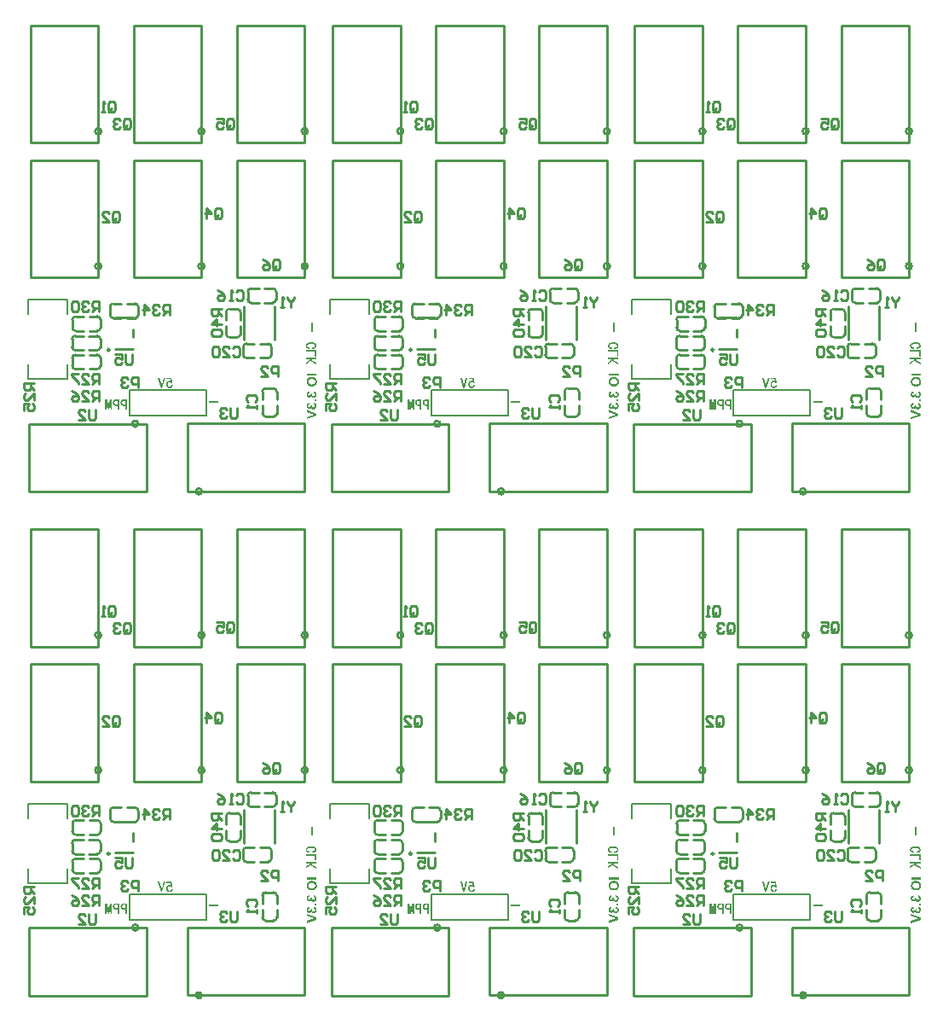
<source format=gbo>
G04*
G04 #@! TF.GenerationSoftware,Altium Limited,Altium Designer,20.1.11 (218)*
G04*
G04 Layer_Color=32896*
%FSLAX25Y25*%
%MOIN*%
G70*
G04*
G04 #@! TF.SameCoordinates,9421AAF7-A1CE-47F4-AB83-8062CB6876A7*
G04*
G04*
G04 #@! TF.FilePolarity,Positive*
G04*
G01*
G75*
%ADD19C,0.01000*%
%ADD43C,0.00600*%
%ADD45C,0.00787*%
G36*
X558968Y365583D02*
X558325D01*
Y369238D01*
X558968D01*
Y365583D01*
D02*
G37*
G36*
X440858D02*
X440214D01*
Y369238D01*
X440858D01*
Y365583D01*
D02*
G37*
G36*
X322748D02*
X322104D01*
Y369238D01*
X322748D01*
Y365583D01*
D02*
G37*
G36*
X558685Y361542D02*
X558858Y361531D01*
X559013Y361508D01*
X559157Y361486D01*
X559291Y361453D01*
X559413Y361420D01*
X559524Y361381D01*
X559618Y361342D01*
X559707Y361309D01*
X559779Y361270D01*
X559840Y361236D01*
X559890Y361203D01*
X559929Y361181D01*
X559957Y361159D01*
X559973Y361148D01*
X559979Y361142D01*
X560062Y361064D01*
X560134Y360981D01*
X560195Y360898D01*
X560251Y360815D01*
X560295Y360731D01*
X560328Y360654D01*
X560362Y360570D01*
X560384Y360498D01*
X560406Y360426D01*
X560423Y360360D01*
X560428Y360304D01*
X560439Y360254D01*
Y360210D01*
X560445Y360182D01*
Y360154D01*
X560439Y360060D01*
X560428Y359971D01*
X560412Y359888D01*
X560384Y359805D01*
X560323Y359660D01*
X560289Y359594D01*
X560251Y359533D01*
X560217Y359477D01*
X560184Y359427D01*
X560151Y359388D01*
X560123Y359355D01*
X560095Y359327D01*
X560079Y359305D01*
X560068Y359294D01*
X560062Y359288D01*
X559984Y359222D01*
X559895Y359166D01*
X559796Y359116D01*
X559690Y359078D01*
X559579Y359039D01*
X559468Y359005D01*
X559246Y358961D01*
X559141Y358939D01*
X559046Y358928D01*
X558957Y358916D01*
X558880Y358911D01*
X558813Y358905D01*
X558763Y358900D01*
X558736D01*
X558724D01*
Y359549D01*
X558852D01*
X558974Y359555D01*
X559080Y359566D01*
X559174Y359577D01*
X559263Y359594D01*
X559340Y359610D01*
X559407Y359627D01*
X559468Y359644D01*
X559518Y359666D01*
X559557Y359682D01*
X559596Y359699D01*
X559623Y359710D01*
X559640Y359727D01*
X559657Y359732D01*
X559662Y359743D01*
X559668D01*
X559740Y359816D01*
X559796Y359888D01*
X559834Y359954D01*
X559862Y360021D01*
X559879Y360076D01*
X559884Y360115D01*
X559890Y360143D01*
Y360154D01*
X559884Y360210D01*
X559879Y360265D01*
X559840Y360365D01*
X559790Y360454D01*
X559734Y360526D01*
X559679Y360587D01*
X559629Y360631D01*
X559590Y360659D01*
X559585Y360670D01*
X559579D01*
X559513Y360704D01*
X559440Y360737D01*
X559363Y360765D01*
X559274Y360787D01*
X559085Y360826D01*
X558902Y360848D01*
X558813Y360859D01*
X558730Y360865D01*
X558658Y360870D01*
X558591D01*
X558536Y360876D01*
X558491D01*
X558469D01*
X558458D01*
X558297D01*
X558153Y360865D01*
X558014Y360859D01*
X557892Y360842D01*
X557781Y360826D01*
X557681Y360809D01*
X557587Y360792D01*
X557509Y360770D01*
X557437Y360754D01*
X557381Y360737D01*
X557331Y360720D01*
X557287Y360704D01*
X557259Y360687D01*
X557237Y360681D01*
X557226Y360670D01*
X557220D01*
X557159Y360631D01*
X557104Y360587D01*
X557054Y360543D01*
X557015Y360498D01*
X556982Y360454D01*
X556954Y360409D01*
X556910Y360326D01*
X556882Y360248D01*
X556871Y360188D01*
X556865Y360165D01*
Y360132D01*
X556876Y360032D01*
X556904Y359943D01*
X556937Y359866D01*
X556982Y359805D01*
X557026Y359760D01*
X557059Y359727D01*
X557087Y359705D01*
X557098Y359699D01*
X557143Y359671D01*
X557198Y359649D01*
X557315Y359610D01*
X557442Y359588D01*
X557570Y359566D01*
X557687Y359555D01*
X557742D01*
X557786Y359549D01*
X557825D01*
X557853D01*
X557870D01*
X557875D01*
Y358928D01*
X557736D01*
X557603Y358933D01*
X557481Y358944D01*
X557370Y358966D01*
X557265Y358989D01*
X557165Y359016D01*
X557082Y359044D01*
X557004Y359078D01*
X556932Y359111D01*
X556876Y359138D01*
X556826Y359172D01*
X556782Y359194D01*
X556749Y359216D01*
X556726Y359233D01*
X556715Y359244D01*
X556710Y359249D01*
X556638Y359316D01*
X556576Y359388D01*
X556527Y359460D01*
X556477Y359533D01*
X556438Y359610D01*
X556410Y359682D01*
X556382Y359755D01*
X556360Y359821D01*
X556343Y359888D01*
X556332Y359943D01*
X556321Y359999D01*
X556316Y360043D01*
X556310Y360082D01*
Y360132D01*
X556316Y360248D01*
X556332Y360360D01*
X556360Y360459D01*
X556393Y360559D01*
X556438Y360648D01*
X556482Y360737D01*
X556532Y360815D01*
X556582Y360881D01*
X556638Y360948D01*
X556687Y360998D01*
X556732Y361048D01*
X556771Y361087D01*
X556810Y361120D01*
X556837Y361142D01*
X556854Y361153D01*
X556860Y361159D01*
X556965Y361225D01*
X557087Y361286D01*
X557215Y361336D01*
X557348Y361381D01*
X557481Y361420D01*
X557620Y361453D01*
X557753Y361481D01*
X557886Y361497D01*
X558008Y361514D01*
X558125Y361525D01*
X558230Y361536D01*
X558319Y361542D01*
X558397Y361547D01*
X558452D01*
X558475D01*
X558491D01*
X558497D01*
X558502D01*
X558685Y361542D01*
D02*
G37*
G36*
X440575D02*
X440747Y361531D01*
X440903Y361508D01*
X441047Y361486D01*
X441180Y361453D01*
X441302Y361420D01*
X441413Y361381D01*
X441508Y361342D01*
X441597Y361309D01*
X441669Y361270D01*
X441730Y361236D01*
X441780Y361203D01*
X441819Y361181D01*
X441846Y361159D01*
X441863Y361148D01*
X441868Y361142D01*
X441952Y361064D01*
X442024Y360981D01*
X442085Y360898D01*
X442140Y360815D01*
X442185Y360731D01*
X442218Y360654D01*
X442251Y360570D01*
X442274Y360498D01*
X442296Y360426D01*
X442312Y360360D01*
X442318Y360304D01*
X442329Y360254D01*
Y360210D01*
X442335Y360182D01*
Y360154D01*
X442329Y360060D01*
X442318Y359971D01*
X442301Y359888D01*
X442274Y359805D01*
X442212Y359660D01*
X442179Y359594D01*
X442140Y359533D01*
X442107Y359477D01*
X442074Y359427D01*
X442040Y359388D01*
X442013Y359355D01*
X441985Y359327D01*
X441968Y359305D01*
X441957Y359294D01*
X441952Y359288D01*
X441874Y359222D01*
X441785Y359166D01*
X441685Y359116D01*
X441580Y359078D01*
X441469Y359039D01*
X441358Y359005D01*
X441136Y358961D01*
X441030Y358939D01*
X440936Y358928D01*
X440847Y358916D01*
X440769Y358911D01*
X440703Y358905D01*
X440653Y358900D01*
X440625D01*
X440614D01*
Y359549D01*
X440742D01*
X440864Y359555D01*
X440969Y359566D01*
X441064Y359577D01*
X441152Y359594D01*
X441230Y359610D01*
X441297Y359627D01*
X441358Y359644D01*
X441408Y359666D01*
X441447Y359682D01*
X441486Y359699D01*
X441513Y359710D01*
X441530Y359727D01*
X441546Y359732D01*
X441552Y359743D01*
X441558D01*
X441630Y359816D01*
X441685Y359888D01*
X441724Y359954D01*
X441752Y360021D01*
X441769Y360076D01*
X441774Y360115D01*
X441780Y360143D01*
Y360154D01*
X441774Y360210D01*
X441769Y360265D01*
X441730Y360365D01*
X441680Y360454D01*
X441624Y360526D01*
X441569Y360587D01*
X441519Y360631D01*
X441480Y360659D01*
X441474Y360670D01*
X441469D01*
X441402Y360704D01*
X441330Y360737D01*
X441252Y360765D01*
X441164Y360787D01*
X440975Y360826D01*
X440792Y360848D01*
X440703Y360859D01*
X440620Y360865D01*
X440548Y360870D01*
X440481D01*
X440425Y360876D01*
X440381D01*
X440359D01*
X440348D01*
X440187D01*
X440042Y360865D01*
X439904Y360859D01*
X439782Y360842D01*
X439671Y360826D01*
X439571Y360809D01*
X439476Y360792D01*
X439399Y360770D01*
X439326Y360754D01*
X439271Y360737D01*
X439221Y360720D01*
X439177Y360704D01*
X439149Y360687D01*
X439127Y360681D01*
X439116Y360670D01*
X439110D01*
X439049Y360631D01*
X438994Y360587D01*
X438944Y360543D01*
X438905Y360498D01*
X438871Y360454D01*
X438844Y360409D01*
X438799Y360326D01*
X438771Y360248D01*
X438760Y360188D01*
X438755Y360165D01*
Y360132D01*
X438766Y360032D01*
X438794Y359943D01*
X438827Y359866D01*
X438871Y359805D01*
X438916Y359760D01*
X438949Y359727D01*
X438977Y359705D01*
X438988Y359699D01*
X439032Y359671D01*
X439088Y359649D01*
X439204Y359610D01*
X439332Y359588D01*
X439460Y359566D01*
X439576Y359555D01*
X439632D01*
X439676Y359549D01*
X439715D01*
X439743D01*
X439759D01*
X439765D01*
Y358928D01*
X439626D01*
X439493Y358933D01*
X439371Y358944D01*
X439260Y358966D01*
X439154Y358989D01*
X439055Y359016D01*
X438971Y359044D01*
X438894Y359078D01*
X438822Y359111D01*
X438766Y359138D01*
X438716Y359172D01*
X438672Y359194D01*
X438638Y359216D01*
X438616Y359233D01*
X438605Y359244D01*
X438599Y359249D01*
X438527Y359316D01*
X438466Y359388D01*
X438416Y359460D01*
X438366Y359533D01*
X438328Y359610D01*
X438300Y359682D01*
X438272Y359755D01*
X438250Y359821D01*
X438233Y359888D01*
X438222Y359943D01*
X438211Y359999D01*
X438205Y360043D01*
X438200Y360082D01*
Y360132D01*
X438205Y360248D01*
X438222Y360360D01*
X438250Y360459D01*
X438283Y360559D01*
X438328Y360648D01*
X438372Y360737D01*
X438422Y360815D01*
X438472Y360881D01*
X438527Y360948D01*
X438577Y360998D01*
X438622Y361048D01*
X438660Y361087D01*
X438699Y361120D01*
X438727Y361142D01*
X438744Y361153D01*
X438749Y361159D01*
X438855Y361225D01*
X438977Y361286D01*
X439105Y361336D01*
X439238Y361381D01*
X439371Y361420D01*
X439510Y361453D01*
X439643Y361481D01*
X439776Y361497D01*
X439898Y361514D01*
X440015Y361525D01*
X440120Y361536D01*
X440209Y361542D01*
X440287Y361547D01*
X440342D01*
X440364D01*
X440381D01*
X440387D01*
X440392D01*
X440575Y361542D01*
D02*
G37*
G36*
X322465D02*
X322637Y361531D01*
X322793Y361508D01*
X322937Y361486D01*
X323070Y361453D01*
X323192Y361420D01*
X323303Y361381D01*
X323397Y361342D01*
X323486Y361309D01*
X323558Y361270D01*
X323619Y361236D01*
X323669Y361203D01*
X323708Y361181D01*
X323736Y361159D01*
X323753Y361148D01*
X323758Y361142D01*
X323841Y361064D01*
X323914Y360981D01*
X323975Y360898D01*
X324030Y360815D01*
X324075Y360731D01*
X324108Y360654D01*
X324141Y360570D01*
X324163Y360498D01*
X324185Y360426D01*
X324202Y360360D01*
X324208Y360304D01*
X324219Y360254D01*
Y360210D01*
X324224Y360182D01*
Y360154D01*
X324219Y360060D01*
X324208Y359971D01*
X324191Y359888D01*
X324163Y359805D01*
X324102Y359660D01*
X324069Y359594D01*
X324030Y359533D01*
X323997Y359477D01*
X323963Y359427D01*
X323930Y359388D01*
X323903Y359355D01*
X323875Y359327D01*
X323858Y359305D01*
X323847Y359294D01*
X323841Y359288D01*
X323764Y359222D01*
X323675Y359166D01*
X323575Y359116D01*
X323470Y359078D01*
X323359Y359039D01*
X323248Y359005D01*
X323026Y358961D01*
X322920Y358939D01*
X322826Y358928D01*
X322737Y358916D01*
X322659Y358911D01*
X322593Y358905D01*
X322543Y358900D01*
X322515D01*
X322504D01*
Y359549D01*
X322632D01*
X322754Y359555D01*
X322859Y359566D01*
X322953Y359577D01*
X323042Y359594D01*
X323120Y359610D01*
X323186Y359627D01*
X323248Y359644D01*
X323298Y359666D01*
X323336Y359682D01*
X323375Y359699D01*
X323403Y359710D01*
X323420Y359727D01*
X323436Y359732D01*
X323442Y359743D01*
X323447D01*
X323519Y359816D01*
X323575Y359888D01*
X323614Y359954D01*
X323642Y360021D01*
X323658Y360076D01*
X323664Y360115D01*
X323669Y360143D01*
Y360154D01*
X323664Y360210D01*
X323658Y360265D01*
X323619Y360365D01*
X323569Y360454D01*
X323514Y360526D01*
X323459Y360587D01*
X323409Y360631D01*
X323370Y360659D01*
X323364Y360670D01*
X323359D01*
X323292Y360704D01*
X323220Y360737D01*
X323142Y360765D01*
X323053Y360787D01*
X322865Y360826D01*
X322681Y360848D01*
X322593Y360859D01*
X322509Y360865D01*
X322437Y360870D01*
X322371D01*
X322315Y360876D01*
X322271D01*
X322249D01*
X322237D01*
X322077D01*
X321932Y360865D01*
X321794Y360859D01*
X321671Y360842D01*
X321560Y360826D01*
X321461Y360809D01*
X321366Y360792D01*
X321288Y360770D01*
X321216Y360754D01*
X321161Y360737D01*
X321111Y360720D01*
X321066Y360704D01*
X321039Y360687D01*
X321017Y360681D01*
X321005Y360670D01*
X321000D01*
X320939Y360631D01*
X320883Y360587D01*
X320833Y360543D01*
X320795Y360498D01*
X320761Y360454D01*
X320733Y360409D01*
X320689Y360326D01*
X320661Y360248D01*
X320650Y360188D01*
X320645Y360165D01*
Y360132D01*
X320656Y360032D01*
X320684Y359943D01*
X320717Y359866D01*
X320761Y359805D01*
X320806Y359760D01*
X320839Y359727D01*
X320867Y359705D01*
X320878Y359699D01*
X320922Y359671D01*
X320978Y359649D01*
X321094Y359610D01*
X321222Y359588D01*
X321350Y359566D01*
X321466Y359555D01*
X321521D01*
X321566Y359549D01*
X321605D01*
X321633D01*
X321649D01*
X321655D01*
Y358928D01*
X321516D01*
X321383Y358933D01*
X321261Y358944D01*
X321150Y358966D01*
X321044Y358989D01*
X320944Y359016D01*
X320861Y359044D01*
X320783Y359078D01*
X320711Y359111D01*
X320656Y359138D01*
X320606Y359172D01*
X320561Y359194D01*
X320528Y359216D01*
X320506Y359233D01*
X320495Y359244D01*
X320489Y359249D01*
X320417Y359316D01*
X320356Y359388D01*
X320306Y359460D01*
X320256Y359533D01*
X320217Y359610D01*
X320189Y359682D01*
X320162Y359755D01*
X320140Y359821D01*
X320123Y359888D01*
X320112Y359943D01*
X320101Y359999D01*
X320095Y360043D01*
X320090Y360082D01*
Y360132D01*
X320095Y360248D01*
X320112Y360360D01*
X320140Y360459D01*
X320173Y360559D01*
X320217Y360648D01*
X320262Y360737D01*
X320312Y360815D01*
X320362Y360881D01*
X320417Y360948D01*
X320467Y360998D01*
X320511Y361048D01*
X320550Y361087D01*
X320589Y361120D01*
X320617Y361142D01*
X320634Y361153D01*
X320639Y361159D01*
X320744Y361225D01*
X320867Y361286D01*
X320994Y361336D01*
X321128Y361381D01*
X321261Y361420D01*
X321399Y361453D01*
X321533Y361481D01*
X321666Y361497D01*
X321788Y361514D01*
X321904Y361525D01*
X322010Y361536D01*
X322099Y361542D01*
X322176Y361547D01*
X322232D01*
X322254D01*
X322271D01*
X322276D01*
X322282D01*
X322465Y361542D01*
D02*
G37*
G36*
X560400Y355970D02*
X559845D01*
Y357829D01*
X556355D01*
Y358478D01*
X560400D01*
Y355970D01*
D02*
G37*
G36*
X442290D02*
X441735D01*
Y357829D01*
X438244D01*
Y358478D01*
X442290D01*
Y355970D01*
D02*
G37*
G36*
X324180D02*
X323625D01*
Y357829D01*
X320134D01*
Y358478D01*
X324180D01*
Y355970D01*
D02*
G37*
G36*
X560400Y354848D02*
X558891D01*
X558447Y354549D01*
X560400Y353522D01*
Y352828D01*
X557959Y354138D01*
X556355Y352917D01*
Y353633D01*
X558053Y354848D01*
X556355D01*
Y355498D01*
X560400D01*
Y354848D01*
D02*
G37*
G36*
X442290D02*
X440781D01*
X440337Y354549D01*
X442290Y353522D01*
Y352828D01*
X439848Y354138D01*
X438244Y352917D01*
Y353633D01*
X439943Y354848D01*
X438244D01*
Y355498D01*
X442290D01*
Y354848D01*
D02*
G37*
G36*
X324180D02*
X322670D01*
X322226Y354549D01*
X324180Y353522D01*
Y352828D01*
X321738Y354138D01*
X320134Y352917D01*
Y353633D01*
X321832Y354848D01*
X320134D01*
Y355498D01*
X324180D01*
Y354848D01*
D02*
G37*
G36*
X560569Y348566D02*
X556729D01*
Y349342D01*
X560569D01*
Y348566D01*
D02*
G37*
G36*
X442459D02*
X438619D01*
Y349342D01*
X442459D01*
Y348566D01*
D02*
G37*
G36*
X324349D02*
X320509D01*
Y349342D01*
X324349D01*
Y348566D01*
D02*
G37*
G36*
X503821Y347524D02*
X503854Y347363D01*
X503887Y347214D01*
X503915Y347069D01*
X503943Y346936D01*
X503971Y346808D01*
X503998Y346692D01*
X504021Y346581D01*
X504043Y346475D01*
X504060Y346381D01*
X504082Y346292D01*
X504098Y346215D01*
X504115Y346137D01*
X504126Y346070D01*
X504143Y346009D01*
X504154Y345954D01*
X504176Y345854D01*
X504193Y345782D01*
X504204Y345721D01*
X504215Y345676D01*
X504220Y345649D01*
Y345626D01*
X504226Y345621D01*
Y345615D01*
X503749Y345560D01*
X503677Y345649D01*
X503599Y345721D01*
X503521Y345776D01*
X503449Y345820D01*
X503388Y345854D01*
X503338Y345870D01*
X503305Y345882D01*
X503299Y345887D01*
X503294D01*
X503194Y345904D01*
X503105Y345915D01*
X502949D01*
X502894Y345904D01*
X502850Y345898D01*
X502822Y345893D01*
X502811Y345887D01*
X502733Y345859D01*
X502666Y345820D01*
X502605Y345776D01*
X502555Y345737D01*
X502517Y345693D01*
X502483Y345665D01*
X502467Y345643D01*
X502461Y345632D01*
X502417Y345560D01*
X502378Y345476D01*
X502350Y345399D01*
X502333Y345327D01*
X502322Y345260D01*
X502317Y345210D01*
X502311Y345171D01*
Y345166D01*
Y345160D01*
Y345055D01*
X502322Y344960D01*
X502333Y344871D01*
X502350Y344794D01*
X502367Y344733D01*
X502383Y344683D01*
X502394Y344655D01*
X502400Y344644D01*
X502439Y344561D01*
X502489Y344489D01*
X502539Y344427D01*
X502594Y344377D01*
X502639Y344333D01*
X502677Y344305D01*
X502705Y344283D01*
X502716Y344278D01*
X502805Y344239D01*
X502900Y344211D01*
X502999Y344194D01*
X503171D01*
X503238Y344200D01*
X503266D01*
X503282Y344205D01*
X503299D01*
X503366Y344222D01*
X503427Y344255D01*
X503482Y344294D01*
X503532Y344344D01*
X503582Y344400D01*
X503627Y344455D01*
X503699Y344583D01*
X503754Y344699D01*
X503776Y344755D01*
X503793Y344805D01*
X503810Y344844D01*
X503821Y344877D01*
X503826Y344899D01*
Y344905D01*
X504343Y344766D01*
X504315Y344655D01*
X504287Y344550D01*
X504254Y344455D01*
X504220Y344366D01*
X504187Y344289D01*
X504148Y344217D01*
X504109Y344150D01*
X504076Y344094D01*
X504037Y344044D01*
X504004Y344006D01*
X503976Y343972D01*
X503948Y343945D01*
X503926Y343922D01*
X503915Y343906D01*
X503904Y343900D01*
X503898Y343895D01*
X503776Y343817D01*
X503654Y343756D01*
X503538Y343706D01*
X503432Y343673D01*
X503343Y343656D01*
X503305Y343645D01*
X503271Y343639D01*
X503244D01*
X503227Y343634D01*
X503077D01*
X502961Y343639D01*
X502850Y343651D01*
X502761Y343667D01*
X502683Y343684D01*
X502628Y343700D01*
X502605Y343706D01*
X502589Y343711D01*
X502583Y343717D01*
X502578D01*
X502478Y343761D01*
X502389Y343806D01*
X502306Y343856D01*
X502239Y343900D01*
X502184Y343945D01*
X502139Y343978D01*
X502117Y344000D01*
X502106Y344006D01*
X502039Y344078D01*
X501978Y344156D01*
X501928Y344228D01*
X501889Y344300D01*
X501856Y344366D01*
X501834Y344416D01*
X501823Y344450D01*
X501817Y344455D01*
Y344461D01*
X501784Y344566D01*
X501756Y344661D01*
X501740Y344755D01*
X501723Y344833D01*
X501717Y344905D01*
X501712Y344955D01*
X501706Y344988D01*
Y344994D01*
Y344999D01*
Y345093D01*
X501712Y345188D01*
X501717Y345271D01*
X501728Y345343D01*
X501740Y345404D01*
X501745Y345449D01*
X501751Y345476D01*
X501756Y345487D01*
X501778Y345571D01*
X501806Y345654D01*
X501839Y345732D01*
X501873Y345798D01*
X501900Y345859D01*
X501923Y345904D01*
X501939Y345932D01*
X501945Y345943D01*
X502000Y346026D01*
X502067Y346093D01*
X502139Y346159D01*
X502206Y346209D01*
X502267Y346248D01*
X502317Y346281D01*
X502356Y346298D01*
X502361Y346303D01*
X502367D01*
X502478Y346348D01*
X502583Y346381D01*
X502683Y346409D01*
X502777Y346426D01*
X502855Y346437D01*
X502916Y346442D01*
X502938Y346448D01*
X502972D01*
X503088Y346442D01*
X503194Y346431D01*
X503294Y346409D01*
X503377Y346381D01*
X503454Y346353D01*
X503505Y346326D01*
X503527Y346320D01*
X503543Y346309D01*
X503549Y346303D01*
X503554D01*
X503532Y346359D01*
X503516Y346420D01*
X503471Y346559D01*
X503438Y346703D01*
X503405Y346842D01*
X503388Y346908D01*
X503377Y346969D01*
X503366Y347025D01*
X503355Y347075D01*
X503349Y347114D01*
X503343Y347141D01*
X503338Y347164D01*
Y347169D01*
X501856D01*
Y347696D01*
X503782D01*
X503821Y347524D01*
D02*
G37*
G36*
X385711D02*
X385744Y347363D01*
X385777Y347214D01*
X385805Y347069D01*
X385833Y346936D01*
X385860Y346808D01*
X385888Y346692D01*
X385910Y346581D01*
X385933Y346475D01*
X385949Y346381D01*
X385971Y346292D01*
X385988Y346215D01*
X386005Y346137D01*
X386016Y346070D01*
X386033Y346009D01*
X386044Y345954D01*
X386066Y345854D01*
X386082Y345782D01*
X386093Y345721D01*
X386105Y345676D01*
X386110Y345649D01*
Y345626D01*
X386116Y345621D01*
Y345615D01*
X385638Y345560D01*
X385566Y345649D01*
X385489Y345721D01*
X385411Y345776D01*
X385339Y345820D01*
X385278Y345854D01*
X385228Y345870D01*
X385194Y345882D01*
X385189Y345887D01*
X385183D01*
X385083Y345904D01*
X384995Y345915D01*
X384839D01*
X384784Y345904D01*
X384739Y345898D01*
X384712Y345893D01*
X384700Y345887D01*
X384623Y345859D01*
X384556Y345820D01*
X384495Y345776D01*
X384445Y345737D01*
X384406Y345693D01*
X384373Y345665D01*
X384356Y345643D01*
X384351Y345632D01*
X384306Y345560D01*
X384268Y345476D01*
X384240Y345399D01*
X384223Y345327D01*
X384212Y345260D01*
X384207Y345210D01*
X384201Y345171D01*
Y345166D01*
Y345160D01*
Y345055D01*
X384212Y344960D01*
X384223Y344871D01*
X384240Y344794D01*
X384257Y344733D01*
X384273Y344683D01*
X384284Y344655D01*
X384290Y344644D01*
X384329Y344561D01*
X384379Y344489D01*
X384429Y344427D01*
X384484Y344377D01*
X384528Y344333D01*
X384567Y344305D01*
X384595Y344283D01*
X384606Y344278D01*
X384695Y344239D01*
X384789Y344211D01*
X384889Y344194D01*
X385061D01*
X385128Y344200D01*
X385156D01*
X385172Y344205D01*
X385189D01*
X385256Y344222D01*
X385316Y344255D01*
X385372Y344294D01*
X385422Y344344D01*
X385472Y344400D01*
X385516Y344455D01*
X385589Y344583D01*
X385644Y344699D01*
X385666Y344755D01*
X385683Y344805D01*
X385700Y344844D01*
X385711Y344877D01*
X385716Y344899D01*
Y344905D01*
X386232Y344766D01*
X386205Y344655D01*
X386177Y344550D01*
X386143Y344455D01*
X386110Y344366D01*
X386077Y344289D01*
X386038Y344217D01*
X385999Y344150D01*
X385966Y344094D01*
X385927Y344044D01*
X385894Y344006D01*
X385866Y343972D01*
X385838Y343945D01*
X385816Y343922D01*
X385805Y343906D01*
X385794Y343900D01*
X385788Y343895D01*
X385666Y343817D01*
X385544Y343756D01*
X385427Y343706D01*
X385322Y343673D01*
X385233Y343656D01*
X385194Y343645D01*
X385161Y343639D01*
X385133D01*
X385117Y343634D01*
X384967D01*
X384850Y343639D01*
X384739Y343651D01*
X384650Y343667D01*
X384573Y343684D01*
X384517Y343700D01*
X384495Y343706D01*
X384478Y343711D01*
X384473Y343717D01*
X384467D01*
X384367Y343761D01*
X384279Y343806D01*
X384195Y343856D01*
X384129Y343900D01*
X384073Y343945D01*
X384029Y343978D01*
X384007Y344000D01*
X383996Y344006D01*
X383929Y344078D01*
X383868Y344156D01*
X383818Y344228D01*
X383779Y344300D01*
X383746Y344366D01*
X383724Y344416D01*
X383713Y344450D01*
X383707Y344455D01*
Y344461D01*
X383674Y344566D01*
X383646Y344661D01*
X383629Y344755D01*
X383613Y344833D01*
X383607Y344905D01*
X383602Y344955D01*
X383596Y344988D01*
Y344994D01*
Y344999D01*
Y345093D01*
X383602Y345188D01*
X383607Y345271D01*
X383618Y345343D01*
X383629Y345404D01*
X383635Y345449D01*
X383640Y345476D01*
X383646Y345487D01*
X383668Y345571D01*
X383696Y345654D01*
X383729Y345732D01*
X383763Y345798D01*
X383790Y345859D01*
X383812Y345904D01*
X383829Y345932D01*
X383835Y345943D01*
X383890Y346026D01*
X383957Y346093D01*
X384029Y346159D01*
X384096Y346209D01*
X384157Y346248D01*
X384207Y346281D01*
X384245Y346298D01*
X384251Y346303D01*
X384257D01*
X384367Y346348D01*
X384473Y346381D01*
X384573Y346409D01*
X384667Y346426D01*
X384745Y346437D01*
X384806Y346442D01*
X384828Y346448D01*
X384861D01*
X384978Y346442D01*
X385083Y346431D01*
X385183Y346409D01*
X385267Y346381D01*
X385344Y346353D01*
X385394Y346326D01*
X385416Y346320D01*
X385433Y346309D01*
X385439Y346303D01*
X385444D01*
X385422Y346359D01*
X385405Y346420D01*
X385361Y346559D01*
X385328Y346703D01*
X385294Y346842D01*
X385278Y346908D01*
X385267Y346969D01*
X385256Y347025D01*
X385244Y347075D01*
X385239Y347114D01*
X385233Y347141D01*
X385228Y347164D01*
Y347169D01*
X383746D01*
Y347696D01*
X385672D01*
X385711Y347524D01*
D02*
G37*
G36*
X267600D02*
X267634Y347363D01*
X267667Y347214D01*
X267695Y347069D01*
X267722Y346936D01*
X267750Y346808D01*
X267778Y346692D01*
X267800Y346581D01*
X267822Y346475D01*
X267839Y346381D01*
X267861Y346292D01*
X267878Y346215D01*
X267895Y346137D01*
X267906Y346070D01*
X267922Y346009D01*
X267933Y345954D01*
X267955Y345854D01*
X267972Y345782D01*
X267983Y345721D01*
X267994Y345676D01*
X268000Y345649D01*
Y345626D01*
X268005Y345621D01*
Y345615D01*
X267528Y345560D01*
X267456Y345649D01*
X267378Y345721D01*
X267301Y345776D01*
X267229Y345820D01*
X267167Y345854D01*
X267118Y345870D01*
X267084Y345882D01*
X267079Y345887D01*
X267073D01*
X266973Y345904D01*
X266884Y345915D01*
X266729D01*
X266673Y345904D01*
X266629Y345898D01*
X266601Y345893D01*
X266590Y345887D01*
X266512Y345859D01*
X266446Y345820D01*
X266385Y345776D01*
X266335Y345737D01*
X266296Y345693D01*
X266263Y345665D01*
X266246Y345643D01*
X266241Y345632D01*
X266196Y345560D01*
X266157Y345476D01*
X266130Y345399D01*
X266113Y345327D01*
X266102Y345260D01*
X266096Y345210D01*
X266091Y345171D01*
Y345166D01*
Y345160D01*
Y345055D01*
X266102Y344960D01*
X266113Y344871D01*
X266130Y344794D01*
X266146Y344733D01*
X266163Y344683D01*
X266174Y344655D01*
X266179Y344644D01*
X266218Y344561D01*
X266268Y344489D01*
X266318Y344427D01*
X266374Y344377D01*
X266418Y344333D01*
X266457Y344305D01*
X266485Y344283D01*
X266496Y344278D01*
X266585Y344239D01*
X266679Y344211D01*
X266779Y344194D01*
X266951D01*
X267018Y344200D01*
X267045D01*
X267062Y344205D01*
X267079D01*
X267145Y344222D01*
X267206Y344255D01*
X267262Y344294D01*
X267312Y344344D01*
X267362Y344400D01*
X267406Y344455D01*
X267478Y344583D01*
X267534Y344699D01*
X267556Y344755D01*
X267573Y344805D01*
X267589Y344844D01*
X267600Y344877D01*
X267606Y344899D01*
Y344905D01*
X268122Y344766D01*
X268094Y344655D01*
X268067Y344550D01*
X268033Y344455D01*
X268000Y344366D01*
X267967Y344289D01*
X267928Y344217D01*
X267889Y344150D01*
X267856Y344094D01*
X267817Y344044D01*
X267783Y344006D01*
X267756Y343972D01*
X267728Y343945D01*
X267706Y343922D01*
X267695Y343906D01*
X267684Y343900D01*
X267678Y343895D01*
X267556Y343817D01*
X267434Y343756D01*
X267317Y343706D01*
X267212Y343673D01*
X267123Y343656D01*
X267084Y343645D01*
X267051Y343639D01*
X267023D01*
X267006Y343634D01*
X266857D01*
X266740Y343639D01*
X266629Y343651D01*
X266540Y343667D01*
X266463Y343684D01*
X266407Y343700D01*
X266385Y343706D01*
X266368Y343711D01*
X266363Y343717D01*
X266357D01*
X266257Y343761D01*
X266168Y343806D01*
X266085Y343856D01*
X266019Y343900D01*
X265963Y343945D01*
X265919Y343978D01*
X265897Y344000D01*
X265885Y344006D01*
X265819Y344078D01*
X265758Y344156D01*
X265708Y344228D01*
X265669Y344300D01*
X265636Y344366D01*
X265613Y344416D01*
X265602Y344450D01*
X265597Y344455D01*
Y344461D01*
X265564Y344566D01*
X265536Y344661D01*
X265519Y344755D01*
X265502Y344833D01*
X265497Y344905D01*
X265491Y344955D01*
X265486Y344988D01*
Y344994D01*
Y344999D01*
Y345093D01*
X265491Y345188D01*
X265497Y345271D01*
X265508Y345343D01*
X265519Y345404D01*
X265525Y345449D01*
X265530Y345476D01*
X265536Y345487D01*
X265558Y345571D01*
X265586Y345654D01*
X265619Y345732D01*
X265652Y345798D01*
X265680Y345859D01*
X265702Y345904D01*
X265719Y345932D01*
X265724Y345943D01*
X265780Y346026D01*
X265846Y346093D01*
X265919Y346159D01*
X265985Y346209D01*
X266046Y346248D01*
X266096Y346281D01*
X266135Y346298D01*
X266141Y346303D01*
X266146D01*
X266257Y346348D01*
X266363Y346381D01*
X266463Y346409D01*
X266557Y346426D01*
X266635Y346437D01*
X266696Y346442D01*
X266718Y346448D01*
X266751D01*
X266868Y346442D01*
X266973Y346431D01*
X267073Y346409D01*
X267156Y346381D01*
X267234Y346353D01*
X267284Y346326D01*
X267306Y346320D01*
X267323Y346309D01*
X267328Y346303D01*
X267334D01*
X267312Y346359D01*
X267295Y346420D01*
X267251Y346559D01*
X267217Y346703D01*
X267184Y346842D01*
X267167Y346908D01*
X267156Y346969D01*
X267145Y347025D01*
X267134Y347075D01*
X267129Y347114D01*
X267123Y347141D01*
X267118Y347164D01*
Y347169D01*
X265636D01*
Y347696D01*
X267562D01*
X267600Y347524D01*
D02*
G37*
G36*
X500224Y343634D02*
X499669D01*
X498510Y347724D01*
X499170D01*
X499950Y344810D01*
X500724Y347724D01*
X501384D01*
X500224Y343634D01*
D02*
G37*
G36*
X382114D02*
X381559D01*
X380399Y347724D01*
X381060D01*
X381839Y344810D01*
X382614Y347724D01*
X383274D01*
X382114Y343634D01*
D02*
G37*
G36*
X264004D02*
X263449D01*
X262289Y347724D01*
X262949D01*
X263729Y344810D01*
X264503Y347724D01*
X265164D01*
X264004Y343634D01*
D02*
G37*
G36*
X558844Y347977D02*
X559004Y347961D01*
X559154Y347938D01*
X559293Y347905D01*
X559421Y347866D01*
X559537Y347822D01*
X559648Y347777D01*
X559743Y347727D01*
X559831Y347683D01*
X559903Y347639D01*
X559970Y347594D01*
X560026Y347555D01*
X560065Y347522D01*
X560098Y347500D01*
X560114Y347483D01*
X560120Y347478D01*
X560214Y347378D01*
X560292Y347272D01*
X560364Y347167D01*
X560420Y347050D01*
X560470Y346939D01*
X560514Y346823D01*
X560547Y346717D01*
X560575Y346606D01*
X560597Y346507D01*
X560614Y346412D01*
X560625Y346329D01*
X560631Y346257D01*
X560636Y346201D01*
X560642Y346157D01*
Y346118D01*
X560636Y345963D01*
X560619Y345818D01*
X560592Y345679D01*
X560558Y345552D01*
X560520Y345430D01*
X560475Y345319D01*
X560431Y345219D01*
X560381Y345125D01*
X560331Y345047D01*
X560287Y344975D01*
X560242Y344914D01*
X560203Y344864D01*
X560170Y344819D01*
X560142Y344792D01*
X560126Y344775D01*
X560120Y344769D01*
X560014Y344681D01*
X559903Y344603D01*
X559787Y344531D01*
X559670Y344475D01*
X559548Y344425D01*
X559426Y344381D01*
X559304Y344348D01*
X559188Y344320D01*
X559082Y344303D01*
X558977Y344286D01*
X558888Y344275D01*
X558810Y344264D01*
X558744D01*
X558694Y344259D01*
X558666D01*
X558655D01*
X558483Y344264D01*
X558322Y344281D01*
X558172Y344303D01*
X558028Y344336D01*
X557900Y344375D01*
X557778Y344420D01*
X557667Y344464D01*
X557573Y344514D01*
X557484Y344564D01*
X557406Y344608D01*
X557339Y344653D01*
X557284Y344692D01*
X557245Y344719D01*
X557212Y344747D01*
X557195Y344764D01*
X557190Y344769D01*
X557095Y344869D01*
X557012Y344975D01*
X556940Y345086D01*
X556879Y345197D01*
X556829Y345313D01*
X556784Y345424D01*
X556751Y345535D01*
X556723Y345641D01*
X556701Y345741D01*
X556685Y345835D01*
X556673Y345918D01*
X556662Y345990D01*
Y346046D01*
X556657Y346090D01*
Y346129D01*
X556662Y346296D01*
X556679Y346457D01*
X556707Y346595D01*
X556735Y346717D01*
X556751Y346767D01*
X556762Y346817D01*
X556773Y346856D01*
X556790Y346889D01*
X556796Y346917D01*
X556807Y346939D01*
X556812Y346951D01*
Y346956D01*
X556857Y347056D01*
X556912Y347150D01*
X556973Y347234D01*
X557029Y347306D01*
X557079Y347367D01*
X557123Y347417D01*
X557151Y347444D01*
X557156Y347450D01*
X557162Y347456D01*
X557251Y347533D01*
X557345Y347605D01*
X557428Y347666D01*
X557512Y347716D01*
X557584Y347755D01*
X557639Y347789D01*
X557661Y347794D01*
X557678Y347805D01*
X557684Y347811D01*
X557689D01*
X557844Y347866D01*
X558011Y347911D01*
X558178Y347938D01*
X558333Y347961D01*
X558405Y347966D01*
X558472Y347972D01*
X558527Y347977D01*
X558577D01*
X558622Y347983D01*
X558649D01*
X558672D01*
X558677D01*
X558844Y347977D01*
D02*
G37*
G36*
X440733D02*
X440894Y347961D01*
X441044Y347938D01*
X441183Y347905D01*
X441311Y347866D01*
X441427Y347822D01*
X441538Y347777D01*
X441632Y347727D01*
X441721Y347683D01*
X441793Y347639D01*
X441860Y347594D01*
X441915Y347555D01*
X441954Y347522D01*
X441988Y347500D01*
X442004Y347483D01*
X442010Y347478D01*
X442104Y347378D01*
X442182Y347272D01*
X442254Y347167D01*
X442310Y347050D01*
X442359Y346939D01*
X442404Y346823D01*
X442437Y346717D01*
X442465Y346606D01*
X442487Y346507D01*
X442504Y346412D01*
X442515Y346329D01*
X442520Y346257D01*
X442526Y346201D01*
X442531Y346157D01*
Y346118D01*
X442526Y345963D01*
X442509Y345818D01*
X442482Y345679D01*
X442448Y345552D01*
X442409Y345430D01*
X442365Y345319D01*
X442321Y345219D01*
X442271Y345125D01*
X442221Y345047D01*
X442176Y344975D01*
X442132Y344914D01*
X442093Y344864D01*
X442060Y344819D01*
X442032Y344792D01*
X442015Y344775D01*
X442010Y344769D01*
X441904Y344681D01*
X441793Y344603D01*
X441677Y344531D01*
X441560Y344475D01*
X441438Y344425D01*
X441316Y344381D01*
X441194Y344348D01*
X441077Y344320D01*
X440972Y344303D01*
X440867Y344286D01*
X440778Y344275D01*
X440700Y344264D01*
X440633D01*
X440583Y344259D01*
X440556D01*
X440545D01*
X440373Y344264D01*
X440212Y344281D01*
X440062Y344303D01*
X439917Y344336D01*
X439790Y344375D01*
X439668Y344420D01*
X439557Y344464D01*
X439462Y344514D01*
X439373Y344564D01*
X439296Y344608D01*
X439229Y344653D01*
X439174Y344692D01*
X439135Y344719D01*
X439102Y344747D01*
X439085Y344764D01*
X439079Y344769D01*
X438985Y344869D01*
X438902Y344975D01*
X438830Y345086D01*
X438769Y345197D01*
X438719Y345313D01*
X438674Y345424D01*
X438641Y345535D01*
X438613Y345641D01*
X438591Y345741D01*
X438574Y345835D01*
X438563Y345918D01*
X438552Y345990D01*
Y346046D01*
X438547Y346090D01*
Y346129D01*
X438552Y346296D01*
X438569Y346457D01*
X438596Y346595D01*
X438624Y346717D01*
X438641Y346767D01*
X438652Y346817D01*
X438663Y346856D01*
X438680Y346889D01*
X438685Y346917D01*
X438696Y346939D01*
X438702Y346951D01*
Y346956D01*
X438746Y347056D01*
X438802Y347150D01*
X438863Y347234D01*
X438918Y347306D01*
X438968Y347367D01*
X439013Y347417D01*
X439041Y347444D01*
X439046Y347450D01*
X439052Y347456D01*
X439140Y347533D01*
X439235Y347605D01*
X439318Y347666D01*
X439401Y347716D01*
X439473Y347755D01*
X439529Y347789D01*
X439551Y347794D01*
X439568Y347805D01*
X439573Y347811D01*
X439579D01*
X439734Y347866D01*
X439901Y347911D01*
X440067Y347938D01*
X440223Y347961D01*
X440295Y347966D01*
X440361Y347972D01*
X440417Y347977D01*
X440467D01*
X440511Y347983D01*
X440539D01*
X440561D01*
X440567D01*
X440733Y347977D01*
D02*
G37*
G36*
X322623D02*
X322784Y347961D01*
X322934Y347938D01*
X323073Y347905D01*
X323200Y347866D01*
X323317Y347822D01*
X323428Y347777D01*
X323522Y347727D01*
X323611Y347683D01*
X323683Y347639D01*
X323750Y347594D01*
X323805Y347555D01*
X323844Y347522D01*
X323877Y347500D01*
X323894Y347483D01*
X323900Y347478D01*
X323994Y347378D01*
X324072Y347272D01*
X324144Y347167D01*
X324199Y347050D01*
X324249Y346939D01*
X324294Y346823D01*
X324327Y346717D01*
X324355Y346606D01*
X324377Y346507D01*
X324394Y346412D01*
X324405Y346329D01*
X324410Y346257D01*
X324416Y346201D01*
X324421Y346157D01*
Y346118D01*
X324416Y345963D01*
X324399Y345818D01*
X324371Y345679D01*
X324338Y345552D01*
X324299Y345430D01*
X324255Y345319D01*
X324210Y345219D01*
X324160Y345125D01*
X324110Y345047D01*
X324066Y344975D01*
X324022Y344914D01*
X323983Y344864D01*
X323950Y344819D01*
X323922Y344792D01*
X323905Y344775D01*
X323900Y344769D01*
X323794Y344681D01*
X323683Y344603D01*
X323567Y344531D01*
X323450Y344475D01*
X323328Y344425D01*
X323206Y344381D01*
X323084Y344348D01*
X322967Y344320D01*
X322862Y344303D01*
X322756Y344286D01*
X322667Y344275D01*
X322590Y344264D01*
X322523D01*
X322473Y344259D01*
X322445D01*
X322434D01*
X322262Y344264D01*
X322101Y344281D01*
X321952Y344303D01*
X321807Y344336D01*
X321679Y344375D01*
X321557Y344420D01*
X321446Y344464D01*
X321352Y344514D01*
X321263Y344564D01*
X321186Y344608D01*
X321119Y344653D01*
X321063Y344692D01*
X321025Y344719D01*
X320991Y344747D01*
X320975Y344764D01*
X320969Y344769D01*
X320875Y344869D01*
X320792Y344975D01*
X320719Y345086D01*
X320658Y345197D01*
X320608Y345313D01*
X320564Y345424D01*
X320531Y345535D01*
X320503Y345641D01*
X320481Y345741D01*
X320464Y345835D01*
X320453Y345918D01*
X320442Y345990D01*
Y346046D01*
X320436Y346090D01*
Y346129D01*
X320442Y346296D01*
X320459Y346457D01*
X320486Y346595D01*
X320514Y346717D01*
X320531Y346767D01*
X320542Y346817D01*
X320553Y346856D01*
X320569Y346889D01*
X320575Y346917D01*
X320586Y346939D01*
X320592Y346951D01*
Y346956D01*
X320636Y347056D01*
X320692Y347150D01*
X320753Y347234D01*
X320808Y347306D01*
X320858Y347367D01*
X320902Y347417D01*
X320930Y347444D01*
X320936Y347450D01*
X320941Y347456D01*
X321030Y347533D01*
X321125Y347605D01*
X321208Y347666D01*
X321291Y347716D01*
X321363Y347755D01*
X321419Y347789D01*
X321441Y347794D01*
X321458Y347805D01*
X321463Y347811D01*
X321469D01*
X321624Y347866D01*
X321791Y347911D01*
X321957Y347938D01*
X322112Y347961D01*
X322185Y347966D01*
X322251Y347972D01*
X322307Y347977D01*
X322357D01*
X322401Y347983D01*
X322429D01*
X322451D01*
X322457D01*
X322623Y347977D01*
D02*
G37*
G36*
X559550Y342343D02*
X559633Y342321D01*
X559789Y342271D01*
X559922Y342210D01*
X559977Y342171D01*
X560033Y342138D01*
X560083Y342105D01*
X560121Y342071D01*
X560160Y342043D01*
X560188Y342016D01*
X560210Y341994D01*
X560227Y341977D01*
X560238Y341966D01*
X560244Y341960D01*
X560293Y341894D01*
X560344Y341822D01*
X560382Y341755D01*
X560416Y341677D01*
X560471Y341533D01*
X560504Y341400D01*
X560515Y341333D01*
X560527Y341278D01*
X560532Y341228D01*
X560538Y341183D01*
X560543Y341144D01*
Y341094D01*
X560538Y340995D01*
X560527Y340895D01*
X560510Y340806D01*
X560488Y340717D01*
X560460Y340639D01*
X560432Y340562D01*
X560399Y340490D01*
X560366Y340428D01*
X560332Y340373D01*
X560299Y340318D01*
X560271Y340279D01*
X560244Y340240D01*
X560221Y340212D01*
X560205Y340190D01*
X560194Y340179D01*
X560188Y340173D01*
X560121Y340107D01*
X560049Y340051D01*
X559977Y340001D01*
X559905Y339957D01*
X559827Y339923D01*
X559755Y339890D01*
X559622Y339846D01*
X559561Y339835D01*
X559500Y339824D01*
X559450Y339812D01*
X559406Y339807D01*
X559372Y339801D01*
X559344D01*
X559328D01*
X559322D01*
X559195Y339812D01*
X559084Y339835D01*
X558978Y339862D01*
X558895Y339901D01*
X558823Y339940D01*
X558773Y339968D01*
X558740Y339990D01*
X558728Y340001D01*
X558645Y340079D01*
X558573Y340168D01*
X558518Y340256D01*
X558473Y340340D01*
X558440Y340412D01*
X558423Y340473D01*
X558412Y340495D01*
Y340512D01*
X558406Y340523D01*
Y340528D01*
X558346Y340428D01*
X558284Y340345D01*
X558218Y340273D01*
X558151Y340207D01*
X558085Y340151D01*
X558018Y340107D01*
X557951Y340073D01*
X557890Y340040D01*
X557829Y340018D01*
X557774Y340001D01*
X557724Y339990D01*
X557680Y339984D01*
X557646Y339979D01*
X557618Y339973D01*
X557602D01*
X557596D01*
X557530Y339979D01*
X557469Y339984D01*
X557346Y340018D01*
X557235Y340057D01*
X557141Y340107D01*
X557063Y340157D01*
X557008Y340201D01*
X556986Y340218D01*
X556969Y340234D01*
X556963Y340240D01*
X556958Y340245D01*
X556897Y340306D01*
X556841Y340378D01*
X556797Y340445D01*
X556758Y340517D01*
X556719Y340595D01*
X556692Y340667D01*
X556653Y340806D01*
X556636Y340867D01*
X556625Y340928D01*
X556619Y340978D01*
X556614Y341028D01*
X556608Y341067D01*
Y341117D01*
X556614Y341233D01*
X556625Y341339D01*
X556647Y341439D01*
X556669Y341522D01*
X556692Y341588D01*
X556714Y341644D01*
X556725Y341677D01*
X556730Y341683D01*
Y341688D01*
X556780Y341777D01*
X556836Y341860D01*
X556891Y341927D01*
X556941Y341983D01*
X556991Y342027D01*
X557030Y342060D01*
X557052Y342082D01*
X557063Y342088D01*
X557147Y342138D01*
X557235Y342182D01*
X557330Y342216D01*
X557419Y342249D01*
X557502Y342271D01*
X557563Y342288D01*
X557591Y342293D01*
X557607D01*
X557618Y342299D01*
X557624D01*
X557735Y341622D01*
X557646Y341605D01*
X557569Y341583D01*
X557502Y341561D01*
X557452Y341533D01*
X557408Y341505D01*
X557374Y341483D01*
X557358Y341466D01*
X557352Y341461D01*
X557308Y341411D01*
X557274Y341355D01*
X557252Y341300D01*
X557235Y341250D01*
X557224Y341206D01*
X557219Y341172D01*
Y341139D01*
X557224Y341072D01*
X557235Y341006D01*
X557258Y340956D01*
X557274Y340911D01*
X557297Y340873D01*
X557319Y340850D01*
X557330Y340834D01*
X557335Y340828D01*
X557380Y340789D01*
X557435Y340761D01*
X557485Y340739D01*
X557535Y340728D01*
X557580Y340717D01*
X557613Y340711D01*
X557635D01*
X557646D01*
X557729Y340717D01*
X557802Y340734D01*
X557863Y340761D01*
X557913Y340789D01*
X557957Y340823D01*
X557985Y340845D01*
X558007Y340867D01*
X558012Y340873D01*
X558057Y340939D01*
X558090Y341011D01*
X558112Y341089D01*
X558129Y341161D01*
X558135Y341228D01*
X558140Y341283D01*
Y341333D01*
X558734Y341411D01*
X558717Y341339D01*
X558701Y341278D01*
X558690Y341217D01*
X558684Y341167D01*
X558678Y341128D01*
Y341072D01*
X558684Y340995D01*
X558706Y340928D01*
X558728Y340867D01*
X558762Y340811D01*
X558789Y340773D01*
X558817Y340739D01*
X558839Y340717D01*
X558845Y340711D01*
X558912Y340662D01*
X558984Y340623D01*
X559056Y340595D01*
X559128Y340573D01*
X559195Y340562D01*
X559245Y340556D01*
X559278D01*
X559283D01*
X559289D01*
X559394Y340562D01*
X559489Y340578D01*
X559572Y340606D01*
X559639Y340634D01*
X559689Y340667D01*
X559727Y340689D01*
X559755Y340711D01*
X559761Y340717D01*
X559816Y340778D01*
X559861Y340845D01*
X559888Y340906D01*
X559911Y340967D01*
X559922Y341022D01*
X559927Y341061D01*
X559933Y341089D01*
Y341100D01*
X559927Y341178D01*
X559911Y341244D01*
X559888Y341305D01*
X559861Y341361D01*
X559838Y341400D01*
X559816Y341433D01*
X559800Y341455D01*
X559794Y341461D01*
X559733Y341511D01*
X559666Y341555D01*
X559594Y341583D01*
X559528Y341611D01*
X559467Y341627D01*
X559417Y341638D01*
X559383Y341644D01*
X559378D01*
X559372D01*
X559461Y342354D01*
X559550Y342343D01*
D02*
G37*
G36*
X441440D02*
X441523Y342321D01*
X441678Y342271D01*
X441811Y342210D01*
X441867Y342171D01*
X441923Y342138D01*
X441972Y342105D01*
X442011Y342071D01*
X442050Y342043D01*
X442078Y342016D01*
X442100Y341994D01*
X442117Y341977D01*
X442128Y341966D01*
X442133Y341960D01*
X442183Y341894D01*
X442233Y341822D01*
X442272Y341755D01*
X442305Y341677D01*
X442361Y341533D01*
X442394Y341400D01*
X442405Y341333D01*
X442416Y341278D01*
X442422Y341228D01*
X442427Y341183D01*
X442433Y341144D01*
Y341094D01*
X442427Y340995D01*
X442416Y340895D01*
X442400Y340806D01*
X442378Y340717D01*
X442350Y340639D01*
X442322Y340562D01*
X442289Y340490D01*
X442255Y340428D01*
X442222Y340373D01*
X442189Y340318D01*
X442161Y340279D01*
X442133Y340240D01*
X442111Y340212D01*
X442095Y340190D01*
X442083Y340179D01*
X442078Y340173D01*
X442011Y340107D01*
X441939Y340051D01*
X441867Y340001D01*
X441795Y339957D01*
X441717Y339923D01*
X441645Y339890D01*
X441512Y339846D01*
X441451Y339835D01*
X441390Y339824D01*
X441340Y339812D01*
X441295Y339807D01*
X441262Y339801D01*
X441234D01*
X441218D01*
X441212D01*
X441084Y339812D01*
X440973Y339835D01*
X440868Y339862D01*
X440785Y339901D01*
X440713Y339940D01*
X440663Y339968D01*
X440629Y339990D01*
X440618Y340001D01*
X440535Y340079D01*
X440463Y340168D01*
X440407Y340256D01*
X440363Y340340D01*
X440330Y340412D01*
X440313Y340473D01*
X440302Y340495D01*
Y340512D01*
X440296Y340523D01*
Y340528D01*
X440235Y340428D01*
X440174Y340345D01*
X440108Y340273D01*
X440041Y340207D01*
X439974Y340151D01*
X439908Y340107D01*
X439841Y340073D01*
X439780Y340040D01*
X439719Y340018D01*
X439664Y340001D01*
X439614Y339990D01*
X439569Y339984D01*
X439536Y339979D01*
X439508Y339973D01*
X439492D01*
X439486D01*
X439419Y339979D01*
X439358Y339984D01*
X439236Y340018D01*
X439125Y340057D01*
X439031Y340107D01*
X438953Y340157D01*
X438898Y340201D01*
X438875Y340218D01*
X438859Y340234D01*
X438853Y340240D01*
X438848Y340245D01*
X438787Y340306D01*
X438731Y340378D01*
X438687Y340445D01*
X438648Y340517D01*
X438609Y340595D01*
X438581Y340667D01*
X438543Y340806D01*
X438526Y340867D01*
X438515Y340928D01*
X438509Y340978D01*
X438504Y341028D01*
X438498Y341067D01*
Y341117D01*
X438504Y341233D01*
X438515Y341339D01*
X438537Y341439D01*
X438559Y341522D01*
X438581Y341588D01*
X438603Y341644D01*
X438615Y341677D01*
X438620Y341683D01*
Y341688D01*
X438670Y341777D01*
X438726Y341860D01*
X438781Y341927D01*
X438831Y341983D01*
X438881Y342027D01*
X438920Y342060D01*
X438942Y342082D01*
X438953Y342088D01*
X439036Y342138D01*
X439125Y342182D01*
X439220Y342216D01*
X439308Y342249D01*
X439392Y342271D01*
X439453Y342288D01*
X439480Y342293D01*
X439497D01*
X439508Y342299D01*
X439514D01*
X439625Y341622D01*
X439536Y341605D01*
X439458Y341583D01*
X439392Y341561D01*
X439342Y341533D01*
X439297Y341505D01*
X439264Y341483D01*
X439247Y341466D01*
X439242Y341461D01*
X439197Y341411D01*
X439164Y341355D01*
X439142Y341300D01*
X439125Y341250D01*
X439114Y341206D01*
X439109Y341172D01*
Y341139D01*
X439114Y341072D01*
X439125Y341006D01*
X439148Y340956D01*
X439164Y340911D01*
X439186Y340873D01*
X439209Y340850D01*
X439220Y340834D01*
X439225Y340828D01*
X439269Y340789D01*
X439325Y340761D01*
X439375Y340739D01*
X439425Y340728D01*
X439469Y340717D01*
X439503Y340711D01*
X439525D01*
X439536D01*
X439619Y340717D01*
X439691Y340734D01*
X439752Y340761D01*
X439802Y340789D01*
X439847Y340823D01*
X439875Y340845D01*
X439897Y340867D01*
X439902Y340873D01*
X439947Y340939D01*
X439980Y341011D01*
X440002Y341089D01*
X440019Y341161D01*
X440024Y341228D01*
X440030Y341283D01*
Y341333D01*
X440624Y341411D01*
X440607Y341339D01*
X440590Y341278D01*
X440579Y341217D01*
X440574Y341167D01*
X440568Y341128D01*
Y341072D01*
X440574Y340995D01*
X440596Y340928D01*
X440618Y340867D01*
X440652Y340811D01*
X440679Y340773D01*
X440707Y340739D01*
X440729Y340717D01*
X440735Y340711D01*
X440801Y340662D01*
X440873Y340623D01*
X440946Y340595D01*
X441018Y340573D01*
X441084Y340562D01*
X441134Y340556D01*
X441168D01*
X441173D01*
X441179D01*
X441284Y340562D01*
X441378Y340578D01*
X441462Y340606D01*
X441528Y340634D01*
X441578Y340667D01*
X441617Y340689D01*
X441645Y340711D01*
X441650Y340717D01*
X441706Y340778D01*
X441750Y340845D01*
X441778Y340906D01*
X441800Y340967D01*
X441811Y341022D01*
X441817Y341061D01*
X441822Y341089D01*
Y341100D01*
X441817Y341178D01*
X441800Y341244D01*
X441778Y341305D01*
X441750Y341361D01*
X441728Y341400D01*
X441706Y341433D01*
X441689Y341455D01*
X441684Y341461D01*
X441623Y341511D01*
X441556Y341555D01*
X441484Y341583D01*
X441417Y341611D01*
X441356Y341627D01*
X441306Y341638D01*
X441273Y341644D01*
X441268D01*
X441262D01*
X441351Y342354D01*
X441440Y342343D01*
D02*
G37*
G36*
X323329D02*
X323413Y342321D01*
X323568Y342271D01*
X323701Y342210D01*
X323757Y342171D01*
X323812Y342138D01*
X323862Y342105D01*
X323901Y342071D01*
X323940Y342043D01*
X323968Y342016D01*
X323990Y341994D01*
X324007Y341977D01*
X324018Y341966D01*
X324023Y341960D01*
X324073Y341894D01*
X324123Y341822D01*
X324162Y341755D01*
X324195Y341677D01*
X324251Y341533D01*
X324284Y341400D01*
X324295Y341333D01*
X324306Y341278D01*
X324312Y341228D01*
X324317Y341183D01*
X324323Y341144D01*
Y341094D01*
X324317Y340995D01*
X324306Y340895D01*
X324289Y340806D01*
X324267Y340717D01*
X324240Y340639D01*
X324212Y340562D01*
X324179Y340490D01*
X324145Y340428D01*
X324112Y340373D01*
X324079Y340318D01*
X324051Y340279D01*
X324023Y340240D01*
X324001Y340212D01*
X323984Y340190D01*
X323973Y340179D01*
X323968Y340173D01*
X323901Y340107D01*
X323829Y340051D01*
X323757Y340001D01*
X323685Y339957D01*
X323607Y339923D01*
X323535Y339890D01*
X323401Y339846D01*
X323341Y339835D01*
X323279Y339824D01*
X323230Y339812D01*
X323185Y339807D01*
X323152Y339801D01*
X323124D01*
X323107D01*
X323102D01*
X322974Y339812D01*
X322863Y339835D01*
X322758Y339862D01*
X322674Y339901D01*
X322602Y339940D01*
X322552Y339968D01*
X322519Y339990D01*
X322508Y340001D01*
X322425Y340079D01*
X322353Y340168D01*
X322297Y340256D01*
X322253Y340340D01*
X322219Y340412D01*
X322203Y340473D01*
X322192Y340495D01*
Y340512D01*
X322186Y340523D01*
Y340528D01*
X322125Y340428D01*
X322064Y340345D01*
X321997Y340273D01*
X321931Y340207D01*
X321864Y340151D01*
X321798Y340107D01*
X321731Y340073D01*
X321670Y340040D01*
X321609Y340018D01*
X321553Y340001D01*
X321503Y339990D01*
X321459Y339984D01*
X321426Y339979D01*
X321398Y339973D01*
X321381D01*
X321376D01*
X321309Y339979D01*
X321248Y339984D01*
X321126Y340018D01*
X321015Y340057D01*
X320921Y340107D01*
X320843Y340157D01*
X320788Y340201D01*
X320765Y340218D01*
X320749Y340234D01*
X320743Y340240D01*
X320738Y340245D01*
X320676Y340306D01*
X320621Y340378D01*
X320577Y340445D01*
X320538Y340517D01*
X320499Y340595D01*
X320471Y340667D01*
X320432Y340806D01*
X320416Y340867D01*
X320405Y340928D01*
X320399Y340978D01*
X320393Y341028D01*
X320388Y341067D01*
Y341117D01*
X320393Y341233D01*
X320405Y341339D01*
X320427Y341439D01*
X320449Y341522D01*
X320471Y341588D01*
X320493Y341644D01*
X320504Y341677D01*
X320510Y341683D01*
Y341688D01*
X320560Y341777D01*
X320615Y341860D01*
X320671Y341927D01*
X320721Y341983D01*
X320771Y342027D01*
X320810Y342060D01*
X320832Y342082D01*
X320843Y342088D01*
X320926Y342138D01*
X321015Y342182D01*
X321109Y342216D01*
X321198Y342249D01*
X321281Y342271D01*
X321342Y342288D01*
X321370Y342293D01*
X321387D01*
X321398Y342299D01*
X321404D01*
X321515Y341622D01*
X321426Y341605D01*
X321348Y341583D01*
X321281Y341561D01*
X321232Y341533D01*
X321187Y341505D01*
X321154Y341483D01*
X321137Y341466D01*
X321132Y341461D01*
X321087Y341411D01*
X321054Y341355D01*
X321032Y341300D01*
X321015Y341250D01*
X321004Y341206D01*
X320998Y341172D01*
Y341139D01*
X321004Y341072D01*
X321015Y341006D01*
X321037Y340956D01*
X321054Y340911D01*
X321076Y340873D01*
X321098Y340850D01*
X321109Y340834D01*
X321115Y340828D01*
X321159Y340789D01*
X321215Y340761D01*
X321265Y340739D01*
X321315Y340728D01*
X321359Y340717D01*
X321392Y340711D01*
X321415D01*
X321426D01*
X321509Y340717D01*
X321581Y340734D01*
X321642Y340761D01*
X321692Y340789D01*
X321737Y340823D01*
X321764Y340845D01*
X321786Y340867D01*
X321792Y340873D01*
X321836Y340939D01*
X321870Y341011D01*
X321892Y341089D01*
X321909Y341161D01*
X321914Y341228D01*
X321920Y341283D01*
Y341333D01*
X322514Y341411D01*
X322497Y341339D01*
X322480Y341278D01*
X322469Y341217D01*
X322464Y341167D01*
X322458Y341128D01*
Y341072D01*
X322464Y340995D01*
X322486Y340928D01*
X322508Y340867D01*
X322541Y340811D01*
X322569Y340773D01*
X322597Y340739D01*
X322619Y340717D01*
X322624Y340711D01*
X322691Y340662D01*
X322763Y340623D01*
X322835Y340595D01*
X322908Y340573D01*
X322974Y340562D01*
X323024Y340556D01*
X323057D01*
X323063D01*
X323068D01*
X323174Y340562D01*
X323268Y340578D01*
X323352Y340606D01*
X323418Y340634D01*
X323468Y340667D01*
X323507Y340689D01*
X323535Y340711D01*
X323540Y340717D01*
X323596Y340778D01*
X323640Y340845D01*
X323668Y340906D01*
X323690Y340967D01*
X323701Y341022D01*
X323707Y341061D01*
X323712Y341089D01*
Y341100D01*
X323707Y341178D01*
X323690Y341244D01*
X323668Y341305D01*
X323640Y341361D01*
X323618Y341400D01*
X323596Y341433D01*
X323579Y341455D01*
X323574Y341461D01*
X323513Y341511D01*
X323446Y341555D01*
X323374Y341583D01*
X323307Y341611D01*
X323246Y341627D01*
X323196Y341638D01*
X323163Y341644D01*
X323157D01*
X323152D01*
X323241Y342354D01*
X323329Y342343D01*
D02*
G37*
G36*
X560471Y338447D02*
X559733D01*
Y339185D01*
X560471D01*
Y338447D01*
D02*
G37*
G36*
X442361D02*
X441623D01*
Y339185D01*
X442361D01*
Y338447D01*
D02*
G37*
G36*
X324251D02*
X323513D01*
Y339185D01*
X324251D01*
Y338447D01*
D02*
G37*
G36*
X522059Y338024D02*
X518403D01*
Y338667D01*
X522059D01*
Y338024D01*
D02*
G37*
G36*
X403949D02*
X400293D01*
Y338667D01*
X403949D01*
Y338024D01*
D02*
G37*
G36*
X285839D02*
X282183D01*
Y338667D01*
X285839D01*
Y338024D01*
D02*
G37*
G36*
X480513Y335169D02*
X479936D01*
Y337661D01*
X479447Y335169D01*
X478981D01*
X478493Y337661D01*
Y335169D01*
X477910D01*
Y339215D01*
X478737D01*
X479214Y336760D01*
X479691Y339215D01*
X480513D01*
Y335169D01*
D02*
G37*
G36*
X362403D02*
X361825D01*
Y337661D01*
X361337Y335169D01*
X360871D01*
X360382Y337661D01*
Y335169D01*
X359800D01*
Y339215D01*
X360627D01*
X361104Y336760D01*
X361581Y339215D01*
X362403D01*
Y335169D01*
D02*
G37*
G36*
X244292D02*
X243715D01*
Y337661D01*
X243227Y335169D01*
X242760D01*
X242272Y337661D01*
Y335169D01*
X241689D01*
Y339215D01*
X242516D01*
X242994Y336760D01*
X243471Y339215D01*
X244292D01*
Y335169D01*
D02*
G37*
G36*
X559550Y337864D02*
X559633Y337842D01*
X559789Y337792D01*
X559922Y337731D01*
X559977Y337692D01*
X560033Y337659D01*
X560083Y337626D01*
X560121Y337592D01*
X560160Y337565D01*
X560188Y337537D01*
X560210Y337515D01*
X560227Y337498D01*
X560238Y337487D01*
X560244Y337481D01*
X560293Y337415D01*
X560344Y337343D01*
X560382Y337276D01*
X560416Y337198D01*
X560471Y337054D01*
X560504Y336921D01*
X560515Y336854D01*
X560527Y336799D01*
X560532Y336749D01*
X560538Y336704D01*
X560543Y336666D01*
Y336616D01*
X560538Y336516D01*
X560527Y336416D01*
X560510Y336327D01*
X560488Y336238D01*
X560460Y336160D01*
X560432Y336083D01*
X560399Y336011D01*
X560366Y335950D01*
X560332Y335894D01*
X560299Y335839D01*
X560271Y335800D01*
X560244Y335761D01*
X560221Y335733D01*
X560205Y335711D01*
X560194Y335700D01*
X560188Y335694D01*
X560121Y335628D01*
X560049Y335572D01*
X559977Y335522D01*
X559905Y335478D01*
X559827Y335445D01*
X559755Y335411D01*
X559622Y335367D01*
X559561Y335356D01*
X559500Y335345D01*
X559450Y335334D01*
X559406Y335328D01*
X559372Y335322D01*
X559344D01*
X559328D01*
X559322D01*
X559195Y335334D01*
X559084Y335356D01*
X558978Y335384D01*
X558895Y335422D01*
X558823Y335461D01*
X558773Y335489D01*
X558740Y335511D01*
X558728Y335522D01*
X558645Y335600D01*
X558573Y335689D01*
X558518Y335778D01*
X558473Y335861D01*
X558440Y335933D01*
X558423Y335994D01*
X558412Y336016D01*
Y336033D01*
X558406Y336044D01*
Y336050D01*
X558346Y335950D01*
X558284Y335866D01*
X558218Y335794D01*
X558151Y335728D01*
X558085Y335672D01*
X558018Y335628D01*
X557951Y335594D01*
X557890Y335561D01*
X557829Y335539D01*
X557774Y335522D01*
X557724Y335511D01*
X557680Y335506D01*
X557646Y335500D01*
X557618Y335494D01*
X557602D01*
X557596D01*
X557530Y335500D01*
X557469Y335506D01*
X557346Y335539D01*
X557235Y335578D01*
X557141Y335628D01*
X557063Y335678D01*
X557008Y335722D01*
X556986Y335739D01*
X556969Y335755D01*
X556963Y335761D01*
X556958Y335767D01*
X556897Y335827D01*
X556841Y335900D01*
X556797Y335966D01*
X556758Y336038D01*
X556719Y336116D01*
X556692Y336188D01*
X556653Y336327D01*
X556636Y336388D01*
X556625Y336449D01*
X556619Y336499D01*
X556614Y336549D01*
X556608Y336588D01*
Y336638D01*
X556614Y336754D01*
X556625Y336860D01*
X556647Y336960D01*
X556669Y337043D01*
X556692Y337110D01*
X556714Y337165D01*
X556725Y337198D01*
X556730Y337204D01*
Y337210D01*
X556780Y337298D01*
X556836Y337382D01*
X556891Y337448D01*
X556941Y337504D01*
X556991Y337548D01*
X557030Y337581D01*
X557052Y337603D01*
X557063Y337609D01*
X557147Y337659D01*
X557235Y337703D01*
X557330Y337737D01*
X557419Y337770D01*
X557502Y337792D01*
X557563Y337809D01*
X557591Y337814D01*
X557607D01*
X557618Y337820D01*
X557624D01*
X557735Y337143D01*
X557646Y337126D01*
X557569Y337104D01*
X557502Y337082D01*
X557452Y337054D01*
X557408Y337026D01*
X557374Y337004D01*
X557358Y336987D01*
X557352Y336982D01*
X557308Y336932D01*
X557274Y336877D01*
X557252Y336821D01*
X557235Y336771D01*
X557224Y336727D01*
X557219Y336693D01*
Y336660D01*
X557224Y336593D01*
X557235Y336527D01*
X557258Y336477D01*
X557274Y336433D01*
X557297Y336394D01*
X557319Y336371D01*
X557330Y336355D01*
X557335Y336349D01*
X557380Y336310D01*
X557435Y336283D01*
X557485Y336260D01*
X557535Y336249D01*
X557580Y336238D01*
X557613Y336233D01*
X557635D01*
X557646D01*
X557729Y336238D01*
X557802Y336255D01*
X557863Y336283D01*
X557913Y336310D01*
X557957Y336344D01*
X557985Y336366D01*
X558007Y336388D01*
X558012Y336394D01*
X558057Y336460D01*
X558090Y336532D01*
X558112Y336610D01*
X558129Y336682D01*
X558135Y336749D01*
X558140Y336804D01*
Y336854D01*
X558734Y336932D01*
X558717Y336860D01*
X558701Y336799D01*
X558690Y336738D01*
X558684Y336688D01*
X558678Y336649D01*
Y336593D01*
X558684Y336516D01*
X558706Y336449D01*
X558728Y336388D01*
X558762Y336333D01*
X558789Y336294D01*
X558817Y336260D01*
X558839Y336238D01*
X558845Y336233D01*
X558912Y336183D01*
X558984Y336144D01*
X559056Y336116D01*
X559128Y336094D01*
X559195Y336083D01*
X559245Y336077D01*
X559278D01*
X559283D01*
X559289D01*
X559394Y336083D01*
X559489Y336100D01*
X559572Y336127D01*
X559639Y336155D01*
X559689Y336188D01*
X559727Y336210D01*
X559755Y336233D01*
X559761Y336238D01*
X559816Y336299D01*
X559861Y336366D01*
X559888Y336427D01*
X559911Y336488D01*
X559922Y336543D01*
X559927Y336582D01*
X559933Y336610D01*
Y336621D01*
X559927Y336699D01*
X559911Y336766D01*
X559888Y336826D01*
X559861Y336882D01*
X559838Y336921D01*
X559816Y336954D01*
X559800Y336976D01*
X559794Y336982D01*
X559733Y337032D01*
X559666Y337076D01*
X559594Y337104D01*
X559528Y337132D01*
X559467Y337148D01*
X559417Y337159D01*
X559383Y337165D01*
X559378D01*
X559372D01*
X559461Y337876D01*
X559550Y337864D01*
D02*
G37*
G36*
X441440D02*
X441523Y337842D01*
X441678Y337792D01*
X441811Y337731D01*
X441867Y337692D01*
X441923Y337659D01*
X441972Y337626D01*
X442011Y337592D01*
X442050Y337565D01*
X442078Y337537D01*
X442100Y337515D01*
X442117Y337498D01*
X442128Y337487D01*
X442133Y337481D01*
X442183Y337415D01*
X442233Y337343D01*
X442272Y337276D01*
X442305Y337198D01*
X442361Y337054D01*
X442394Y336921D01*
X442405Y336854D01*
X442416Y336799D01*
X442422Y336749D01*
X442427Y336704D01*
X442433Y336666D01*
Y336616D01*
X442427Y336516D01*
X442416Y336416D01*
X442400Y336327D01*
X442378Y336238D01*
X442350Y336160D01*
X442322Y336083D01*
X442289Y336011D01*
X442255Y335950D01*
X442222Y335894D01*
X442189Y335839D01*
X442161Y335800D01*
X442133Y335761D01*
X442111Y335733D01*
X442095Y335711D01*
X442083Y335700D01*
X442078Y335694D01*
X442011Y335628D01*
X441939Y335572D01*
X441867Y335522D01*
X441795Y335478D01*
X441717Y335445D01*
X441645Y335411D01*
X441512Y335367D01*
X441451Y335356D01*
X441390Y335345D01*
X441340Y335334D01*
X441295Y335328D01*
X441262Y335322D01*
X441234D01*
X441218D01*
X441212D01*
X441084Y335334D01*
X440973Y335356D01*
X440868Y335384D01*
X440785Y335422D01*
X440713Y335461D01*
X440663Y335489D01*
X440629Y335511D01*
X440618Y335522D01*
X440535Y335600D01*
X440463Y335689D01*
X440407Y335778D01*
X440363Y335861D01*
X440330Y335933D01*
X440313Y335994D01*
X440302Y336016D01*
Y336033D01*
X440296Y336044D01*
Y336050D01*
X440235Y335950D01*
X440174Y335866D01*
X440108Y335794D01*
X440041Y335728D01*
X439974Y335672D01*
X439908Y335628D01*
X439841Y335594D01*
X439780Y335561D01*
X439719Y335539D01*
X439664Y335522D01*
X439614Y335511D01*
X439569Y335506D01*
X439536Y335500D01*
X439508Y335494D01*
X439492D01*
X439486D01*
X439419Y335500D01*
X439358Y335506D01*
X439236Y335539D01*
X439125Y335578D01*
X439031Y335628D01*
X438953Y335678D01*
X438898Y335722D01*
X438875Y335739D01*
X438859Y335755D01*
X438853Y335761D01*
X438848Y335767D01*
X438787Y335827D01*
X438731Y335900D01*
X438687Y335966D01*
X438648Y336038D01*
X438609Y336116D01*
X438581Y336188D01*
X438543Y336327D01*
X438526Y336388D01*
X438515Y336449D01*
X438509Y336499D01*
X438504Y336549D01*
X438498Y336588D01*
Y336638D01*
X438504Y336754D01*
X438515Y336860D01*
X438537Y336960D01*
X438559Y337043D01*
X438581Y337110D01*
X438603Y337165D01*
X438615Y337198D01*
X438620Y337204D01*
Y337210D01*
X438670Y337298D01*
X438726Y337382D01*
X438781Y337448D01*
X438831Y337504D01*
X438881Y337548D01*
X438920Y337581D01*
X438942Y337603D01*
X438953Y337609D01*
X439036Y337659D01*
X439125Y337703D01*
X439220Y337737D01*
X439308Y337770D01*
X439392Y337792D01*
X439453Y337809D01*
X439480Y337814D01*
X439497D01*
X439508Y337820D01*
X439514D01*
X439625Y337143D01*
X439536Y337126D01*
X439458Y337104D01*
X439392Y337082D01*
X439342Y337054D01*
X439297Y337026D01*
X439264Y337004D01*
X439247Y336987D01*
X439242Y336982D01*
X439197Y336932D01*
X439164Y336877D01*
X439142Y336821D01*
X439125Y336771D01*
X439114Y336727D01*
X439109Y336693D01*
Y336660D01*
X439114Y336593D01*
X439125Y336527D01*
X439148Y336477D01*
X439164Y336433D01*
X439186Y336394D01*
X439209Y336371D01*
X439220Y336355D01*
X439225Y336349D01*
X439269Y336310D01*
X439325Y336283D01*
X439375Y336260D01*
X439425Y336249D01*
X439469Y336238D01*
X439503Y336233D01*
X439525D01*
X439536D01*
X439619Y336238D01*
X439691Y336255D01*
X439752Y336283D01*
X439802Y336310D01*
X439847Y336344D01*
X439875Y336366D01*
X439897Y336388D01*
X439902Y336394D01*
X439947Y336460D01*
X439980Y336532D01*
X440002Y336610D01*
X440019Y336682D01*
X440024Y336749D01*
X440030Y336804D01*
Y336854D01*
X440624Y336932D01*
X440607Y336860D01*
X440590Y336799D01*
X440579Y336738D01*
X440574Y336688D01*
X440568Y336649D01*
Y336593D01*
X440574Y336516D01*
X440596Y336449D01*
X440618Y336388D01*
X440652Y336333D01*
X440679Y336294D01*
X440707Y336260D01*
X440729Y336238D01*
X440735Y336233D01*
X440801Y336183D01*
X440873Y336144D01*
X440946Y336116D01*
X441018Y336094D01*
X441084Y336083D01*
X441134Y336077D01*
X441168D01*
X441173D01*
X441179D01*
X441284Y336083D01*
X441378Y336100D01*
X441462Y336127D01*
X441528Y336155D01*
X441578Y336188D01*
X441617Y336210D01*
X441645Y336233D01*
X441650Y336238D01*
X441706Y336299D01*
X441750Y336366D01*
X441778Y336427D01*
X441800Y336488D01*
X441811Y336543D01*
X441817Y336582D01*
X441822Y336610D01*
Y336621D01*
X441817Y336699D01*
X441800Y336766D01*
X441778Y336826D01*
X441750Y336882D01*
X441728Y336921D01*
X441706Y336954D01*
X441689Y336976D01*
X441684Y336982D01*
X441623Y337032D01*
X441556Y337076D01*
X441484Y337104D01*
X441417Y337132D01*
X441356Y337148D01*
X441306Y337159D01*
X441273Y337165D01*
X441268D01*
X441262D01*
X441351Y337876D01*
X441440Y337864D01*
D02*
G37*
G36*
X323329D02*
X323413Y337842D01*
X323568Y337792D01*
X323701Y337731D01*
X323757Y337692D01*
X323812Y337659D01*
X323862Y337626D01*
X323901Y337592D01*
X323940Y337565D01*
X323968Y337537D01*
X323990Y337515D01*
X324007Y337498D01*
X324018Y337487D01*
X324023Y337481D01*
X324073Y337415D01*
X324123Y337343D01*
X324162Y337276D01*
X324195Y337198D01*
X324251Y337054D01*
X324284Y336921D01*
X324295Y336854D01*
X324306Y336799D01*
X324312Y336749D01*
X324317Y336704D01*
X324323Y336666D01*
Y336616D01*
X324317Y336516D01*
X324306Y336416D01*
X324289Y336327D01*
X324267Y336238D01*
X324240Y336160D01*
X324212Y336083D01*
X324179Y336011D01*
X324145Y335950D01*
X324112Y335894D01*
X324079Y335839D01*
X324051Y335800D01*
X324023Y335761D01*
X324001Y335733D01*
X323984Y335711D01*
X323973Y335700D01*
X323968Y335694D01*
X323901Y335628D01*
X323829Y335572D01*
X323757Y335522D01*
X323685Y335478D01*
X323607Y335445D01*
X323535Y335411D01*
X323401Y335367D01*
X323341Y335356D01*
X323279Y335345D01*
X323230Y335334D01*
X323185Y335328D01*
X323152Y335322D01*
X323124D01*
X323107D01*
X323102D01*
X322974Y335334D01*
X322863Y335356D01*
X322758Y335384D01*
X322674Y335422D01*
X322602Y335461D01*
X322552Y335489D01*
X322519Y335511D01*
X322508Y335522D01*
X322425Y335600D01*
X322353Y335689D01*
X322297Y335778D01*
X322253Y335861D01*
X322219Y335933D01*
X322203Y335994D01*
X322192Y336016D01*
Y336033D01*
X322186Y336044D01*
Y336050D01*
X322125Y335950D01*
X322064Y335866D01*
X321997Y335794D01*
X321931Y335728D01*
X321864Y335672D01*
X321798Y335628D01*
X321731Y335594D01*
X321670Y335561D01*
X321609Y335539D01*
X321553Y335522D01*
X321503Y335511D01*
X321459Y335506D01*
X321426Y335500D01*
X321398Y335494D01*
X321381D01*
X321376D01*
X321309Y335500D01*
X321248Y335506D01*
X321126Y335539D01*
X321015Y335578D01*
X320921Y335628D01*
X320843Y335678D01*
X320788Y335722D01*
X320765Y335739D01*
X320749Y335755D01*
X320743Y335761D01*
X320738Y335767D01*
X320676Y335827D01*
X320621Y335900D01*
X320577Y335966D01*
X320538Y336038D01*
X320499Y336116D01*
X320471Y336188D01*
X320432Y336327D01*
X320416Y336388D01*
X320405Y336449D01*
X320399Y336499D01*
X320393Y336549D01*
X320388Y336588D01*
Y336638D01*
X320393Y336754D01*
X320405Y336860D01*
X320427Y336960D01*
X320449Y337043D01*
X320471Y337110D01*
X320493Y337165D01*
X320504Y337198D01*
X320510Y337204D01*
Y337210D01*
X320560Y337298D01*
X320615Y337382D01*
X320671Y337448D01*
X320721Y337504D01*
X320771Y337548D01*
X320810Y337581D01*
X320832Y337603D01*
X320843Y337609D01*
X320926Y337659D01*
X321015Y337703D01*
X321109Y337737D01*
X321198Y337770D01*
X321281Y337792D01*
X321342Y337809D01*
X321370Y337814D01*
X321387D01*
X321398Y337820D01*
X321404D01*
X321515Y337143D01*
X321426Y337126D01*
X321348Y337104D01*
X321281Y337082D01*
X321232Y337054D01*
X321187Y337026D01*
X321154Y337004D01*
X321137Y336987D01*
X321132Y336982D01*
X321087Y336932D01*
X321054Y336877D01*
X321032Y336821D01*
X321015Y336771D01*
X321004Y336727D01*
X320998Y336693D01*
Y336660D01*
X321004Y336593D01*
X321015Y336527D01*
X321037Y336477D01*
X321054Y336433D01*
X321076Y336394D01*
X321098Y336371D01*
X321109Y336355D01*
X321115Y336349D01*
X321159Y336310D01*
X321215Y336283D01*
X321265Y336260D01*
X321315Y336249D01*
X321359Y336238D01*
X321392Y336233D01*
X321415D01*
X321426D01*
X321509Y336238D01*
X321581Y336255D01*
X321642Y336283D01*
X321692Y336310D01*
X321737Y336344D01*
X321764Y336366D01*
X321786Y336388D01*
X321792Y336394D01*
X321836Y336460D01*
X321870Y336532D01*
X321892Y336610D01*
X321909Y336682D01*
X321914Y336749D01*
X321920Y336804D01*
Y336854D01*
X322514Y336932D01*
X322497Y336860D01*
X322480Y336799D01*
X322469Y336738D01*
X322464Y336688D01*
X322458Y336649D01*
Y336593D01*
X322464Y336516D01*
X322486Y336449D01*
X322508Y336388D01*
X322541Y336333D01*
X322569Y336294D01*
X322597Y336260D01*
X322619Y336238D01*
X322624Y336233D01*
X322691Y336183D01*
X322763Y336144D01*
X322835Y336116D01*
X322908Y336094D01*
X322974Y336083D01*
X323024Y336077D01*
X323057D01*
X323063D01*
X323068D01*
X323174Y336083D01*
X323268Y336100D01*
X323352Y336127D01*
X323418Y336155D01*
X323468Y336188D01*
X323507Y336210D01*
X323535Y336233D01*
X323540Y336238D01*
X323596Y336299D01*
X323640Y336366D01*
X323668Y336427D01*
X323690Y336488D01*
X323701Y336543D01*
X323707Y336582D01*
X323712Y336610D01*
Y336621D01*
X323707Y336699D01*
X323690Y336766D01*
X323668Y336826D01*
X323640Y336882D01*
X323618Y336921D01*
X323596Y336954D01*
X323579Y336976D01*
X323574Y336982D01*
X323513Y337032D01*
X323446Y337076D01*
X323374Y337104D01*
X323307Y337132D01*
X323246Y337148D01*
X323196Y337159D01*
X323163Y337165D01*
X323157D01*
X323152D01*
X323241Y337876D01*
X323329Y337864D01*
D02*
G37*
G36*
X486429Y335169D02*
X485780D01*
Y336707D01*
X485175D01*
X485064Y336712D01*
X484964Y336723D01*
X484864Y336740D01*
X484775Y336762D01*
X484692Y336784D01*
X484614Y336812D01*
X484542Y336845D01*
X484481Y336879D01*
X484426Y336906D01*
X484376Y336940D01*
X484331Y336967D01*
X484298Y336995D01*
X484270Y337012D01*
X484254Y337029D01*
X484242Y337040D01*
X484237Y337045D01*
X484176Y337112D01*
X484126Y337184D01*
X484076Y337256D01*
X484037Y337334D01*
X484004Y337411D01*
X483976Y337484D01*
X483937Y337633D01*
X483920Y337700D01*
X483909Y337761D01*
X483904Y337817D01*
X483898Y337867D01*
X483893Y337905D01*
Y337933D01*
Y337955D01*
Y337961D01*
X483898Y338066D01*
X483909Y338166D01*
X483926Y338261D01*
X483943Y338349D01*
X483970Y338427D01*
X483998Y338505D01*
X484031Y338571D01*
X484059Y338638D01*
X484093Y338693D01*
X484126Y338738D01*
X484154Y338782D01*
X484176Y338816D01*
X484198Y338843D01*
X484215Y338860D01*
X484226Y338871D01*
X484231Y338877D01*
X484298Y338938D01*
X484370Y338988D01*
X484442Y339032D01*
X484520Y339071D01*
X484598Y339104D01*
X484681Y339132D01*
X484831Y339171D01*
X484903Y339188D01*
X484964Y339199D01*
X485025Y339204D01*
X485075Y339210D01*
X485119Y339215D01*
X486429D01*
Y335169D01*
D02*
G37*
G36*
X368319D02*
X367670D01*
Y336707D01*
X367065D01*
X366954Y336712D01*
X366854Y336723D01*
X366754Y336740D01*
X366665Y336762D01*
X366582Y336784D01*
X366504Y336812D01*
X366432Y336845D01*
X366371Y336879D01*
X366315Y336906D01*
X366265Y336940D01*
X366221Y336967D01*
X366188Y336995D01*
X366160Y337012D01*
X366143Y337029D01*
X366132Y337040D01*
X366127Y337045D01*
X366066Y337112D01*
X366016Y337184D01*
X365966Y337256D01*
X365927Y337334D01*
X365894Y337411D01*
X365866Y337484D01*
X365827Y337633D01*
X365810Y337700D01*
X365799Y337761D01*
X365794Y337817D01*
X365788Y337867D01*
X365782Y337905D01*
Y337933D01*
Y337955D01*
Y337961D01*
X365788Y338066D01*
X365799Y338166D01*
X365816Y338261D01*
X365832Y338349D01*
X365860Y338427D01*
X365888Y338505D01*
X365921Y338571D01*
X365949Y338638D01*
X365982Y338693D01*
X366016Y338738D01*
X366043Y338782D01*
X366066Y338816D01*
X366088Y338843D01*
X366104Y338860D01*
X366115Y338871D01*
X366121Y338877D01*
X366188Y338938D01*
X366260Y338988D01*
X366332Y339032D01*
X366410Y339071D01*
X366487Y339104D01*
X366571Y339132D01*
X366721Y339171D01*
X366793Y339188D01*
X366854Y339199D01*
X366915Y339204D01*
X366965Y339210D01*
X367009Y339215D01*
X368319D01*
Y335169D01*
D02*
G37*
G36*
X250209D02*
X249559D01*
Y336707D01*
X248954D01*
X248843Y336712D01*
X248743Y336723D01*
X248643Y336740D01*
X248555Y336762D01*
X248471Y336784D01*
X248394Y336812D01*
X248322Y336845D01*
X248261Y336879D01*
X248205Y336906D01*
X248155Y336940D01*
X248111Y336967D01*
X248077Y336995D01*
X248050Y337012D01*
X248033Y337029D01*
X248022Y337040D01*
X248016Y337045D01*
X247955Y337112D01*
X247905Y337184D01*
X247855Y337256D01*
X247817Y337334D01*
X247783Y337411D01*
X247756Y337484D01*
X247717Y337633D01*
X247700Y337700D01*
X247689Y337761D01*
X247683Y337817D01*
X247678Y337867D01*
X247672Y337905D01*
Y337933D01*
Y337955D01*
Y337961D01*
X247678Y338066D01*
X247689Y338166D01*
X247706Y338261D01*
X247722Y338349D01*
X247750Y338427D01*
X247778Y338505D01*
X247811Y338571D01*
X247839Y338638D01*
X247872Y338693D01*
X247905Y338738D01*
X247933Y338782D01*
X247955Y338816D01*
X247977Y338843D01*
X247994Y338860D01*
X248005Y338871D01*
X248011Y338877D01*
X248077Y338938D01*
X248150Y338988D01*
X248222Y339032D01*
X248299Y339071D01*
X248377Y339104D01*
X248460Y339132D01*
X248610Y339171D01*
X248682Y339188D01*
X248743Y339199D01*
X248804Y339204D01*
X248854Y339210D01*
X248899Y339215D01*
X250209D01*
Y335169D01*
D02*
G37*
G36*
X483427D02*
X482777D01*
Y336707D01*
X482172D01*
X482061Y336712D01*
X481961Y336723D01*
X481861Y336740D01*
X481773Y336762D01*
X481689Y336784D01*
X481612Y336812D01*
X481540Y336845D01*
X481479Y336879D01*
X481423Y336906D01*
X481373Y336940D01*
X481329Y336967D01*
X481295Y336995D01*
X481268Y337012D01*
X481251Y337029D01*
X481240Y337040D01*
X481234Y337045D01*
X481173Y337112D01*
X481123Y337184D01*
X481073Y337256D01*
X481035Y337334D01*
X481001Y337411D01*
X480973Y337484D01*
X480935Y337633D01*
X480918Y337700D01*
X480907Y337761D01*
X480901Y337817D01*
X480896Y337867D01*
X480890Y337905D01*
Y337933D01*
Y337955D01*
Y337961D01*
X480896Y338066D01*
X480907Y338166D01*
X480924Y338261D01*
X480940Y338349D01*
X480968Y338427D01*
X480996Y338505D01*
X481029Y338571D01*
X481057Y338638D01*
X481090Y338693D01*
X481123Y338738D01*
X481151Y338782D01*
X481173Y338816D01*
X481195Y338843D01*
X481212Y338860D01*
X481223Y338871D01*
X481229Y338877D01*
X481295Y338938D01*
X481367Y338988D01*
X481440Y339032D01*
X481517Y339071D01*
X481595Y339104D01*
X481678Y339132D01*
X481828Y339171D01*
X481900Y339188D01*
X481961Y339199D01*
X482022Y339204D01*
X482072Y339210D01*
X482117Y339215D01*
X483427D01*
Y335169D01*
D02*
G37*
G36*
X365316D02*
X364667D01*
Y336707D01*
X364062D01*
X363951Y336712D01*
X363851Y336723D01*
X363751Y336740D01*
X363662Y336762D01*
X363579Y336784D01*
X363502Y336812D01*
X363429Y336845D01*
X363368Y336879D01*
X363313Y336906D01*
X363263Y336940D01*
X363218Y336967D01*
X363185Y336995D01*
X363157Y337012D01*
X363141Y337029D01*
X363130Y337040D01*
X363124Y337045D01*
X363063Y337112D01*
X363013Y337184D01*
X362963Y337256D01*
X362924Y337334D01*
X362891Y337411D01*
X362863Y337484D01*
X362824Y337633D01*
X362808Y337700D01*
X362797Y337761D01*
X362791Y337817D01*
X362786Y337867D01*
X362780Y337905D01*
Y337933D01*
Y337955D01*
Y337961D01*
X362786Y338066D01*
X362797Y338166D01*
X362813Y338261D01*
X362830Y338349D01*
X362858Y338427D01*
X362885Y338505D01*
X362919Y338571D01*
X362947Y338638D01*
X362980Y338693D01*
X363013Y338738D01*
X363041Y338782D01*
X363063Y338816D01*
X363085Y338843D01*
X363102Y338860D01*
X363113Y338871D01*
X363119Y338877D01*
X363185Y338938D01*
X363257Y338988D01*
X363329Y339032D01*
X363407Y339071D01*
X363485Y339104D01*
X363568Y339132D01*
X363718Y339171D01*
X363790Y339188D01*
X363851Y339199D01*
X363912Y339204D01*
X363962Y339210D01*
X364006Y339215D01*
X365316D01*
Y335169D01*
D02*
G37*
G36*
X247206D02*
X246557D01*
Y336707D01*
X245952D01*
X245841Y336712D01*
X245741Y336723D01*
X245641Y336740D01*
X245552Y336762D01*
X245469Y336784D01*
X245391Y336812D01*
X245319Y336845D01*
X245258Y336879D01*
X245202Y336906D01*
X245153Y336940D01*
X245108Y336967D01*
X245075Y336995D01*
X245047Y337012D01*
X245030Y337029D01*
X245019Y337040D01*
X245014Y337045D01*
X244953Y337112D01*
X244903Y337184D01*
X244853Y337256D01*
X244814Y337334D01*
X244781Y337411D01*
X244753Y337484D01*
X244714Y337633D01*
X244697Y337700D01*
X244686Y337761D01*
X244681Y337817D01*
X244675Y337867D01*
X244670Y337905D01*
Y337933D01*
Y337955D01*
Y337961D01*
X244675Y338066D01*
X244686Y338166D01*
X244703Y338261D01*
X244720Y338349D01*
X244747Y338427D01*
X244775Y338505D01*
X244809Y338571D01*
X244836Y338638D01*
X244869Y338693D01*
X244903Y338738D01*
X244931Y338782D01*
X244953Y338816D01*
X244975Y338843D01*
X244992Y338860D01*
X245003Y338871D01*
X245008Y338877D01*
X245075Y338938D01*
X245147Y338988D01*
X245219Y339032D01*
X245297Y339071D01*
X245375Y339104D01*
X245458Y339132D01*
X245608Y339171D01*
X245680Y339188D01*
X245741Y339199D01*
X245802Y339204D01*
X245852Y339210D01*
X245896Y339215D01*
X247206D01*
Y335169D01*
D02*
G37*
G36*
X560471Y333713D02*
Y332875D01*
X556631Y331510D01*
Y332337D01*
X559472Y333275D01*
X556631Y334251D01*
Y335089D01*
X560471Y333713D01*
D02*
G37*
G36*
X442361D02*
Y332875D01*
X438520Y331510D01*
Y332337D01*
X441362Y333275D01*
X438520Y334251D01*
Y335089D01*
X442361Y333713D01*
D02*
G37*
G36*
X324251D02*
Y332875D01*
X320410Y331510D01*
Y332337D01*
X323252Y333275D01*
X320410Y334251D01*
Y335089D01*
X324251Y333713D01*
D02*
G37*
G36*
X558968Y168732D02*
X558325D01*
Y172388D01*
X558968D01*
Y168732D01*
D02*
G37*
G36*
X440858D02*
X440214D01*
Y172388D01*
X440858D01*
Y168732D01*
D02*
G37*
G36*
X322748D02*
X322104D01*
Y172388D01*
X322748D01*
Y168732D01*
D02*
G37*
G36*
X558685Y164691D02*
X558858Y164680D01*
X559013Y164658D01*
X559157Y164636D01*
X559291Y164602D01*
X559413Y164569D01*
X559524Y164530D01*
X559618Y164491D01*
X559707Y164458D01*
X559779Y164419D01*
X559840Y164386D01*
X559890Y164353D01*
X559929Y164330D01*
X559957Y164308D01*
X559973Y164297D01*
X559979Y164292D01*
X560062Y164214D01*
X560134Y164131D01*
X560195Y164048D01*
X560251Y163964D01*
X560295Y163881D01*
X560328Y163803D01*
X560362Y163720D01*
X560384Y163648D01*
X560406Y163576D01*
X560423Y163509D01*
X560428Y163454D01*
X560439Y163404D01*
Y163359D01*
X560445Y163331D01*
Y163304D01*
X560439Y163209D01*
X560428Y163121D01*
X560412Y163037D01*
X560384Y162954D01*
X560323Y162810D01*
X560289Y162743D01*
X560251Y162682D01*
X560217Y162627D01*
X560184Y162577D01*
X560151Y162538D01*
X560123Y162505D01*
X560095Y162477D01*
X560079Y162455D01*
X560068Y162443D01*
X560062Y162438D01*
X559984Y162371D01*
X559895Y162316D01*
X559796Y162266D01*
X559690Y162227D01*
X559579Y162188D01*
X559468Y162155D01*
X559246Y162110D01*
X559141Y162088D01*
X559046Y162077D01*
X558957Y162066D01*
X558880Y162061D01*
X558813Y162055D01*
X558763Y162049D01*
X558736D01*
X558724D01*
Y162699D01*
X558852D01*
X558974Y162704D01*
X559080Y162715D01*
X559174Y162727D01*
X559263Y162743D01*
X559340Y162760D01*
X559407Y162777D01*
X559468Y162793D01*
X559518Y162815D01*
X559557Y162832D01*
X559596Y162849D01*
X559623Y162860D01*
X559640Y162876D01*
X559657Y162882D01*
X559662Y162893D01*
X559668D01*
X559740Y162965D01*
X559796Y163037D01*
X559834Y163104D01*
X559862Y163171D01*
X559879Y163226D01*
X559884Y163265D01*
X559890Y163293D01*
Y163304D01*
X559884Y163359D01*
X559879Y163415D01*
X559840Y163515D01*
X559790Y163603D01*
X559734Y163676D01*
X559679Y163737D01*
X559629Y163781D01*
X559590Y163809D01*
X559585Y163820D01*
X559579D01*
X559513Y163853D01*
X559440Y163886D01*
X559363Y163914D01*
X559274Y163936D01*
X559085Y163975D01*
X558902Y163997D01*
X558813Y164009D01*
X558730Y164014D01*
X558658Y164020D01*
X558591D01*
X558536Y164025D01*
X558491D01*
X558469D01*
X558458D01*
X558297D01*
X558153Y164014D01*
X558014Y164009D01*
X557892Y163992D01*
X557781Y163975D01*
X557681Y163959D01*
X557587Y163942D01*
X557509Y163920D01*
X557437Y163903D01*
X557381Y163886D01*
X557331Y163870D01*
X557287Y163853D01*
X557259Y163837D01*
X557237Y163831D01*
X557226Y163820D01*
X557220D01*
X557159Y163781D01*
X557104Y163737D01*
X557054Y163692D01*
X557015Y163648D01*
X556982Y163603D01*
X556954Y163559D01*
X556910Y163476D01*
X556882Y163398D01*
X556871Y163337D01*
X556865Y163315D01*
Y163282D01*
X556876Y163182D01*
X556904Y163093D01*
X556937Y163015D01*
X556982Y162954D01*
X557026Y162910D01*
X557059Y162876D01*
X557087Y162854D01*
X557098Y162849D01*
X557143Y162821D01*
X557198Y162799D01*
X557315Y162760D01*
X557442Y162738D01*
X557570Y162715D01*
X557687Y162704D01*
X557742D01*
X557786Y162699D01*
X557825D01*
X557853D01*
X557870D01*
X557875D01*
Y162077D01*
X557736D01*
X557603Y162083D01*
X557481Y162094D01*
X557370Y162116D01*
X557265Y162138D01*
X557165Y162166D01*
X557082Y162194D01*
X557004Y162227D01*
X556932Y162260D01*
X556876Y162288D01*
X556826Y162321D01*
X556782Y162344D01*
X556749Y162366D01*
X556726Y162382D01*
X556715Y162394D01*
X556710Y162399D01*
X556638Y162466D01*
X556576Y162538D01*
X556527Y162610D01*
X556477Y162682D01*
X556438Y162760D01*
X556410Y162832D01*
X556382Y162904D01*
X556360Y162971D01*
X556343Y163037D01*
X556332Y163093D01*
X556321Y163148D01*
X556316Y163193D01*
X556310Y163232D01*
Y163282D01*
X556316Y163398D01*
X556332Y163509D01*
X556360Y163609D01*
X556393Y163709D01*
X556438Y163798D01*
X556482Y163886D01*
X556532Y163964D01*
X556582Y164031D01*
X556638Y164097D01*
X556687Y164147D01*
X556732Y164197D01*
X556771Y164236D01*
X556810Y164269D01*
X556837Y164292D01*
X556854Y164303D01*
X556860Y164308D01*
X556965Y164375D01*
X557087Y164436D01*
X557215Y164486D01*
X557348Y164530D01*
X557481Y164569D01*
X557620Y164602D01*
X557753Y164630D01*
X557886Y164647D01*
X558008Y164664D01*
X558125Y164675D01*
X558230Y164686D01*
X558319Y164691D01*
X558397Y164697D01*
X558452D01*
X558475D01*
X558491D01*
X558497D01*
X558502D01*
X558685Y164691D01*
D02*
G37*
G36*
X440575D02*
X440747Y164680D01*
X440903Y164658D01*
X441047Y164636D01*
X441180Y164602D01*
X441302Y164569D01*
X441413Y164530D01*
X441508Y164491D01*
X441597Y164458D01*
X441669Y164419D01*
X441730Y164386D01*
X441780Y164353D01*
X441819Y164330D01*
X441846Y164308D01*
X441863Y164297D01*
X441868Y164292D01*
X441952Y164214D01*
X442024Y164131D01*
X442085Y164048D01*
X442140Y163964D01*
X442185Y163881D01*
X442218Y163803D01*
X442251Y163720D01*
X442274Y163648D01*
X442296Y163576D01*
X442312Y163509D01*
X442318Y163454D01*
X442329Y163404D01*
Y163359D01*
X442335Y163331D01*
Y163304D01*
X442329Y163209D01*
X442318Y163121D01*
X442301Y163037D01*
X442274Y162954D01*
X442212Y162810D01*
X442179Y162743D01*
X442140Y162682D01*
X442107Y162627D01*
X442074Y162577D01*
X442040Y162538D01*
X442013Y162505D01*
X441985Y162477D01*
X441968Y162455D01*
X441957Y162443D01*
X441952Y162438D01*
X441874Y162371D01*
X441785Y162316D01*
X441685Y162266D01*
X441580Y162227D01*
X441469Y162188D01*
X441358Y162155D01*
X441136Y162110D01*
X441030Y162088D01*
X440936Y162077D01*
X440847Y162066D01*
X440769Y162061D01*
X440703Y162055D01*
X440653Y162049D01*
X440625D01*
X440614D01*
Y162699D01*
X440742D01*
X440864Y162704D01*
X440969Y162715D01*
X441064Y162727D01*
X441152Y162743D01*
X441230Y162760D01*
X441297Y162777D01*
X441358Y162793D01*
X441408Y162815D01*
X441447Y162832D01*
X441486Y162849D01*
X441513Y162860D01*
X441530Y162876D01*
X441546Y162882D01*
X441552Y162893D01*
X441558D01*
X441630Y162965D01*
X441685Y163037D01*
X441724Y163104D01*
X441752Y163171D01*
X441769Y163226D01*
X441774Y163265D01*
X441780Y163293D01*
Y163304D01*
X441774Y163359D01*
X441769Y163415D01*
X441730Y163515D01*
X441680Y163603D01*
X441624Y163676D01*
X441569Y163737D01*
X441519Y163781D01*
X441480Y163809D01*
X441474Y163820D01*
X441469D01*
X441402Y163853D01*
X441330Y163886D01*
X441252Y163914D01*
X441164Y163936D01*
X440975Y163975D01*
X440792Y163997D01*
X440703Y164009D01*
X440620Y164014D01*
X440548Y164020D01*
X440481D01*
X440425Y164025D01*
X440381D01*
X440359D01*
X440348D01*
X440187D01*
X440042Y164014D01*
X439904Y164009D01*
X439782Y163992D01*
X439671Y163975D01*
X439571Y163959D01*
X439476Y163942D01*
X439399Y163920D01*
X439326Y163903D01*
X439271Y163886D01*
X439221Y163870D01*
X439177Y163853D01*
X439149Y163837D01*
X439127Y163831D01*
X439116Y163820D01*
X439110D01*
X439049Y163781D01*
X438994Y163737D01*
X438944Y163692D01*
X438905Y163648D01*
X438871Y163603D01*
X438844Y163559D01*
X438799Y163476D01*
X438771Y163398D01*
X438760Y163337D01*
X438755Y163315D01*
Y163282D01*
X438766Y163182D01*
X438794Y163093D01*
X438827Y163015D01*
X438871Y162954D01*
X438916Y162910D01*
X438949Y162876D01*
X438977Y162854D01*
X438988Y162849D01*
X439032Y162821D01*
X439088Y162799D01*
X439204Y162760D01*
X439332Y162738D01*
X439460Y162715D01*
X439576Y162704D01*
X439632D01*
X439676Y162699D01*
X439715D01*
X439743D01*
X439759D01*
X439765D01*
Y162077D01*
X439626D01*
X439493Y162083D01*
X439371Y162094D01*
X439260Y162116D01*
X439154Y162138D01*
X439055Y162166D01*
X438971Y162194D01*
X438894Y162227D01*
X438822Y162260D01*
X438766Y162288D01*
X438716Y162321D01*
X438672Y162344D01*
X438638Y162366D01*
X438616Y162382D01*
X438605Y162394D01*
X438599Y162399D01*
X438527Y162466D01*
X438466Y162538D01*
X438416Y162610D01*
X438366Y162682D01*
X438328Y162760D01*
X438300Y162832D01*
X438272Y162904D01*
X438250Y162971D01*
X438233Y163037D01*
X438222Y163093D01*
X438211Y163148D01*
X438205Y163193D01*
X438200Y163232D01*
Y163282D01*
X438205Y163398D01*
X438222Y163509D01*
X438250Y163609D01*
X438283Y163709D01*
X438328Y163798D01*
X438372Y163886D01*
X438422Y163964D01*
X438472Y164031D01*
X438527Y164097D01*
X438577Y164147D01*
X438622Y164197D01*
X438660Y164236D01*
X438699Y164269D01*
X438727Y164292D01*
X438744Y164303D01*
X438749Y164308D01*
X438855Y164375D01*
X438977Y164436D01*
X439105Y164486D01*
X439238Y164530D01*
X439371Y164569D01*
X439510Y164602D01*
X439643Y164630D01*
X439776Y164647D01*
X439898Y164664D01*
X440015Y164675D01*
X440120Y164686D01*
X440209Y164691D01*
X440287Y164697D01*
X440342D01*
X440364D01*
X440381D01*
X440387D01*
X440392D01*
X440575Y164691D01*
D02*
G37*
G36*
X322465D02*
X322637Y164680D01*
X322793Y164658D01*
X322937Y164636D01*
X323070Y164602D01*
X323192Y164569D01*
X323303Y164530D01*
X323397Y164491D01*
X323486Y164458D01*
X323558Y164419D01*
X323619Y164386D01*
X323669Y164353D01*
X323708Y164330D01*
X323736Y164308D01*
X323753Y164297D01*
X323758Y164292D01*
X323841Y164214D01*
X323914Y164131D01*
X323975Y164048D01*
X324030Y163964D01*
X324075Y163881D01*
X324108Y163803D01*
X324141Y163720D01*
X324163Y163648D01*
X324185Y163576D01*
X324202Y163509D01*
X324208Y163454D01*
X324219Y163404D01*
Y163359D01*
X324224Y163331D01*
Y163304D01*
X324219Y163209D01*
X324208Y163121D01*
X324191Y163037D01*
X324163Y162954D01*
X324102Y162810D01*
X324069Y162743D01*
X324030Y162682D01*
X323997Y162627D01*
X323963Y162577D01*
X323930Y162538D01*
X323903Y162505D01*
X323875Y162477D01*
X323858Y162455D01*
X323847Y162443D01*
X323841Y162438D01*
X323764Y162371D01*
X323675Y162316D01*
X323575Y162266D01*
X323470Y162227D01*
X323359Y162188D01*
X323248Y162155D01*
X323026Y162110D01*
X322920Y162088D01*
X322826Y162077D01*
X322737Y162066D01*
X322659Y162061D01*
X322593Y162055D01*
X322543Y162049D01*
X322515D01*
X322504D01*
Y162699D01*
X322632D01*
X322754Y162704D01*
X322859Y162715D01*
X322953Y162727D01*
X323042Y162743D01*
X323120Y162760D01*
X323186Y162777D01*
X323248Y162793D01*
X323298Y162815D01*
X323336Y162832D01*
X323375Y162849D01*
X323403Y162860D01*
X323420Y162876D01*
X323436Y162882D01*
X323442Y162893D01*
X323447D01*
X323519Y162965D01*
X323575Y163037D01*
X323614Y163104D01*
X323642Y163171D01*
X323658Y163226D01*
X323664Y163265D01*
X323669Y163293D01*
Y163304D01*
X323664Y163359D01*
X323658Y163415D01*
X323619Y163515D01*
X323569Y163603D01*
X323514Y163676D01*
X323459Y163737D01*
X323409Y163781D01*
X323370Y163809D01*
X323364Y163820D01*
X323359D01*
X323292Y163853D01*
X323220Y163886D01*
X323142Y163914D01*
X323053Y163936D01*
X322865Y163975D01*
X322681Y163997D01*
X322593Y164009D01*
X322509Y164014D01*
X322437Y164020D01*
X322371D01*
X322315Y164025D01*
X322271D01*
X322249D01*
X322237D01*
X322077D01*
X321932Y164014D01*
X321794Y164009D01*
X321671Y163992D01*
X321560Y163975D01*
X321461Y163959D01*
X321366Y163942D01*
X321288Y163920D01*
X321216Y163903D01*
X321161Y163886D01*
X321111Y163870D01*
X321066Y163853D01*
X321039Y163837D01*
X321017Y163831D01*
X321005Y163820D01*
X321000D01*
X320939Y163781D01*
X320883Y163737D01*
X320833Y163692D01*
X320795Y163648D01*
X320761Y163603D01*
X320733Y163559D01*
X320689Y163476D01*
X320661Y163398D01*
X320650Y163337D01*
X320645Y163315D01*
Y163282D01*
X320656Y163182D01*
X320684Y163093D01*
X320717Y163015D01*
X320761Y162954D01*
X320806Y162910D01*
X320839Y162876D01*
X320867Y162854D01*
X320878Y162849D01*
X320922Y162821D01*
X320978Y162799D01*
X321094Y162760D01*
X321222Y162738D01*
X321350Y162715D01*
X321466Y162704D01*
X321521D01*
X321566Y162699D01*
X321605D01*
X321633D01*
X321649D01*
X321655D01*
Y162077D01*
X321516D01*
X321383Y162083D01*
X321261Y162094D01*
X321150Y162116D01*
X321044Y162138D01*
X320944Y162166D01*
X320861Y162194D01*
X320783Y162227D01*
X320711Y162260D01*
X320656Y162288D01*
X320606Y162321D01*
X320561Y162344D01*
X320528Y162366D01*
X320506Y162382D01*
X320495Y162394D01*
X320489Y162399D01*
X320417Y162466D01*
X320356Y162538D01*
X320306Y162610D01*
X320256Y162682D01*
X320217Y162760D01*
X320189Y162832D01*
X320162Y162904D01*
X320140Y162971D01*
X320123Y163037D01*
X320112Y163093D01*
X320101Y163148D01*
X320095Y163193D01*
X320090Y163232D01*
Y163282D01*
X320095Y163398D01*
X320112Y163509D01*
X320140Y163609D01*
X320173Y163709D01*
X320217Y163798D01*
X320262Y163886D01*
X320312Y163964D01*
X320362Y164031D01*
X320417Y164097D01*
X320467Y164147D01*
X320511Y164197D01*
X320550Y164236D01*
X320589Y164269D01*
X320617Y164292D01*
X320634Y164303D01*
X320639Y164308D01*
X320744Y164375D01*
X320867Y164436D01*
X320994Y164486D01*
X321128Y164530D01*
X321261Y164569D01*
X321399Y164602D01*
X321533Y164630D01*
X321666Y164647D01*
X321788Y164664D01*
X321904Y164675D01*
X322010Y164686D01*
X322099Y164691D01*
X322176Y164697D01*
X322232D01*
X322254D01*
X322271D01*
X322276D01*
X322282D01*
X322465Y164691D01*
D02*
G37*
G36*
X560400Y159119D02*
X559845D01*
Y160978D01*
X556355D01*
Y161628D01*
X560400D01*
Y159119D01*
D02*
G37*
G36*
X442290D02*
X441735D01*
Y160978D01*
X438244D01*
Y161628D01*
X442290D01*
Y159119D01*
D02*
G37*
G36*
X324180D02*
X323625D01*
Y160978D01*
X320134D01*
Y161628D01*
X324180D01*
Y159119D01*
D02*
G37*
G36*
X560400Y157998D02*
X558891D01*
X558447Y157698D01*
X560400Y156672D01*
Y155978D01*
X557959Y157288D01*
X556355Y156067D01*
Y156782D01*
X558053Y157998D01*
X556355D01*
Y158647D01*
X560400D01*
Y157998D01*
D02*
G37*
G36*
X442290D02*
X440781D01*
X440337Y157698D01*
X442290Y156672D01*
Y155978D01*
X439848Y157288D01*
X438244Y156067D01*
Y156782D01*
X439943Y157998D01*
X438244D01*
Y158647D01*
X442290D01*
Y157998D01*
D02*
G37*
G36*
X324180D02*
X322670D01*
X322226Y157698D01*
X324180Y156672D01*
Y155978D01*
X321738Y157288D01*
X320134Y156067D01*
Y156782D01*
X321832Y157998D01*
X320134D01*
Y158647D01*
X324180D01*
Y157998D01*
D02*
G37*
G36*
X560569Y151715D02*
X556729D01*
Y152492D01*
X560569D01*
Y151715D01*
D02*
G37*
G36*
X442459D02*
X438619D01*
Y152492D01*
X442459D01*
Y151715D01*
D02*
G37*
G36*
X324349D02*
X320509D01*
Y152492D01*
X324349D01*
Y151715D01*
D02*
G37*
G36*
X503821Y150674D02*
X503854Y150513D01*
X503887Y150363D01*
X503915Y150219D01*
X503943Y150086D01*
X503971Y149958D01*
X503998Y149841D01*
X504021Y149731D01*
X504043Y149625D01*
X504060Y149531D01*
X504082Y149442D01*
X504098Y149364D01*
X504115Y149286D01*
X504126Y149220D01*
X504143Y149159D01*
X504154Y149103D01*
X504176Y149003D01*
X504193Y148931D01*
X504204Y148870D01*
X504215Y148826D01*
X504220Y148798D01*
Y148776D01*
X504226Y148770D01*
Y148765D01*
X503749Y148709D01*
X503677Y148798D01*
X503599Y148870D01*
X503521Y148926D01*
X503449Y148970D01*
X503388Y149003D01*
X503338Y149020D01*
X503305Y149031D01*
X503299Y149037D01*
X503294D01*
X503194Y149053D01*
X503105Y149065D01*
X502949D01*
X502894Y149053D01*
X502850Y149048D01*
X502822Y149042D01*
X502811Y149037D01*
X502733Y149009D01*
X502666Y148970D01*
X502605Y148926D01*
X502555Y148887D01*
X502517Y148843D01*
X502483Y148815D01*
X502467Y148793D01*
X502461Y148781D01*
X502417Y148709D01*
X502378Y148626D01*
X502350Y148548D01*
X502333Y148476D01*
X502322Y148410D01*
X502317Y148360D01*
X502311Y148321D01*
Y148315D01*
Y148310D01*
Y148204D01*
X502322Y148110D01*
X502333Y148021D01*
X502350Y147943D01*
X502367Y147882D01*
X502383Y147832D01*
X502394Y147805D01*
X502400Y147794D01*
X502439Y147710D01*
X502489Y147638D01*
X502539Y147577D01*
X502594Y147527D01*
X502639Y147483D01*
X502677Y147455D01*
X502705Y147433D01*
X502716Y147427D01*
X502805Y147388D01*
X502900Y147361D01*
X502999Y147344D01*
X503171D01*
X503238Y147350D01*
X503266D01*
X503282Y147355D01*
X503299D01*
X503366Y147372D01*
X503427Y147405D01*
X503482Y147444D01*
X503532Y147494D01*
X503582Y147549D01*
X503627Y147605D01*
X503699Y147732D01*
X503754Y147849D01*
X503776Y147905D01*
X503793Y147954D01*
X503810Y147993D01*
X503821Y148027D01*
X503826Y148049D01*
Y148054D01*
X504343Y147916D01*
X504315Y147805D01*
X504287Y147699D01*
X504254Y147605D01*
X504220Y147516D01*
X504187Y147438D01*
X504148Y147366D01*
X504109Y147300D01*
X504076Y147244D01*
X504037Y147194D01*
X504004Y147155D01*
X503976Y147122D01*
X503948Y147094D01*
X503926Y147072D01*
X503915Y147055D01*
X503904Y147050D01*
X503898Y147044D01*
X503776Y146967D01*
X503654Y146906D01*
X503538Y146856D01*
X503432Y146822D01*
X503343Y146806D01*
X503305Y146795D01*
X503271Y146789D01*
X503244D01*
X503227Y146783D01*
X503077D01*
X502961Y146789D01*
X502850Y146800D01*
X502761Y146817D01*
X502683Y146833D01*
X502628Y146850D01*
X502605Y146856D01*
X502589Y146861D01*
X502583Y146867D01*
X502578D01*
X502478Y146911D01*
X502389Y146956D01*
X502306Y147005D01*
X502239Y147050D01*
X502184Y147094D01*
X502139Y147127D01*
X502117Y147150D01*
X502106Y147155D01*
X502039Y147227D01*
X501978Y147305D01*
X501928Y147377D01*
X501889Y147450D01*
X501856Y147516D01*
X501834Y147566D01*
X501823Y147599D01*
X501817Y147605D01*
Y147610D01*
X501784Y147716D01*
X501756Y147810D01*
X501740Y147905D01*
X501723Y147982D01*
X501717Y148054D01*
X501712Y148104D01*
X501706Y148138D01*
Y148143D01*
Y148149D01*
Y148243D01*
X501712Y148337D01*
X501717Y148421D01*
X501728Y148493D01*
X501740Y148554D01*
X501745Y148598D01*
X501751Y148626D01*
X501756Y148637D01*
X501778Y148720D01*
X501806Y148804D01*
X501839Y148881D01*
X501873Y148948D01*
X501900Y149009D01*
X501923Y149053D01*
X501939Y149081D01*
X501945Y149092D01*
X502000Y149176D01*
X502067Y149242D01*
X502139Y149309D01*
X502206Y149359D01*
X502267Y149398D01*
X502317Y149431D01*
X502356Y149448D01*
X502361Y149453D01*
X502367D01*
X502478Y149497D01*
X502583Y149531D01*
X502683Y149558D01*
X502777Y149575D01*
X502855Y149586D01*
X502916Y149592D01*
X502938Y149597D01*
X502972D01*
X503088Y149592D01*
X503194Y149581D01*
X503294Y149558D01*
X503377Y149531D01*
X503454Y149503D01*
X503505Y149475D01*
X503527Y149470D01*
X503543Y149459D01*
X503549Y149453D01*
X503554D01*
X503532Y149509D01*
X503516Y149570D01*
X503471Y149708D01*
X503438Y149853D01*
X503405Y149991D01*
X503388Y150058D01*
X503377Y150119D01*
X503366Y150174D01*
X503355Y150224D01*
X503349Y150263D01*
X503343Y150291D01*
X503338Y150313D01*
Y150319D01*
X501856D01*
Y150846D01*
X503782D01*
X503821Y150674D01*
D02*
G37*
G36*
X385711D02*
X385744Y150513D01*
X385777Y150363D01*
X385805Y150219D01*
X385833Y150086D01*
X385860Y149958D01*
X385888Y149841D01*
X385910Y149731D01*
X385933Y149625D01*
X385949Y149531D01*
X385971Y149442D01*
X385988Y149364D01*
X386005Y149286D01*
X386016Y149220D01*
X386033Y149159D01*
X386044Y149103D01*
X386066Y149003D01*
X386082Y148931D01*
X386093Y148870D01*
X386105Y148826D01*
X386110Y148798D01*
Y148776D01*
X386116Y148770D01*
Y148765D01*
X385638Y148709D01*
X385566Y148798D01*
X385489Y148870D01*
X385411Y148926D01*
X385339Y148970D01*
X385278Y149003D01*
X385228Y149020D01*
X385194Y149031D01*
X385189Y149037D01*
X385183D01*
X385083Y149053D01*
X384995Y149065D01*
X384839D01*
X384784Y149053D01*
X384739Y149048D01*
X384712Y149042D01*
X384700Y149037D01*
X384623Y149009D01*
X384556Y148970D01*
X384495Y148926D01*
X384445Y148887D01*
X384406Y148843D01*
X384373Y148815D01*
X384356Y148793D01*
X384351Y148781D01*
X384306Y148709D01*
X384268Y148626D01*
X384240Y148548D01*
X384223Y148476D01*
X384212Y148410D01*
X384207Y148360D01*
X384201Y148321D01*
Y148315D01*
Y148310D01*
Y148204D01*
X384212Y148110D01*
X384223Y148021D01*
X384240Y147943D01*
X384257Y147882D01*
X384273Y147832D01*
X384284Y147805D01*
X384290Y147794D01*
X384329Y147710D01*
X384379Y147638D01*
X384429Y147577D01*
X384484Y147527D01*
X384528Y147483D01*
X384567Y147455D01*
X384595Y147433D01*
X384606Y147427D01*
X384695Y147388D01*
X384789Y147361D01*
X384889Y147344D01*
X385061D01*
X385128Y147350D01*
X385156D01*
X385172Y147355D01*
X385189D01*
X385256Y147372D01*
X385316Y147405D01*
X385372Y147444D01*
X385422Y147494D01*
X385472Y147549D01*
X385516Y147605D01*
X385589Y147732D01*
X385644Y147849D01*
X385666Y147905D01*
X385683Y147954D01*
X385700Y147993D01*
X385711Y148027D01*
X385716Y148049D01*
Y148054D01*
X386232Y147916D01*
X386205Y147805D01*
X386177Y147699D01*
X386143Y147605D01*
X386110Y147516D01*
X386077Y147438D01*
X386038Y147366D01*
X385999Y147300D01*
X385966Y147244D01*
X385927Y147194D01*
X385894Y147155D01*
X385866Y147122D01*
X385838Y147094D01*
X385816Y147072D01*
X385805Y147055D01*
X385794Y147050D01*
X385788Y147044D01*
X385666Y146967D01*
X385544Y146906D01*
X385427Y146856D01*
X385322Y146822D01*
X385233Y146806D01*
X385194Y146795D01*
X385161Y146789D01*
X385133D01*
X385117Y146783D01*
X384967D01*
X384850Y146789D01*
X384739Y146800D01*
X384650Y146817D01*
X384573Y146833D01*
X384517Y146850D01*
X384495Y146856D01*
X384478Y146861D01*
X384473Y146867D01*
X384467D01*
X384367Y146911D01*
X384279Y146956D01*
X384195Y147005D01*
X384129Y147050D01*
X384073Y147094D01*
X384029Y147127D01*
X384007Y147150D01*
X383996Y147155D01*
X383929Y147227D01*
X383868Y147305D01*
X383818Y147377D01*
X383779Y147450D01*
X383746Y147516D01*
X383724Y147566D01*
X383713Y147599D01*
X383707Y147605D01*
Y147610D01*
X383674Y147716D01*
X383646Y147810D01*
X383629Y147905D01*
X383613Y147982D01*
X383607Y148054D01*
X383602Y148104D01*
X383596Y148138D01*
Y148143D01*
Y148149D01*
Y148243D01*
X383602Y148337D01*
X383607Y148421D01*
X383618Y148493D01*
X383629Y148554D01*
X383635Y148598D01*
X383640Y148626D01*
X383646Y148637D01*
X383668Y148720D01*
X383696Y148804D01*
X383729Y148881D01*
X383763Y148948D01*
X383790Y149009D01*
X383812Y149053D01*
X383829Y149081D01*
X383835Y149092D01*
X383890Y149176D01*
X383957Y149242D01*
X384029Y149309D01*
X384096Y149359D01*
X384157Y149398D01*
X384207Y149431D01*
X384245Y149448D01*
X384251Y149453D01*
X384257D01*
X384367Y149497D01*
X384473Y149531D01*
X384573Y149558D01*
X384667Y149575D01*
X384745Y149586D01*
X384806Y149592D01*
X384828Y149597D01*
X384861D01*
X384978Y149592D01*
X385083Y149581D01*
X385183Y149558D01*
X385267Y149531D01*
X385344Y149503D01*
X385394Y149475D01*
X385416Y149470D01*
X385433Y149459D01*
X385439Y149453D01*
X385444D01*
X385422Y149509D01*
X385405Y149570D01*
X385361Y149708D01*
X385328Y149853D01*
X385294Y149991D01*
X385278Y150058D01*
X385267Y150119D01*
X385256Y150174D01*
X385244Y150224D01*
X385239Y150263D01*
X385233Y150291D01*
X385228Y150313D01*
Y150319D01*
X383746D01*
Y150846D01*
X385672D01*
X385711Y150674D01*
D02*
G37*
G36*
X267600D02*
X267634Y150513D01*
X267667Y150363D01*
X267695Y150219D01*
X267722Y150086D01*
X267750Y149958D01*
X267778Y149841D01*
X267800Y149731D01*
X267822Y149625D01*
X267839Y149531D01*
X267861Y149442D01*
X267878Y149364D01*
X267895Y149286D01*
X267906Y149220D01*
X267922Y149159D01*
X267933Y149103D01*
X267955Y149003D01*
X267972Y148931D01*
X267983Y148870D01*
X267994Y148826D01*
X268000Y148798D01*
Y148776D01*
X268005Y148770D01*
Y148765D01*
X267528Y148709D01*
X267456Y148798D01*
X267378Y148870D01*
X267301Y148926D01*
X267229Y148970D01*
X267167Y149003D01*
X267118Y149020D01*
X267084Y149031D01*
X267079Y149037D01*
X267073D01*
X266973Y149053D01*
X266884Y149065D01*
X266729D01*
X266673Y149053D01*
X266629Y149048D01*
X266601Y149042D01*
X266590Y149037D01*
X266512Y149009D01*
X266446Y148970D01*
X266385Y148926D01*
X266335Y148887D01*
X266296Y148843D01*
X266263Y148815D01*
X266246Y148793D01*
X266241Y148781D01*
X266196Y148709D01*
X266157Y148626D01*
X266130Y148548D01*
X266113Y148476D01*
X266102Y148410D01*
X266096Y148360D01*
X266091Y148321D01*
Y148315D01*
Y148310D01*
Y148204D01*
X266102Y148110D01*
X266113Y148021D01*
X266130Y147943D01*
X266146Y147882D01*
X266163Y147832D01*
X266174Y147805D01*
X266179Y147794D01*
X266218Y147710D01*
X266268Y147638D01*
X266318Y147577D01*
X266374Y147527D01*
X266418Y147483D01*
X266457Y147455D01*
X266485Y147433D01*
X266496Y147427D01*
X266585Y147388D01*
X266679Y147361D01*
X266779Y147344D01*
X266951D01*
X267018Y147350D01*
X267045D01*
X267062Y147355D01*
X267079D01*
X267145Y147372D01*
X267206Y147405D01*
X267262Y147444D01*
X267312Y147494D01*
X267362Y147549D01*
X267406Y147605D01*
X267478Y147732D01*
X267534Y147849D01*
X267556Y147905D01*
X267573Y147954D01*
X267589Y147993D01*
X267600Y148027D01*
X267606Y148049D01*
Y148054D01*
X268122Y147916D01*
X268094Y147805D01*
X268067Y147699D01*
X268033Y147605D01*
X268000Y147516D01*
X267967Y147438D01*
X267928Y147366D01*
X267889Y147300D01*
X267856Y147244D01*
X267817Y147194D01*
X267783Y147155D01*
X267756Y147122D01*
X267728Y147094D01*
X267706Y147072D01*
X267695Y147055D01*
X267684Y147050D01*
X267678Y147044D01*
X267556Y146967D01*
X267434Y146906D01*
X267317Y146856D01*
X267212Y146822D01*
X267123Y146806D01*
X267084Y146795D01*
X267051Y146789D01*
X267023D01*
X267006Y146783D01*
X266857D01*
X266740Y146789D01*
X266629Y146800D01*
X266540Y146817D01*
X266463Y146833D01*
X266407Y146850D01*
X266385Y146856D01*
X266368Y146861D01*
X266363Y146867D01*
X266357D01*
X266257Y146911D01*
X266168Y146956D01*
X266085Y147005D01*
X266019Y147050D01*
X265963Y147094D01*
X265919Y147127D01*
X265897Y147150D01*
X265885Y147155D01*
X265819Y147227D01*
X265758Y147305D01*
X265708Y147377D01*
X265669Y147450D01*
X265636Y147516D01*
X265613Y147566D01*
X265602Y147599D01*
X265597Y147605D01*
Y147610D01*
X265564Y147716D01*
X265536Y147810D01*
X265519Y147905D01*
X265502Y147982D01*
X265497Y148054D01*
X265491Y148104D01*
X265486Y148138D01*
Y148143D01*
Y148149D01*
Y148243D01*
X265491Y148337D01*
X265497Y148421D01*
X265508Y148493D01*
X265519Y148554D01*
X265525Y148598D01*
X265530Y148626D01*
X265536Y148637D01*
X265558Y148720D01*
X265586Y148804D01*
X265619Y148881D01*
X265652Y148948D01*
X265680Y149009D01*
X265702Y149053D01*
X265719Y149081D01*
X265724Y149092D01*
X265780Y149176D01*
X265846Y149242D01*
X265919Y149309D01*
X265985Y149359D01*
X266046Y149398D01*
X266096Y149431D01*
X266135Y149448D01*
X266141Y149453D01*
X266146D01*
X266257Y149497D01*
X266363Y149531D01*
X266463Y149558D01*
X266557Y149575D01*
X266635Y149586D01*
X266696Y149592D01*
X266718Y149597D01*
X266751D01*
X266868Y149592D01*
X266973Y149581D01*
X267073Y149558D01*
X267156Y149531D01*
X267234Y149503D01*
X267284Y149475D01*
X267306Y149470D01*
X267323Y149459D01*
X267328Y149453D01*
X267334D01*
X267312Y149509D01*
X267295Y149570D01*
X267251Y149708D01*
X267217Y149853D01*
X267184Y149991D01*
X267167Y150058D01*
X267156Y150119D01*
X267145Y150174D01*
X267134Y150224D01*
X267129Y150263D01*
X267123Y150291D01*
X267118Y150313D01*
Y150319D01*
X265636D01*
Y150846D01*
X267562D01*
X267600Y150674D01*
D02*
G37*
G36*
X500224Y146783D02*
X499669D01*
X498510Y150874D01*
X499170D01*
X499950Y147959D01*
X500724Y150874D01*
X501384D01*
X500224Y146783D01*
D02*
G37*
G36*
X382114D02*
X381559D01*
X380399Y150874D01*
X381060D01*
X381839Y147959D01*
X382614Y150874D01*
X383274D01*
X382114Y146783D01*
D02*
G37*
G36*
X264004D02*
X263449D01*
X262289Y150874D01*
X262949D01*
X263729Y147959D01*
X264503Y150874D01*
X265164D01*
X264004Y146783D01*
D02*
G37*
G36*
X558844Y151127D02*
X559004Y151110D01*
X559154Y151088D01*
X559293Y151055D01*
X559421Y151016D01*
X559537Y150971D01*
X559648Y150927D01*
X559743Y150877D01*
X559831Y150833D01*
X559903Y150788D01*
X559970Y150744D01*
X560026Y150705D01*
X560065Y150672D01*
X560098Y150649D01*
X560114Y150633D01*
X560120Y150627D01*
X560214Y150527D01*
X560292Y150422D01*
X560364Y150317D01*
X560420Y150200D01*
X560470Y150089D01*
X560514Y149972D01*
X560547Y149867D01*
X560575Y149756D01*
X560597Y149656D01*
X560614Y149562D01*
X560625Y149478D01*
X560631Y149406D01*
X560636Y149351D01*
X560642Y149306D01*
Y149268D01*
X560636Y149112D01*
X560619Y148968D01*
X560592Y148829D01*
X560558Y148702D01*
X560520Y148579D01*
X560475Y148468D01*
X560431Y148369D01*
X560381Y148274D01*
X560331Y148196D01*
X560287Y148124D01*
X560242Y148063D01*
X560203Y148013D01*
X560170Y147969D01*
X560142Y147941D01*
X560126Y147924D01*
X560120Y147919D01*
X560014Y147830D01*
X559903Y147752D01*
X559787Y147680D01*
X559670Y147625D01*
X559548Y147575D01*
X559426Y147530D01*
X559304Y147497D01*
X559188Y147469D01*
X559082Y147453D01*
X558977Y147436D01*
X558888Y147425D01*
X558810Y147414D01*
X558744D01*
X558694Y147408D01*
X558666D01*
X558655D01*
X558483Y147414D01*
X558322Y147431D01*
X558172Y147453D01*
X558028Y147486D01*
X557900Y147525D01*
X557778Y147569D01*
X557667Y147614D01*
X557573Y147664D01*
X557484Y147714D01*
X557406Y147758D01*
X557339Y147802D01*
X557284Y147841D01*
X557245Y147869D01*
X557212Y147897D01*
X557195Y147913D01*
X557190Y147919D01*
X557095Y148019D01*
X557012Y148124D01*
X556940Y148235D01*
X556879Y148346D01*
X556829Y148463D01*
X556784Y148574D01*
X556751Y148685D01*
X556723Y148790D01*
X556701Y148890D01*
X556685Y148985D01*
X556673Y149068D01*
X556662Y149140D01*
Y149195D01*
X556657Y149240D01*
Y149279D01*
X556662Y149445D01*
X556679Y149606D01*
X556707Y149745D01*
X556735Y149867D01*
X556751Y149917D01*
X556762Y149967D01*
X556773Y150006D01*
X556790Y150039D01*
X556796Y150067D01*
X556807Y150089D01*
X556812Y150100D01*
Y150106D01*
X556857Y150206D01*
X556912Y150300D01*
X556973Y150383D01*
X557029Y150455D01*
X557079Y150516D01*
X557123Y150566D01*
X557151Y150594D01*
X557156Y150600D01*
X557162Y150605D01*
X557251Y150683D01*
X557345Y150755D01*
X557428Y150816D01*
X557512Y150866D01*
X557584Y150905D01*
X557639Y150938D01*
X557661Y150944D01*
X557678Y150955D01*
X557684Y150960D01*
X557689D01*
X557844Y151016D01*
X558011Y151060D01*
X558178Y151088D01*
X558333Y151110D01*
X558405Y151116D01*
X558472Y151121D01*
X558527Y151127D01*
X558577D01*
X558622Y151132D01*
X558649D01*
X558672D01*
X558677D01*
X558844Y151127D01*
D02*
G37*
G36*
X440733D02*
X440894Y151110D01*
X441044Y151088D01*
X441183Y151055D01*
X441311Y151016D01*
X441427Y150971D01*
X441538Y150927D01*
X441632Y150877D01*
X441721Y150833D01*
X441793Y150788D01*
X441860Y150744D01*
X441915Y150705D01*
X441954Y150672D01*
X441988Y150649D01*
X442004Y150633D01*
X442010Y150627D01*
X442104Y150527D01*
X442182Y150422D01*
X442254Y150317D01*
X442310Y150200D01*
X442359Y150089D01*
X442404Y149972D01*
X442437Y149867D01*
X442465Y149756D01*
X442487Y149656D01*
X442504Y149562D01*
X442515Y149478D01*
X442520Y149406D01*
X442526Y149351D01*
X442531Y149306D01*
Y149268D01*
X442526Y149112D01*
X442509Y148968D01*
X442482Y148829D01*
X442448Y148702D01*
X442409Y148579D01*
X442365Y148468D01*
X442321Y148369D01*
X442271Y148274D01*
X442221Y148196D01*
X442176Y148124D01*
X442132Y148063D01*
X442093Y148013D01*
X442060Y147969D01*
X442032Y147941D01*
X442015Y147924D01*
X442010Y147919D01*
X441904Y147830D01*
X441793Y147752D01*
X441677Y147680D01*
X441560Y147625D01*
X441438Y147575D01*
X441316Y147530D01*
X441194Y147497D01*
X441077Y147469D01*
X440972Y147453D01*
X440867Y147436D01*
X440778Y147425D01*
X440700Y147414D01*
X440633D01*
X440583Y147408D01*
X440556D01*
X440545D01*
X440373Y147414D01*
X440212Y147431D01*
X440062Y147453D01*
X439917Y147486D01*
X439790Y147525D01*
X439668Y147569D01*
X439557Y147614D01*
X439462Y147664D01*
X439373Y147714D01*
X439296Y147758D01*
X439229Y147802D01*
X439174Y147841D01*
X439135Y147869D01*
X439102Y147897D01*
X439085Y147913D01*
X439079Y147919D01*
X438985Y148019D01*
X438902Y148124D01*
X438830Y148235D01*
X438769Y148346D01*
X438719Y148463D01*
X438674Y148574D01*
X438641Y148685D01*
X438613Y148790D01*
X438591Y148890D01*
X438574Y148985D01*
X438563Y149068D01*
X438552Y149140D01*
Y149195D01*
X438547Y149240D01*
Y149279D01*
X438552Y149445D01*
X438569Y149606D01*
X438596Y149745D01*
X438624Y149867D01*
X438641Y149917D01*
X438652Y149967D01*
X438663Y150006D01*
X438680Y150039D01*
X438685Y150067D01*
X438696Y150089D01*
X438702Y150100D01*
Y150106D01*
X438746Y150206D01*
X438802Y150300D01*
X438863Y150383D01*
X438918Y150455D01*
X438968Y150516D01*
X439013Y150566D01*
X439041Y150594D01*
X439046Y150600D01*
X439052Y150605D01*
X439140Y150683D01*
X439235Y150755D01*
X439318Y150816D01*
X439401Y150866D01*
X439473Y150905D01*
X439529Y150938D01*
X439551Y150944D01*
X439568Y150955D01*
X439573Y150960D01*
X439579D01*
X439734Y151016D01*
X439901Y151060D01*
X440067Y151088D01*
X440223Y151110D01*
X440295Y151116D01*
X440361Y151121D01*
X440417Y151127D01*
X440467D01*
X440511Y151132D01*
X440539D01*
X440561D01*
X440567D01*
X440733Y151127D01*
D02*
G37*
G36*
X322623D02*
X322784Y151110D01*
X322934Y151088D01*
X323073Y151055D01*
X323200Y151016D01*
X323317Y150971D01*
X323428Y150927D01*
X323522Y150877D01*
X323611Y150833D01*
X323683Y150788D01*
X323750Y150744D01*
X323805Y150705D01*
X323844Y150672D01*
X323877Y150649D01*
X323894Y150633D01*
X323900Y150627D01*
X323994Y150527D01*
X324072Y150422D01*
X324144Y150317D01*
X324199Y150200D01*
X324249Y150089D01*
X324294Y149972D01*
X324327Y149867D01*
X324355Y149756D01*
X324377Y149656D01*
X324394Y149562D01*
X324405Y149478D01*
X324410Y149406D01*
X324416Y149351D01*
X324421Y149306D01*
Y149268D01*
X324416Y149112D01*
X324399Y148968D01*
X324371Y148829D01*
X324338Y148702D01*
X324299Y148579D01*
X324255Y148468D01*
X324210Y148369D01*
X324160Y148274D01*
X324110Y148196D01*
X324066Y148124D01*
X324022Y148063D01*
X323983Y148013D01*
X323950Y147969D01*
X323922Y147941D01*
X323905Y147924D01*
X323900Y147919D01*
X323794Y147830D01*
X323683Y147752D01*
X323567Y147680D01*
X323450Y147625D01*
X323328Y147575D01*
X323206Y147530D01*
X323084Y147497D01*
X322967Y147469D01*
X322862Y147453D01*
X322756Y147436D01*
X322667Y147425D01*
X322590Y147414D01*
X322523D01*
X322473Y147408D01*
X322445D01*
X322434D01*
X322262Y147414D01*
X322101Y147431D01*
X321952Y147453D01*
X321807Y147486D01*
X321679Y147525D01*
X321557Y147569D01*
X321446Y147614D01*
X321352Y147664D01*
X321263Y147714D01*
X321186Y147758D01*
X321119Y147802D01*
X321063Y147841D01*
X321025Y147869D01*
X320991Y147897D01*
X320975Y147913D01*
X320969Y147919D01*
X320875Y148019D01*
X320792Y148124D01*
X320719Y148235D01*
X320658Y148346D01*
X320608Y148463D01*
X320564Y148574D01*
X320531Y148685D01*
X320503Y148790D01*
X320481Y148890D01*
X320464Y148985D01*
X320453Y149068D01*
X320442Y149140D01*
Y149195D01*
X320436Y149240D01*
Y149279D01*
X320442Y149445D01*
X320459Y149606D01*
X320486Y149745D01*
X320514Y149867D01*
X320531Y149917D01*
X320542Y149967D01*
X320553Y150006D01*
X320569Y150039D01*
X320575Y150067D01*
X320586Y150089D01*
X320592Y150100D01*
Y150106D01*
X320636Y150206D01*
X320692Y150300D01*
X320753Y150383D01*
X320808Y150455D01*
X320858Y150516D01*
X320902Y150566D01*
X320930Y150594D01*
X320936Y150600D01*
X320941Y150605D01*
X321030Y150683D01*
X321125Y150755D01*
X321208Y150816D01*
X321291Y150866D01*
X321363Y150905D01*
X321419Y150938D01*
X321441Y150944D01*
X321458Y150955D01*
X321463Y150960D01*
X321469D01*
X321624Y151016D01*
X321791Y151060D01*
X321957Y151088D01*
X322112Y151110D01*
X322185Y151116D01*
X322251Y151121D01*
X322307Y151127D01*
X322357D01*
X322401Y151132D01*
X322429D01*
X322451D01*
X322457D01*
X322623Y151127D01*
D02*
G37*
G36*
X559550Y145493D02*
X559633Y145471D01*
X559789Y145421D01*
X559922Y145360D01*
X559977Y145321D01*
X560033Y145288D01*
X560083Y145254D01*
X560121Y145221D01*
X560160Y145193D01*
X560188Y145165D01*
X560210Y145143D01*
X560227Y145126D01*
X560238Y145115D01*
X560244Y145110D01*
X560293Y145043D01*
X560344Y144971D01*
X560382Y144904D01*
X560416Y144827D01*
X560471Y144683D01*
X560504Y144549D01*
X560515Y144483D01*
X560527Y144427D01*
X560532Y144377D01*
X560538Y144333D01*
X560543Y144294D01*
Y144244D01*
X560538Y144144D01*
X560527Y144044D01*
X560510Y143956D01*
X560488Y143867D01*
X560460Y143789D01*
X560432Y143711D01*
X560399Y143639D01*
X560366Y143578D01*
X560332Y143523D01*
X560299Y143467D01*
X560271Y143428D01*
X560244Y143389D01*
X560221Y143362D01*
X560205Y143339D01*
X560194Y143328D01*
X560188Y143323D01*
X560121Y143256D01*
X560049Y143201D01*
X559977Y143151D01*
X559905Y143106D01*
X559827Y143073D01*
X559755Y143040D01*
X559622Y142995D01*
X559561Y142984D01*
X559500Y142973D01*
X559450Y142962D01*
X559406Y142956D01*
X559372Y142951D01*
X559344D01*
X559328D01*
X559322D01*
X559195Y142962D01*
X559084Y142984D01*
X558978Y143012D01*
X558895Y143051D01*
X558823Y143090D01*
X558773Y143117D01*
X558740Y143140D01*
X558728Y143151D01*
X558645Y143228D01*
X558573Y143317D01*
X558518Y143406D01*
X558473Y143489D01*
X558440Y143561D01*
X558423Y143623D01*
X558412Y143645D01*
Y143661D01*
X558406Y143672D01*
Y143678D01*
X558346Y143578D01*
X558284Y143495D01*
X558218Y143423D01*
X558151Y143356D01*
X558085Y143301D01*
X558018Y143256D01*
X557951Y143223D01*
X557890Y143190D01*
X557829Y143167D01*
X557774Y143151D01*
X557724Y143140D01*
X557680Y143134D01*
X557646Y143129D01*
X557618Y143123D01*
X557602D01*
X557596D01*
X557530Y143129D01*
X557469Y143134D01*
X557346Y143167D01*
X557235Y143206D01*
X557141Y143256D01*
X557063Y143306D01*
X557008Y143351D01*
X556986Y143367D01*
X556969Y143384D01*
X556963Y143389D01*
X556958Y143395D01*
X556897Y143456D01*
X556841Y143528D01*
X556797Y143595D01*
X556758Y143667D01*
X556719Y143745D01*
X556692Y143817D01*
X556653Y143956D01*
X556636Y144017D01*
X556625Y144078D01*
X556619Y144128D01*
X556614Y144177D01*
X556608Y144216D01*
Y144266D01*
X556614Y144383D01*
X556625Y144488D01*
X556647Y144588D01*
X556669Y144671D01*
X556692Y144738D01*
X556714Y144793D01*
X556725Y144827D01*
X556730Y144832D01*
Y144838D01*
X556780Y144927D01*
X556836Y145010D01*
X556891Y145077D01*
X556941Y145132D01*
X556991Y145176D01*
X557030Y145210D01*
X557052Y145232D01*
X557063Y145238D01*
X557147Y145288D01*
X557235Y145332D01*
X557330Y145365D01*
X557419Y145398D01*
X557502Y145421D01*
X557563Y145437D01*
X557591Y145443D01*
X557607D01*
X557618Y145448D01*
X557624D01*
X557735Y144771D01*
X557646Y144755D01*
X557569Y144732D01*
X557502Y144710D01*
X557452Y144683D01*
X557408Y144655D01*
X557374Y144633D01*
X557358Y144616D01*
X557352Y144610D01*
X557308Y144560D01*
X557274Y144505D01*
X557252Y144449D01*
X557235Y144399D01*
X557224Y144355D01*
X557219Y144322D01*
Y144289D01*
X557224Y144222D01*
X557235Y144155D01*
X557258Y144105D01*
X557274Y144061D01*
X557297Y144022D01*
X557319Y144000D01*
X557330Y143983D01*
X557335Y143978D01*
X557380Y143939D01*
X557435Y143911D01*
X557485Y143889D01*
X557535Y143878D01*
X557580Y143867D01*
X557613Y143861D01*
X557635D01*
X557646D01*
X557729Y143867D01*
X557802Y143883D01*
X557863Y143911D01*
X557913Y143939D01*
X557957Y143972D01*
X557985Y143994D01*
X558007Y144017D01*
X558012Y144022D01*
X558057Y144089D01*
X558090Y144161D01*
X558112Y144238D01*
X558129Y144311D01*
X558135Y144377D01*
X558140Y144433D01*
Y144483D01*
X558734Y144560D01*
X558717Y144488D01*
X558701Y144427D01*
X558690Y144366D01*
X558684Y144316D01*
X558678Y144277D01*
Y144222D01*
X558684Y144144D01*
X558706Y144078D01*
X558728Y144017D01*
X558762Y143961D01*
X558789Y143922D01*
X558817Y143889D01*
X558839Y143867D01*
X558845Y143861D01*
X558912Y143811D01*
X558984Y143772D01*
X559056Y143745D01*
X559128Y143722D01*
X559195Y143711D01*
X559245Y143706D01*
X559278D01*
X559283D01*
X559289D01*
X559394Y143711D01*
X559489Y143728D01*
X559572Y143756D01*
X559639Y143783D01*
X559689Y143817D01*
X559727Y143839D01*
X559755Y143861D01*
X559761Y143867D01*
X559816Y143928D01*
X559861Y143994D01*
X559888Y144055D01*
X559911Y144116D01*
X559922Y144172D01*
X559927Y144211D01*
X559933Y144238D01*
Y144250D01*
X559927Y144327D01*
X559911Y144394D01*
X559888Y144455D01*
X559861Y144510D01*
X559838Y144549D01*
X559816Y144583D01*
X559800Y144605D01*
X559794Y144610D01*
X559733Y144660D01*
X559666Y144705D01*
X559594Y144732D01*
X559528Y144760D01*
X559467Y144777D01*
X559417Y144788D01*
X559383Y144793D01*
X559378D01*
X559372D01*
X559461Y145504D01*
X559550Y145493D01*
D02*
G37*
G36*
X441440D02*
X441523Y145471D01*
X441678Y145421D01*
X441811Y145360D01*
X441867Y145321D01*
X441923Y145288D01*
X441972Y145254D01*
X442011Y145221D01*
X442050Y145193D01*
X442078Y145165D01*
X442100Y145143D01*
X442117Y145126D01*
X442128Y145115D01*
X442133Y145110D01*
X442183Y145043D01*
X442233Y144971D01*
X442272Y144904D01*
X442305Y144827D01*
X442361Y144683D01*
X442394Y144549D01*
X442405Y144483D01*
X442416Y144427D01*
X442422Y144377D01*
X442427Y144333D01*
X442433Y144294D01*
Y144244D01*
X442427Y144144D01*
X442416Y144044D01*
X442400Y143956D01*
X442378Y143867D01*
X442350Y143789D01*
X442322Y143711D01*
X442289Y143639D01*
X442255Y143578D01*
X442222Y143523D01*
X442189Y143467D01*
X442161Y143428D01*
X442133Y143389D01*
X442111Y143362D01*
X442095Y143339D01*
X442083Y143328D01*
X442078Y143323D01*
X442011Y143256D01*
X441939Y143201D01*
X441867Y143151D01*
X441795Y143106D01*
X441717Y143073D01*
X441645Y143040D01*
X441512Y142995D01*
X441451Y142984D01*
X441390Y142973D01*
X441340Y142962D01*
X441295Y142956D01*
X441262Y142951D01*
X441234D01*
X441218D01*
X441212D01*
X441084Y142962D01*
X440973Y142984D01*
X440868Y143012D01*
X440785Y143051D01*
X440713Y143090D01*
X440663Y143117D01*
X440629Y143140D01*
X440618Y143151D01*
X440535Y143228D01*
X440463Y143317D01*
X440407Y143406D01*
X440363Y143489D01*
X440330Y143561D01*
X440313Y143623D01*
X440302Y143645D01*
Y143661D01*
X440296Y143672D01*
Y143678D01*
X440235Y143578D01*
X440174Y143495D01*
X440108Y143423D01*
X440041Y143356D01*
X439974Y143301D01*
X439908Y143256D01*
X439841Y143223D01*
X439780Y143190D01*
X439719Y143167D01*
X439664Y143151D01*
X439614Y143140D01*
X439569Y143134D01*
X439536Y143129D01*
X439508Y143123D01*
X439492D01*
X439486D01*
X439419Y143129D01*
X439358Y143134D01*
X439236Y143167D01*
X439125Y143206D01*
X439031Y143256D01*
X438953Y143306D01*
X438898Y143351D01*
X438875Y143367D01*
X438859Y143384D01*
X438853Y143389D01*
X438848Y143395D01*
X438787Y143456D01*
X438731Y143528D01*
X438687Y143595D01*
X438648Y143667D01*
X438609Y143745D01*
X438581Y143817D01*
X438543Y143956D01*
X438526Y144017D01*
X438515Y144078D01*
X438509Y144128D01*
X438504Y144177D01*
X438498Y144216D01*
Y144266D01*
X438504Y144383D01*
X438515Y144488D01*
X438537Y144588D01*
X438559Y144671D01*
X438581Y144738D01*
X438603Y144793D01*
X438615Y144827D01*
X438620Y144832D01*
Y144838D01*
X438670Y144927D01*
X438726Y145010D01*
X438781Y145077D01*
X438831Y145132D01*
X438881Y145176D01*
X438920Y145210D01*
X438942Y145232D01*
X438953Y145238D01*
X439036Y145288D01*
X439125Y145332D01*
X439220Y145365D01*
X439308Y145398D01*
X439392Y145421D01*
X439453Y145437D01*
X439480Y145443D01*
X439497D01*
X439508Y145448D01*
X439514D01*
X439625Y144771D01*
X439536Y144755D01*
X439458Y144732D01*
X439392Y144710D01*
X439342Y144683D01*
X439297Y144655D01*
X439264Y144633D01*
X439247Y144616D01*
X439242Y144610D01*
X439197Y144560D01*
X439164Y144505D01*
X439142Y144449D01*
X439125Y144399D01*
X439114Y144355D01*
X439109Y144322D01*
Y144289D01*
X439114Y144222D01*
X439125Y144155D01*
X439148Y144105D01*
X439164Y144061D01*
X439186Y144022D01*
X439209Y144000D01*
X439220Y143983D01*
X439225Y143978D01*
X439269Y143939D01*
X439325Y143911D01*
X439375Y143889D01*
X439425Y143878D01*
X439469Y143867D01*
X439503Y143861D01*
X439525D01*
X439536D01*
X439619Y143867D01*
X439691Y143883D01*
X439752Y143911D01*
X439802Y143939D01*
X439847Y143972D01*
X439875Y143994D01*
X439897Y144017D01*
X439902Y144022D01*
X439947Y144089D01*
X439980Y144161D01*
X440002Y144238D01*
X440019Y144311D01*
X440024Y144377D01*
X440030Y144433D01*
Y144483D01*
X440624Y144560D01*
X440607Y144488D01*
X440590Y144427D01*
X440579Y144366D01*
X440574Y144316D01*
X440568Y144277D01*
Y144222D01*
X440574Y144144D01*
X440596Y144078D01*
X440618Y144017D01*
X440652Y143961D01*
X440679Y143922D01*
X440707Y143889D01*
X440729Y143867D01*
X440735Y143861D01*
X440801Y143811D01*
X440873Y143772D01*
X440946Y143745D01*
X441018Y143722D01*
X441084Y143711D01*
X441134Y143706D01*
X441168D01*
X441173D01*
X441179D01*
X441284Y143711D01*
X441378Y143728D01*
X441462Y143756D01*
X441528Y143783D01*
X441578Y143817D01*
X441617Y143839D01*
X441645Y143861D01*
X441650Y143867D01*
X441706Y143928D01*
X441750Y143994D01*
X441778Y144055D01*
X441800Y144116D01*
X441811Y144172D01*
X441817Y144211D01*
X441822Y144238D01*
Y144250D01*
X441817Y144327D01*
X441800Y144394D01*
X441778Y144455D01*
X441750Y144510D01*
X441728Y144549D01*
X441706Y144583D01*
X441689Y144605D01*
X441684Y144610D01*
X441623Y144660D01*
X441556Y144705D01*
X441484Y144732D01*
X441417Y144760D01*
X441356Y144777D01*
X441306Y144788D01*
X441273Y144793D01*
X441268D01*
X441262D01*
X441351Y145504D01*
X441440Y145493D01*
D02*
G37*
G36*
X323329D02*
X323413Y145471D01*
X323568Y145421D01*
X323701Y145360D01*
X323757Y145321D01*
X323812Y145288D01*
X323862Y145254D01*
X323901Y145221D01*
X323940Y145193D01*
X323968Y145165D01*
X323990Y145143D01*
X324007Y145126D01*
X324018Y145115D01*
X324023Y145110D01*
X324073Y145043D01*
X324123Y144971D01*
X324162Y144904D01*
X324195Y144827D01*
X324251Y144683D01*
X324284Y144549D01*
X324295Y144483D01*
X324306Y144427D01*
X324312Y144377D01*
X324317Y144333D01*
X324323Y144294D01*
Y144244D01*
X324317Y144144D01*
X324306Y144044D01*
X324289Y143956D01*
X324267Y143867D01*
X324240Y143789D01*
X324212Y143711D01*
X324179Y143639D01*
X324145Y143578D01*
X324112Y143523D01*
X324079Y143467D01*
X324051Y143428D01*
X324023Y143389D01*
X324001Y143362D01*
X323984Y143339D01*
X323973Y143328D01*
X323968Y143323D01*
X323901Y143256D01*
X323829Y143201D01*
X323757Y143151D01*
X323685Y143106D01*
X323607Y143073D01*
X323535Y143040D01*
X323401Y142995D01*
X323341Y142984D01*
X323279Y142973D01*
X323230Y142962D01*
X323185Y142956D01*
X323152Y142951D01*
X323124D01*
X323107D01*
X323102D01*
X322974Y142962D01*
X322863Y142984D01*
X322758Y143012D01*
X322674Y143051D01*
X322602Y143090D01*
X322552Y143117D01*
X322519Y143140D01*
X322508Y143151D01*
X322425Y143228D01*
X322353Y143317D01*
X322297Y143406D01*
X322253Y143489D01*
X322219Y143561D01*
X322203Y143623D01*
X322192Y143645D01*
Y143661D01*
X322186Y143672D01*
Y143678D01*
X322125Y143578D01*
X322064Y143495D01*
X321997Y143423D01*
X321931Y143356D01*
X321864Y143301D01*
X321798Y143256D01*
X321731Y143223D01*
X321670Y143190D01*
X321609Y143167D01*
X321553Y143151D01*
X321503Y143140D01*
X321459Y143134D01*
X321426Y143129D01*
X321398Y143123D01*
X321381D01*
X321376D01*
X321309Y143129D01*
X321248Y143134D01*
X321126Y143167D01*
X321015Y143206D01*
X320921Y143256D01*
X320843Y143306D01*
X320788Y143351D01*
X320765Y143367D01*
X320749Y143384D01*
X320743Y143389D01*
X320738Y143395D01*
X320676Y143456D01*
X320621Y143528D01*
X320577Y143595D01*
X320538Y143667D01*
X320499Y143745D01*
X320471Y143817D01*
X320432Y143956D01*
X320416Y144017D01*
X320405Y144078D01*
X320399Y144128D01*
X320393Y144177D01*
X320388Y144216D01*
Y144266D01*
X320393Y144383D01*
X320405Y144488D01*
X320427Y144588D01*
X320449Y144671D01*
X320471Y144738D01*
X320493Y144793D01*
X320504Y144827D01*
X320510Y144832D01*
Y144838D01*
X320560Y144927D01*
X320615Y145010D01*
X320671Y145077D01*
X320721Y145132D01*
X320771Y145176D01*
X320810Y145210D01*
X320832Y145232D01*
X320843Y145238D01*
X320926Y145288D01*
X321015Y145332D01*
X321109Y145365D01*
X321198Y145398D01*
X321281Y145421D01*
X321342Y145437D01*
X321370Y145443D01*
X321387D01*
X321398Y145448D01*
X321404D01*
X321515Y144771D01*
X321426Y144755D01*
X321348Y144732D01*
X321281Y144710D01*
X321232Y144683D01*
X321187Y144655D01*
X321154Y144633D01*
X321137Y144616D01*
X321132Y144610D01*
X321087Y144560D01*
X321054Y144505D01*
X321032Y144449D01*
X321015Y144399D01*
X321004Y144355D01*
X320998Y144322D01*
Y144289D01*
X321004Y144222D01*
X321015Y144155D01*
X321037Y144105D01*
X321054Y144061D01*
X321076Y144022D01*
X321098Y144000D01*
X321109Y143983D01*
X321115Y143978D01*
X321159Y143939D01*
X321215Y143911D01*
X321265Y143889D01*
X321315Y143878D01*
X321359Y143867D01*
X321392Y143861D01*
X321415D01*
X321426D01*
X321509Y143867D01*
X321581Y143883D01*
X321642Y143911D01*
X321692Y143939D01*
X321737Y143972D01*
X321764Y143994D01*
X321786Y144017D01*
X321792Y144022D01*
X321836Y144089D01*
X321870Y144161D01*
X321892Y144238D01*
X321909Y144311D01*
X321914Y144377D01*
X321920Y144433D01*
Y144483D01*
X322514Y144560D01*
X322497Y144488D01*
X322480Y144427D01*
X322469Y144366D01*
X322464Y144316D01*
X322458Y144277D01*
Y144222D01*
X322464Y144144D01*
X322486Y144078D01*
X322508Y144017D01*
X322541Y143961D01*
X322569Y143922D01*
X322597Y143889D01*
X322619Y143867D01*
X322624Y143861D01*
X322691Y143811D01*
X322763Y143772D01*
X322835Y143745D01*
X322908Y143722D01*
X322974Y143711D01*
X323024Y143706D01*
X323057D01*
X323063D01*
X323068D01*
X323174Y143711D01*
X323268Y143728D01*
X323352Y143756D01*
X323418Y143783D01*
X323468Y143817D01*
X323507Y143839D01*
X323535Y143861D01*
X323540Y143867D01*
X323596Y143928D01*
X323640Y143994D01*
X323668Y144055D01*
X323690Y144116D01*
X323701Y144172D01*
X323707Y144211D01*
X323712Y144238D01*
Y144250D01*
X323707Y144327D01*
X323690Y144394D01*
X323668Y144455D01*
X323640Y144510D01*
X323618Y144549D01*
X323596Y144583D01*
X323579Y144605D01*
X323574Y144610D01*
X323513Y144660D01*
X323446Y144705D01*
X323374Y144732D01*
X323307Y144760D01*
X323246Y144777D01*
X323196Y144788D01*
X323163Y144793D01*
X323157D01*
X323152D01*
X323241Y145504D01*
X323329Y145493D01*
D02*
G37*
G36*
X560471Y141597D02*
X559733D01*
Y142335D01*
X560471D01*
Y141597D01*
D02*
G37*
G36*
X442361D02*
X441623D01*
Y142335D01*
X442361D01*
Y141597D01*
D02*
G37*
G36*
X324251D02*
X323513D01*
Y142335D01*
X324251D01*
Y141597D01*
D02*
G37*
G36*
X522059Y141173D02*
X518403D01*
Y141817D01*
X522059D01*
Y141173D01*
D02*
G37*
G36*
X403949D02*
X400293D01*
Y141817D01*
X403949D01*
Y141173D01*
D02*
G37*
G36*
X285839D02*
X282183D01*
Y141817D01*
X285839D01*
Y141173D01*
D02*
G37*
G36*
X480513Y138319D02*
X479936D01*
Y140810D01*
X479447Y138319D01*
X478981D01*
X478493Y140810D01*
Y138319D01*
X477910D01*
Y142365D01*
X478737D01*
X479214Y139910D01*
X479691Y142365D01*
X480513D01*
Y138319D01*
D02*
G37*
G36*
X362403D02*
X361825D01*
Y140810D01*
X361337Y138319D01*
X360871D01*
X360382Y140810D01*
Y138319D01*
X359800D01*
Y142365D01*
X360627D01*
X361104Y139910D01*
X361581Y142365D01*
X362403D01*
Y138319D01*
D02*
G37*
G36*
X244292D02*
X243715D01*
Y140810D01*
X243227Y138319D01*
X242760D01*
X242272Y140810D01*
Y138319D01*
X241689D01*
Y142365D01*
X242516D01*
X242994Y139910D01*
X243471Y142365D01*
X244292D01*
Y138319D01*
D02*
G37*
G36*
X559550Y141014D02*
X559633Y140992D01*
X559789Y140942D01*
X559922Y140881D01*
X559977Y140842D01*
X560033Y140809D01*
X560083Y140775D01*
X560121Y140742D01*
X560160Y140714D01*
X560188Y140687D01*
X560210Y140664D01*
X560227Y140648D01*
X560238Y140637D01*
X560244Y140631D01*
X560293Y140564D01*
X560344Y140492D01*
X560382Y140426D01*
X560416Y140348D01*
X560471Y140204D01*
X560504Y140070D01*
X560515Y140004D01*
X560527Y139948D01*
X560532Y139898D01*
X560538Y139854D01*
X560543Y139815D01*
Y139765D01*
X560538Y139665D01*
X560527Y139565D01*
X560510Y139477D01*
X560488Y139388D01*
X560460Y139310D01*
X560432Y139232D01*
X560399Y139160D01*
X560366Y139099D01*
X560332Y139044D01*
X560299Y138988D01*
X560271Y138949D01*
X560244Y138910D01*
X560221Y138883D01*
X560205Y138861D01*
X560194Y138849D01*
X560188Y138844D01*
X560121Y138777D01*
X560049Y138722D01*
X559977Y138672D01*
X559905Y138628D01*
X559827Y138594D01*
X559755Y138561D01*
X559622Y138516D01*
X559561Y138505D01*
X559500Y138494D01*
X559450Y138483D01*
X559406Y138478D01*
X559372Y138472D01*
X559344D01*
X559328D01*
X559322D01*
X559195Y138483D01*
X559084Y138505D01*
X558978Y138533D01*
X558895Y138572D01*
X558823Y138611D01*
X558773Y138639D01*
X558740Y138661D01*
X558728Y138672D01*
X558645Y138750D01*
X558573Y138838D01*
X558518Y138927D01*
X558473Y139010D01*
X558440Y139083D01*
X558423Y139144D01*
X558412Y139166D01*
Y139182D01*
X558406Y139194D01*
Y139199D01*
X558346Y139099D01*
X558284Y139016D01*
X558218Y138944D01*
X558151Y138877D01*
X558085Y138822D01*
X558018Y138777D01*
X557951Y138744D01*
X557890Y138711D01*
X557829Y138689D01*
X557774Y138672D01*
X557724Y138661D01*
X557680Y138655D01*
X557646Y138650D01*
X557618Y138644D01*
X557602D01*
X557596D01*
X557530Y138650D01*
X557469Y138655D01*
X557346Y138689D01*
X557235Y138727D01*
X557141Y138777D01*
X557063Y138827D01*
X557008Y138872D01*
X556986Y138888D01*
X556969Y138905D01*
X556963Y138910D01*
X556958Y138916D01*
X556897Y138977D01*
X556841Y139049D01*
X556797Y139116D01*
X556758Y139188D01*
X556719Y139266D01*
X556692Y139338D01*
X556653Y139477D01*
X556636Y139538D01*
X556625Y139599D01*
X556619Y139649D01*
X556614Y139699D01*
X556608Y139737D01*
Y139787D01*
X556614Y139904D01*
X556625Y140009D01*
X556647Y140109D01*
X556669Y140193D01*
X556692Y140259D01*
X556714Y140315D01*
X556725Y140348D01*
X556730Y140354D01*
Y140359D01*
X556780Y140448D01*
X556836Y140531D01*
X556891Y140598D01*
X556941Y140653D01*
X556991Y140698D01*
X557030Y140731D01*
X557052Y140753D01*
X557063Y140759D01*
X557147Y140809D01*
X557235Y140853D01*
X557330Y140886D01*
X557419Y140920D01*
X557502Y140942D01*
X557563Y140958D01*
X557591Y140964D01*
X557607D01*
X557618Y140970D01*
X557624D01*
X557735Y140293D01*
X557646Y140276D01*
X557569Y140254D01*
X557502Y140231D01*
X557452Y140204D01*
X557408Y140176D01*
X557374Y140154D01*
X557358Y140137D01*
X557352Y140131D01*
X557308Y140082D01*
X557274Y140026D01*
X557252Y139971D01*
X557235Y139921D01*
X557224Y139876D01*
X557219Y139843D01*
Y139810D01*
X557224Y139743D01*
X557235Y139676D01*
X557258Y139627D01*
X557274Y139582D01*
X557297Y139543D01*
X557319Y139521D01*
X557330Y139504D01*
X557335Y139499D01*
X557380Y139460D01*
X557435Y139432D01*
X557485Y139410D01*
X557535Y139399D01*
X557580Y139388D01*
X557613Y139382D01*
X557635D01*
X557646D01*
X557729Y139388D01*
X557802Y139404D01*
X557863Y139432D01*
X557913Y139460D01*
X557957Y139493D01*
X557985Y139515D01*
X558007Y139538D01*
X558012Y139543D01*
X558057Y139610D01*
X558090Y139682D01*
X558112Y139760D01*
X558129Y139832D01*
X558135Y139898D01*
X558140Y139954D01*
Y140004D01*
X558734Y140082D01*
X558717Y140009D01*
X558701Y139948D01*
X558690Y139887D01*
X558684Y139837D01*
X558678Y139798D01*
Y139743D01*
X558684Y139665D01*
X558706Y139599D01*
X558728Y139538D01*
X558762Y139482D01*
X558789Y139443D01*
X558817Y139410D01*
X558839Y139388D01*
X558845Y139382D01*
X558912Y139332D01*
X558984Y139294D01*
X559056Y139266D01*
X559128Y139243D01*
X559195Y139232D01*
X559245Y139227D01*
X559278D01*
X559283D01*
X559289D01*
X559394Y139232D01*
X559489Y139249D01*
X559572Y139277D01*
X559639Y139305D01*
X559689Y139338D01*
X559727Y139360D01*
X559755Y139382D01*
X559761Y139388D01*
X559816Y139449D01*
X559861Y139515D01*
X559888Y139576D01*
X559911Y139638D01*
X559922Y139693D01*
X559927Y139732D01*
X559933Y139760D01*
Y139771D01*
X559927Y139848D01*
X559911Y139915D01*
X559888Y139976D01*
X559861Y140032D01*
X559838Y140070D01*
X559816Y140104D01*
X559800Y140126D01*
X559794Y140131D01*
X559733Y140182D01*
X559666Y140226D01*
X559594Y140254D01*
X559528Y140281D01*
X559467Y140298D01*
X559417Y140309D01*
X559383Y140315D01*
X559378D01*
X559372D01*
X559461Y141025D01*
X559550Y141014D01*
D02*
G37*
G36*
X441440D02*
X441523Y140992D01*
X441678Y140942D01*
X441811Y140881D01*
X441867Y140842D01*
X441923Y140809D01*
X441972Y140775D01*
X442011Y140742D01*
X442050Y140714D01*
X442078Y140687D01*
X442100Y140664D01*
X442117Y140648D01*
X442128Y140637D01*
X442133Y140631D01*
X442183Y140564D01*
X442233Y140492D01*
X442272Y140426D01*
X442305Y140348D01*
X442361Y140204D01*
X442394Y140070D01*
X442405Y140004D01*
X442416Y139948D01*
X442422Y139898D01*
X442427Y139854D01*
X442433Y139815D01*
Y139765D01*
X442427Y139665D01*
X442416Y139565D01*
X442400Y139477D01*
X442378Y139388D01*
X442350Y139310D01*
X442322Y139232D01*
X442289Y139160D01*
X442255Y139099D01*
X442222Y139044D01*
X442189Y138988D01*
X442161Y138949D01*
X442133Y138910D01*
X442111Y138883D01*
X442095Y138861D01*
X442083Y138849D01*
X442078Y138844D01*
X442011Y138777D01*
X441939Y138722D01*
X441867Y138672D01*
X441795Y138628D01*
X441717Y138594D01*
X441645Y138561D01*
X441512Y138516D01*
X441451Y138505D01*
X441390Y138494D01*
X441340Y138483D01*
X441295Y138478D01*
X441262Y138472D01*
X441234D01*
X441218D01*
X441212D01*
X441084Y138483D01*
X440973Y138505D01*
X440868Y138533D01*
X440785Y138572D01*
X440713Y138611D01*
X440663Y138639D01*
X440629Y138661D01*
X440618Y138672D01*
X440535Y138750D01*
X440463Y138838D01*
X440407Y138927D01*
X440363Y139010D01*
X440330Y139083D01*
X440313Y139144D01*
X440302Y139166D01*
Y139182D01*
X440296Y139194D01*
Y139199D01*
X440235Y139099D01*
X440174Y139016D01*
X440108Y138944D01*
X440041Y138877D01*
X439974Y138822D01*
X439908Y138777D01*
X439841Y138744D01*
X439780Y138711D01*
X439719Y138689D01*
X439664Y138672D01*
X439614Y138661D01*
X439569Y138655D01*
X439536Y138650D01*
X439508Y138644D01*
X439492D01*
X439486D01*
X439419Y138650D01*
X439358Y138655D01*
X439236Y138689D01*
X439125Y138727D01*
X439031Y138777D01*
X438953Y138827D01*
X438898Y138872D01*
X438875Y138888D01*
X438859Y138905D01*
X438853Y138910D01*
X438848Y138916D01*
X438787Y138977D01*
X438731Y139049D01*
X438687Y139116D01*
X438648Y139188D01*
X438609Y139266D01*
X438581Y139338D01*
X438543Y139477D01*
X438526Y139538D01*
X438515Y139599D01*
X438509Y139649D01*
X438504Y139699D01*
X438498Y139737D01*
Y139787D01*
X438504Y139904D01*
X438515Y140009D01*
X438537Y140109D01*
X438559Y140193D01*
X438581Y140259D01*
X438603Y140315D01*
X438615Y140348D01*
X438620Y140354D01*
Y140359D01*
X438670Y140448D01*
X438726Y140531D01*
X438781Y140598D01*
X438831Y140653D01*
X438881Y140698D01*
X438920Y140731D01*
X438942Y140753D01*
X438953Y140759D01*
X439036Y140809D01*
X439125Y140853D01*
X439220Y140886D01*
X439308Y140920D01*
X439392Y140942D01*
X439453Y140958D01*
X439480Y140964D01*
X439497D01*
X439508Y140970D01*
X439514D01*
X439625Y140293D01*
X439536Y140276D01*
X439458Y140254D01*
X439392Y140231D01*
X439342Y140204D01*
X439297Y140176D01*
X439264Y140154D01*
X439247Y140137D01*
X439242Y140131D01*
X439197Y140082D01*
X439164Y140026D01*
X439142Y139971D01*
X439125Y139921D01*
X439114Y139876D01*
X439109Y139843D01*
Y139810D01*
X439114Y139743D01*
X439125Y139676D01*
X439148Y139627D01*
X439164Y139582D01*
X439186Y139543D01*
X439209Y139521D01*
X439220Y139504D01*
X439225Y139499D01*
X439269Y139460D01*
X439325Y139432D01*
X439375Y139410D01*
X439425Y139399D01*
X439469Y139388D01*
X439503Y139382D01*
X439525D01*
X439536D01*
X439619Y139388D01*
X439691Y139404D01*
X439752Y139432D01*
X439802Y139460D01*
X439847Y139493D01*
X439875Y139515D01*
X439897Y139538D01*
X439902Y139543D01*
X439947Y139610D01*
X439980Y139682D01*
X440002Y139760D01*
X440019Y139832D01*
X440024Y139898D01*
X440030Y139954D01*
Y140004D01*
X440624Y140082D01*
X440607Y140009D01*
X440590Y139948D01*
X440579Y139887D01*
X440574Y139837D01*
X440568Y139798D01*
Y139743D01*
X440574Y139665D01*
X440596Y139599D01*
X440618Y139538D01*
X440652Y139482D01*
X440679Y139443D01*
X440707Y139410D01*
X440729Y139388D01*
X440735Y139382D01*
X440801Y139332D01*
X440873Y139294D01*
X440946Y139266D01*
X441018Y139243D01*
X441084Y139232D01*
X441134Y139227D01*
X441168D01*
X441173D01*
X441179D01*
X441284Y139232D01*
X441378Y139249D01*
X441462Y139277D01*
X441528Y139305D01*
X441578Y139338D01*
X441617Y139360D01*
X441645Y139382D01*
X441650Y139388D01*
X441706Y139449D01*
X441750Y139515D01*
X441778Y139576D01*
X441800Y139638D01*
X441811Y139693D01*
X441817Y139732D01*
X441822Y139760D01*
Y139771D01*
X441817Y139848D01*
X441800Y139915D01*
X441778Y139976D01*
X441750Y140032D01*
X441728Y140070D01*
X441706Y140104D01*
X441689Y140126D01*
X441684Y140131D01*
X441623Y140182D01*
X441556Y140226D01*
X441484Y140254D01*
X441417Y140281D01*
X441356Y140298D01*
X441306Y140309D01*
X441273Y140315D01*
X441268D01*
X441262D01*
X441351Y141025D01*
X441440Y141014D01*
D02*
G37*
G36*
X323329D02*
X323413Y140992D01*
X323568Y140942D01*
X323701Y140881D01*
X323757Y140842D01*
X323812Y140809D01*
X323862Y140775D01*
X323901Y140742D01*
X323940Y140714D01*
X323968Y140687D01*
X323990Y140664D01*
X324007Y140648D01*
X324018Y140637D01*
X324023Y140631D01*
X324073Y140564D01*
X324123Y140492D01*
X324162Y140426D01*
X324195Y140348D01*
X324251Y140204D01*
X324284Y140070D01*
X324295Y140004D01*
X324306Y139948D01*
X324312Y139898D01*
X324317Y139854D01*
X324323Y139815D01*
Y139765D01*
X324317Y139665D01*
X324306Y139565D01*
X324289Y139477D01*
X324267Y139388D01*
X324240Y139310D01*
X324212Y139232D01*
X324179Y139160D01*
X324145Y139099D01*
X324112Y139044D01*
X324079Y138988D01*
X324051Y138949D01*
X324023Y138910D01*
X324001Y138883D01*
X323984Y138861D01*
X323973Y138849D01*
X323968Y138844D01*
X323901Y138777D01*
X323829Y138722D01*
X323757Y138672D01*
X323685Y138628D01*
X323607Y138594D01*
X323535Y138561D01*
X323401Y138516D01*
X323341Y138505D01*
X323279Y138494D01*
X323230Y138483D01*
X323185Y138478D01*
X323152Y138472D01*
X323124D01*
X323107D01*
X323102D01*
X322974Y138483D01*
X322863Y138505D01*
X322758Y138533D01*
X322674Y138572D01*
X322602Y138611D01*
X322552Y138639D01*
X322519Y138661D01*
X322508Y138672D01*
X322425Y138750D01*
X322353Y138838D01*
X322297Y138927D01*
X322253Y139010D01*
X322219Y139083D01*
X322203Y139144D01*
X322192Y139166D01*
Y139182D01*
X322186Y139194D01*
Y139199D01*
X322125Y139099D01*
X322064Y139016D01*
X321997Y138944D01*
X321931Y138877D01*
X321864Y138822D01*
X321798Y138777D01*
X321731Y138744D01*
X321670Y138711D01*
X321609Y138689D01*
X321553Y138672D01*
X321503Y138661D01*
X321459Y138655D01*
X321426Y138650D01*
X321398Y138644D01*
X321381D01*
X321376D01*
X321309Y138650D01*
X321248Y138655D01*
X321126Y138689D01*
X321015Y138727D01*
X320921Y138777D01*
X320843Y138827D01*
X320788Y138872D01*
X320765Y138888D01*
X320749Y138905D01*
X320743Y138910D01*
X320738Y138916D01*
X320676Y138977D01*
X320621Y139049D01*
X320577Y139116D01*
X320538Y139188D01*
X320499Y139266D01*
X320471Y139338D01*
X320432Y139477D01*
X320416Y139538D01*
X320405Y139599D01*
X320399Y139649D01*
X320393Y139699D01*
X320388Y139737D01*
Y139787D01*
X320393Y139904D01*
X320405Y140009D01*
X320427Y140109D01*
X320449Y140193D01*
X320471Y140259D01*
X320493Y140315D01*
X320504Y140348D01*
X320510Y140354D01*
Y140359D01*
X320560Y140448D01*
X320615Y140531D01*
X320671Y140598D01*
X320721Y140653D01*
X320771Y140698D01*
X320810Y140731D01*
X320832Y140753D01*
X320843Y140759D01*
X320926Y140809D01*
X321015Y140853D01*
X321109Y140886D01*
X321198Y140920D01*
X321281Y140942D01*
X321342Y140958D01*
X321370Y140964D01*
X321387D01*
X321398Y140970D01*
X321404D01*
X321515Y140293D01*
X321426Y140276D01*
X321348Y140254D01*
X321281Y140231D01*
X321232Y140204D01*
X321187Y140176D01*
X321154Y140154D01*
X321137Y140137D01*
X321132Y140131D01*
X321087Y140082D01*
X321054Y140026D01*
X321032Y139971D01*
X321015Y139921D01*
X321004Y139876D01*
X320998Y139843D01*
Y139810D01*
X321004Y139743D01*
X321015Y139676D01*
X321037Y139627D01*
X321054Y139582D01*
X321076Y139543D01*
X321098Y139521D01*
X321109Y139504D01*
X321115Y139499D01*
X321159Y139460D01*
X321215Y139432D01*
X321265Y139410D01*
X321315Y139399D01*
X321359Y139388D01*
X321392Y139382D01*
X321415D01*
X321426D01*
X321509Y139388D01*
X321581Y139404D01*
X321642Y139432D01*
X321692Y139460D01*
X321737Y139493D01*
X321764Y139515D01*
X321786Y139538D01*
X321792Y139543D01*
X321836Y139610D01*
X321870Y139682D01*
X321892Y139760D01*
X321909Y139832D01*
X321914Y139898D01*
X321920Y139954D01*
Y140004D01*
X322514Y140082D01*
X322497Y140009D01*
X322480Y139948D01*
X322469Y139887D01*
X322464Y139837D01*
X322458Y139798D01*
Y139743D01*
X322464Y139665D01*
X322486Y139599D01*
X322508Y139538D01*
X322541Y139482D01*
X322569Y139443D01*
X322597Y139410D01*
X322619Y139388D01*
X322624Y139382D01*
X322691Y139332D01*
X322763Y139294D01*
X322835Y139266D01*
X322908Y139243D01*
X322974Y139232D01*
X323024Y139227D01*
X323057D01*
X323063D01*
X323068D01*
X323174Y139232D01*
X323268Y139249D01*
X323352Y139277D01*
X323418Y139305D01*
X323468Y139338D01*
X323507Y139360D01*
X323535Y139382D01*
X323540Y139388D01*
X323596Y139449D01*
X323640Y139515D01*
X323668Y139576D01*
X323690Y139638D01*
X323701Y139693D01*
X323707Y139732D01*
X323712Y139760D01*
Y139771D01*
X323707Y139848D01*
X323690Y139915D01*
X323668Y139976D01*
X323640Y140032D01*
X323618Y140070D01*
X323596Y140104D01*
X323579Y140126D01*
X323574Y140131D01*
X323513Y140182D01*
X323446Y140226D01*
X323374Y140254D01*
X323307Y140281D01*
X323246Y140298D01*
X323196Y140309D01*
X323163Y140315D01*
X323157D01*
X323152D01*
X323241Y141025D01*
X323329Y141014D01*
D02*
G37*
G36*
X486429Y138319D02*
X485780D01*
Y139856D01*
X485175D01*
X485064Y139862D01*
X484964Y139873D01*
X484864Y139890D01*
X484775Y139912D01*
X484692Y139934D01*
X484614Y139962D01*
X484542Y139995D01*
X484481Y140028D01*
X484426Y140056D01*
X484376Y140089D01*
X484331Y140117D01*
X484298Y140145D01*
X484270Y140162D01*
X484254Y140178D01*
X484242Y140189D01*
X484237Y140195D01*
X484176Y140261D01*
X484126Y140333D01*
X484076Y140406D01*
X484037Y140483D01*
X484004Y140561D01*
X483976Y140633D01*
X483937Y140783D01*
X483920Y140850D01*
X483909Y140911D01*
X483904Y140966D01*
X483898Y141016D01*
X483893Y141055D01*
Y141083D01*
Y141105D01*
Y141111D01*
X483898Y141216D01*
X483909Y141316D01*
X483926Y141410D01*
X483943Y141499D01*
X483970Y141577D01*
X483998Y141654D01*
X484031Y141721D01*
X484059Y141788D01*
X484093Y141843D01*
X484126Y141887D01*
X484154Y141932D01*
X484176Y141965D01*
X484198Y141993D01*
X484215Y142010D01*
X484226Y142021D01*
X484231Y142026D01*
X484298Y142087D01*
X484370Y142137D01*
X484442Y142182D01*
X484520Y142220D01*
X484598Y142254D01*
X484681Y142282D01*
X484831Y142320D01*
X484903Y142337D01*
X484964Y142348D01*
X485025Y142354D01*
X485075Y142359D01*
X485119Y142365D01*
X486429D01*
Y138319D01*
D02*
G37*
G36*
X368319D02*
X367670D01*
Y139856D01*
X367065D01*
X366954Y139862D01*
X366854Y139873D01*
X366754Y139890D01*
X366665Y139912D01*
X366582Y139934D01*
X366504Y139962D01*
X366432Y139995D01*
X366371Y140028D01*
X366315Y140056D01*
X366265Y140089D01*
X366221Y140117D01*
X366188Y140145D01*
X366160Y140162D01*
X366143Y140178D01*
X366132Y140189D01*
X366127Y140195D01*
X366066Y140261D01*
X366016Y140333D01*
X365966Y140406D01*
X365927Y140483D01*
X365894Y140561D01*
X365866Y140633D01*
X365827Y140783D01*
X365810Y140850D01*
X365799Y140911D01*
X365794Y140966D01*
X365788Y141016D01*
X365782Y141055D01*
Y141083D01*
Y141105D01*
Y141111D01*
X365788Y141216D01*
X365799Y141316D01*
X365816Y141410D01*
X365832Y141499D01*
X365860Y141577D01*
X365888Y141654D01*
X365921Y141721D01*
X365949Y141788D01*
X365982Y141843D01*
X366016Y141887D01*
X366043Y141932D01*
X366066Y141965D01*
X366088Y141993D01*
X366104Y142010D01*
X366115Y142021D01*
X366121Y142026D01*
X366188Y142087D01*
X366260Y142137D01*
X366332Y142182D01*
X366410Y142220D01*
X366487Y142254D01*
X366571Y142282D01*
X366721Y142320D01*
X366793Y142337D01*
X366854Y142348D01*
X366915Y142354D01*
X366965Y142359D01*
X367009Y142365D01*
X368319D01*
Y138319D01*
D02*
G37*
G36*
X250209D02*
X249559D01*
Y139856D01*
X248954D01*
X248843Y139862D01*
X248743Y139873D01*
X248643Y139890D01*
X248555Y139912D01*
X248471Y139934D01*
X248394Y139962D01*
X248322Y139995D01*
X248261Y140028D01*
X248205Y140056D01*
X248155Y140089D01*
X248111Y140117D01*
X248077Y140145D01*
X248050Y140162D01*
X248033Y140178D01*
X248022Y140189D01*
X248016Y140195D01*
X247955Y140261D01*
X247905Y140333D01*
X247855Y140406D01*
X247817Y140483D01*
X247783Y140561D01*
X247756Y140633D01*
X247717Y140783D01*
X247700Y140850D01*
X247689Y140911D01*
X247683Y140966D01*
X247678Y141016D01*
X247672Y141055D01*
Y141083D01*
Y141105D01*
Y141111D01*
X247678Y141216D01*
X247689Y141316D01*
X247706Y141410D01*
X247722Y141499D01*
X247750Y141577D01*
X247778Y141654D01*
X247811Y141721D01*
X247839Y141788D01*
X247872Y141843D01*
X247905Y141887D01*
X247933Y141932D01*
X247955Y141965D01*
X247977Y141993D01*
X247994Y142010D01*
X248005Y142021D01*
X248011Y142026D01*
X248077Y142087D01*
X248150Y142137D01*
X248222Y142182D01*
X248299Y142220D01*
X248377Y142254D01*
X248460Y142282D01*
X248610Y142320D01*
X248682Y142337D01*
X248743Y142348D01*
X248804Y142354D01*
X248854Y142359D01*
X248899Y142365D01*
X250209D01*
Y138319D01*
D02*
G37*
G36*
X483427D02*
X482777D01*
Y139856D01*
X482172D01*
X482061Y139862D01*
X481961Y139873D01*
X481861Y139890D01*
X481773Y139912D01*
X481689Y139934D01*
X481612Y139962D01*
X481540Y139995D01*
X481479Y140028D01*
X481423Y140056D01*
X481373Y140089D01*
X481329Y140117D01*
X481295Y140145D01*
X481268Y140162D01*
X481251Y140178D01*
X481240Y140189D01*
X481234Y140195D01*
X481173Y140261D01*
X481123Y140333D01*
X481073Y140406D01*
X481035Y140483D01*
X481001Y140561D01*
X480973Y140633D01*
X480935Y140783D01*
X480918Y140850D01*
X480907Y140911D01*
X480901Y140966D01*
X480896Y141016D01*
X480890Y141055D01*
Y141083D01*
Y141105D01*
Y141111D01*
X480896Y141216D01*
X480907Y141316D01*
X480924Y141410D01*
X480940Y141499D01*
X480968Y141577D01*
X480996Y141654D01*
X481029Y141721D01*
X481057Y141788D01*
X481090Y141843D01*
X481123Y141887D01*
X481151Y141932D01*
X481173Y141965D01*
X481195Y141993D01*
X481212Y142010D01*
X481223Y142021D01*
X481229Y142026D01*
X481295Y142087D01*
X481367Y142137D01*
X481440Y142182D01*
X481517Y142220D01*
X481595Y142254D01*
X481678Y142282D01*
X481828Y142320D01*
X481900Y142337D01*
X481961Y142348D01*
X482022Y142354D01*
X482072Y142359D01*
X482117Y142365D01*
X483427D01*
Y138319D01*
D02*
G37*
G36*
X365316D02*
X364667D01*
Y139856D01*
X364062D01*
X363951Y139862D01*
X363851Y139873D01*
X363751Y139890D01*
X363662Y139912D01*
X363579Y139934D01*
X363502Y139962D01*
X363429Y139995D01*
X363368Y140028D01*
X363313Y140056D01*
X363263Y140089D01*
X363218Y140117D01*
X363185Y140145D01*
X363157Y140162D01*
X363141Y140178D01*
X363130Y140189D01*
X363124Y140195D01*
X363063Y140261D01*
X363013Y140333D01*
X362963Y140406D01*
X362924Y140483D01*
X362891Y140561D01*
X362863Y140633D01*
X362824Y140783D01*
X362808Y140850D01*
X362797Y140911D01*
X362791Y140966D01*
X362786Y141016D01*
X362780Y141055D01*
Y141083D01*
Y141105D01*
Y141111D01*
X362786Y141216D01*
X362797Y141316D01*
X362813Y141410D01*
X362830Y141499D01*
X362858Y141577D01*
X362885Y141654D01*
X362919Y141721D01*
X362947Y141788D01*
X362980Y141843D01*
X363013Y141887D01*
X363041Y141932D01*
X363063Y141965D01*
X363085Y141993D01*
X363102Y142010D01*
X363113Y142021D01*
X363119Y142026D01*
X363185Y142087D01*
X363257Y142137D01*
X363329Y142182D01*
X363407Y142220D01*
X363485Y142254D01*
X363568Y142282D01*
X363718Y142320D01*
X363790Y142337D01*
X363851Y142348D01*
X363912Y142354D01*
X363962Y142359D01*
X364006Y142365D01*
X365316D01*
Y138319D01*
D02*
G37*
G36*
X247206D02*
X246557D01*
Y139856D01*
X245952D01*
X245841Y139862D01*
X245741Y139873D01*
X245641Y139890D01*
X245552Y139912D01*
X245469Y139934D01*
X245391Y139962D01*
X245319Y139995D01*
X245258Y140028D01*
X245202Y140056D01*
X245153Y140089D01*
X245108Y140117D01*
X245075Y140145D01*
X245047Y140162D01*
X245030Y140178D01*
X245019Y140189D01*
X245014Y140195D01*
X244953Y140261D01*
X244903Y140333D01*
X244853Y140406D01*
X244814Y140483D01*
X244781Y140561D01*
X244753Y140633D01*
X244714Y140783D01*
X244697Y140850D01*
X244686Y140911D01*
X244681Y140966D01*
X244675Y141016D01*
X244670Y141055D01*
Y141083D01*
Y141105D01*
Y141111D01*
X244675Y141216D01*
X244686Y141316D01*
X244703Y141410D01*
X244720Y141499D01*
X244747Y141577D01*
X244775Y141654D01*
X244809Y141721D01*
X244836Y141788D01*
X244869Y141843D01*
X244903Y141887D01*
X244931Y141932D01*
X244953Y141965D01*
X244975Y141993D01*
X244992Y142010D01*
X245003Y142021D01*
X245008Y142026D01*
X245075Y142087D01*
X245147Y142137D01*
X245219Y142182D01*
X245297Y142220D01*
X245375Y142254D01*
X245458Y142282D01*
X245608Y142320D01*
X245680Y142337D01*
X245741Y142348D01*
X245802Y142354D01*
X245852Y142359D01*
X245896Y142365D01*
X247206D01*
Y138319D01*
D02*
G37*
G36*
X560471Y136863D02*
Y136024D01*
X556631Y134659D01*
Y135486D01*
X559472Y136424D01*
X556631Y137401D01*
Y138239D01*
X560471Y136863D01*
D02*
G37*
G36*
X442361D02*
Y136024D01*
X438520Y134659D01*
Y135486D01*
X441362Y136424D01*
X438520Y137401D01*
Y138239D01*
X442361Y136863D01*
D02*
G37*
G36*
X324251D02*
Y136024D01*
X320410Y134659D01*
Y135486D01*
X323252Y136424D01*
X320410Y137401D01*
Y138239D01*
X324251Y136863D01*
D02*
G37*
%LPC*%
G36*
X558710Y347184D02*
X558677D01*
X558655D01*
X558649D01*
X558527Y347178D01*
X558416Y347172D01*
X558311Y347156D01*
X558211Y347139D01*
X558122Y347117D01*
X558039Y347095D01*
X557967Y347067D01*
X557900Y347039D01*
X557839Y347011D01*
X557789Y346984D01*
X557750Y346962D01*
X557711Y346939D01*
X557684Y346923D01*
X557667Y346906D01*
X557656Y346901D01*
X557650Y346895D01*
X557589Y346839D01*
X557539Y346778D01*
X557495Y346712D01*
X557456Y346651D01*
X557423Y346584D01*
X557401Y346518D01*
X557356Y346395D01*
X557334Y346285D01*
X557328Y346240D01*
X557323Y346196D01*
X557317Y346162D01*
Y346118D01*
X557323Y346029D01*
X557334Y345946D01*
X557345Y345868D01*
X557367Y345796D01*
X557423Y345668D01*
X557450Y345607D01*
X557478Y345557D01*
X557512Y345508D01*
X557539Y345469D01*
X557567Y345435D01*
X557595Y345402D01*
X557617Y345380D01*
X557628Y345363D01*
X557639Y345358D01*
X557645Y345352D01*
X557711Y345302D01*
X557783Y345252D01*
X557856Y345213D01*
X557939Y345180D01*
X558105Y345130D01*
X558266Y345097D01*
X558338Y345080D01*
X558411Y345075D01*
X558472Y345069D01*
X558527Y345063D01*
X558577Y345058D01*
X558610D01*
X558633D01*
X558638D01*
X558760Y345063D01*
X558877Y345069D01*
X558982Y345086D01*
X559077Y345102D01*
X559171Y345125D01*
X559254Y345152D01*
X559326Y345180D01*
X559393Y345208D01*
X559454Y345235D01*
X559504Y345263D01*
X559548Y345286D01*
X559587Y345313D01*
X559615Y345330D01*
X559632Y345346D01*
X559643Y345352D01*
X559648Y345358D01*
X559709Y345413D01*
X559759Y345474D01*
X559804Y345541D01*
X559842Y345602D01*
X559870Y345668D01*
X559898Y345729D01*
X559937Y345852D01*
X559965Y345957D01*
X559970Y346001D01*
X559976Y346040D01*
X559981Y346074D01*
Y346118D01*
X559976Y346201D01*
X559965Y346285D01*
X559948Y346362D01*
X559926Y346434D01*
X559876Y346568D01*
X559809Y346673D01*
X559782Y346723D01*
X559748Y346762D01*
X559720Y346801D01*
X559693Y346828D01*
X559676Y346851D01*
X559659Y346867D01*
X559648Y346878D01*
X559643Y346884D01*
X559576Y346934D01*
X559504Y346984D01*
X559426Y347023D01*
X559343Y347056D01*
X559182Y347111D01*
X559021Y347145D01*
X558943Y347156D01*
X558877Y347167D01*
X558810Y347172D01*
X558755Y347178D01*
X558710Y347184D01*
D02*
G37*
G36*
X440600D02*
X440567D01*
X440545D01*
X440539D01*
X440417Y347178D01*
X440306Y347172D01*
X440201Y347156D01*
X440101Y347139D01*
X440012Y347117D01*
X439928Y347095D01*
X439856Y347067D01*
X439790Y347039D01*
X439729Y347011D01*
X439679Y346984D01*
X439640Y346962D01*
X439601Y346939D01*
X439573Y346923D01*
X439557Y346906D01*
X439546Y346901D01*
X439540Y346895D01*
X439479Y346839D01*
X439429Y346778D01*
X439385Y346712D01*
X439346Y346651D01*
X439313Y346584D01*
X439290Y346518D01*
X439246Y346395D01*
X439224Y346285D01*
X439218Y346240D01*
X439213Y346196D01*
X439207Y346162D01*
Y346118D01*
X439213Y346029D01*
X439224Y345946D01*
X439235Y345868D01*
X439257Y345796D01*
X439313Y345668D01*
X439340Y345607D01*
X439368Y345557D01*
X439401Y345508D01*
X439429Y345469D01*
X439457Y345435D01*
X439485Y345402D01*
X439507Y345380D01*
X439518Y345363D01*
X439529Y345358D01*
X439535Y345352D01*
X439601Y345302D01*
X439673Y345252D01*
X439745Y345213D01*
X439829Y345180D01*
X439995Y345130D01*
X440156Y345097D01*
X440228Y345080D01*
X440300Y345075D01*
X440361Y345069D01*
X440417Y345063D01*
X440467Y345058D01*
X440500D01*
X440522D01*
X440528D01*
X440650Y345063D01*
X440767Y345069D01*
X440872Y345086D01*
X440966Y345102D01*
X441061Y345125D01*
X441144Y345152D01*
X441216Y345180D01*
X441283Y345208D01*
X441344Y345235D01*
X441394Y345263D01*
X441438Y345286D01*
X441477Y345313D01*
X441505Y345330D01*
X441521Y345346D01*
X441533Y345352D01*
X441538Y345358D01*
X441599Y345413D01*
X441649Y345474D01*
X441693Y345541D01*
X441732Y345602D01*
X441760Y345668D01*
X441788Y345729D01*
X441827Y345852D01*
X441854Y345957D01*
X441860Y346001D01*
X441865Y346040D01*
X441871Y346074D01*
Y346118D01*
X441865Y346201D01*
X441854Y346285D01*
X441838Y346362D01*
X441816Y346434D01*
X441766Y346568D01*
X441699Y346673D01*
X441671Y346723D01*
X441638Y346762D01*
X441610Y346801D01*
X441582Y346828D01*
X441566Y346851D01*
X441549Y346867D01*
X441538Y346878D01*
X441533Y346884D01*
X441466Y346934D01*
X441394Y346984D01*
X441316Y347023D01*
X441233Y347056D01*
X441072Y347111D01*
X440911Y347145D01*
X440833Y347156D01*
X440767Y347167D01*
X440700Y347172D01*
X440645Y347178D01*
X440600Y347184D01*
D02*
G37*
G36*
X322490D02*
X322457D01*
X322434D01*
X322429D01*
X322307Y347178D01*
X322196Y347172D01*
X322090Y347156D01*
X321990Y347139D01*
X321901Y347117D01*
X321818Y347095D01*
X321746Y347067D01*
X321679Y347039D01*
X321619Y347011D01*
X321568Y346984D01*
X321530Y346962D01*
X321491Y346939D01*
X321463Y346923D01*
X321446Y346906D01*
X321435Y346901D01*
X321430Y346895D01*
X321369Y346839D01*
X321319Y346778D01*
X321274Y346712D01*
X321235Y346651D01*
X321202Y346584D01*
X321180Y346518D01*
X321136Y346395D01*
X321113Y346285D01*
X321108Y346240D01*
X321102Y346196D01*
X321097Y346162D01*
Y346118D01*
X321102Y346029D01*
X321113Y345946D01*
X321125Y345868D01*
X321147Y345796D01*
X321202Y345668D01*
X321230Y345607D01*
X321258Y345557D01*
X321291Y345508D01*
X321319Y345469D01*
X321346Y345435D01*
X321374Y345402D01*
X321396Y345380D01*
X321408Y345363D01*
X321419Y345358D01*
X321424Y345352D01*
X321491Y345302D01*
X321563Y345252D01*
X321635Y345213D01*
X321718Y345180D01*
X321885Y345130D01*
X322046Y345097D01*
X322118Y345080D01*
X322190Y345075D01*
X322251Y345069D01*
X322307Y345063D01*
X322357Y345058D01*
X322390D01*
X322412D01*
X322418D01*
X322540Y345063D01*
X322656Y345069D01*
X322762Y345086D01*
X322856Y345102D01*
X322951Y345125D01*
X323034Y345152D01*
X323106Y345180D01*
X323172Y345208D01*
X323234Y345235D01*
X323284Y345263D01*
X323328Y345286D01*
X323367Y345313D01*
X323394Y345330D01*
X323411Y345346D01*
X323422Y345352D01*
X323428Y345358D01*
X323489Y345413D01*
X323539Y345474D01*
X323583Y345541D01*
X323622Y345602D01*
X323650Y345668D01*
X323677Y345729D01*
X323716Y345852D01*
X323744Y345957D01*
X323750Y346001D01*
X323755Y346040D01*
X323761Y346074D01*
Y346118D01*
X323755Y346201D01*
X323744Y346285D01*
X323727Y346362D01*
X323705Y346434D01*
X323655Y346568D01*
X323589Y346673D01*
X323561Y346723D01*
X323528Y346762D01*
X323500Y346801D01*
X323472Y346828D01*
X323456Y346851D01*
X323439Y346867D01*
X323428Y346878D01*
X323422Y346884D01*
X323356Y346934D01*
X323284Y346984D01*
X323206Y347023D01*
X323123Y347056D01*
X322962Y347111D01*
X322801Y347145D01*
X322723Y347156D01*
X322656Y347167D01*
X322590Y347172D01*
X322534Y347178D01*
X322490Y347184D01*
D02*
G37*
G36*
X485780Y338660D02*
X485308D01*
X485169Y338655D01*
X485053Y338638D01*
X484958Y338610D01*
X484875Y338588D01*
X484814Y338560D01*
X484770Y338533D01*
X484748Y338516D01*
X484736Y338510D01*
X484703Y338483D01*
X484675Y338444D01*
X484625Y338366D01*
X484592Y338272D01*
X484570Y338183D01*
X484559Y338100D01*
X484553Y338061D01*
X484548Y338028D01*
Y338000D01*
Y337978D01*
Y337966D01*
Y337961D01*
Y337889D01*
X484553Y337817D01*
X484564Y337756D01*
X484575Y337700D01*
X484609Y337606D01*
X484642Y337528D01*
X484675Y337473D01*
X484709Y337434D01*
X484731Y337411D01*
X484736Y337406D01*
X484814Y337356D01*
X484903Y337323D01*
X484997Y337295D01*
X485092Y337278D01*
X485175Y337267D01*
X485214D01*
X485247Y337262D01*
X485780D01*
Y338660D01*
D02*
G37*
G36*
X367670D02*
X367198D01*
X367059Y338655D01*
X366943Y338638D01*
X366848Y338610D01*
X366765Y338588D01*
X366704Y338560D01*
X366659Y338533D01*
X366637Y338516D01*
X366626Y338510D01*
X366593Y338483D01*
X366565Y338444D01*
X366515Y338366D01*
X366482Y338272D01*
X366460Y338183D01*
X366448Y338100D01*
X366443Y338061D01*
X366437Y338028D01*
Y338000D01*
Y337978D01*
Y337966D01*
Y337961D01*
Y337889D01*
X366443Y337817D01*
X366454Y337756D01*
X366465Y337700D01*
X366498Y337606D01*
X366532Y337528D01*
X366565Y337473D01*
X366598Y337434D01*
X366621Y337411D01*
X366626Y337406D01*
X366704Y337356D01*
X366793Y337323D01*
X366887Y337295D01*
X366981Y337278D01*
X367065Y337267D01*
X367103D01*
X367137Y337262D01*
X367670D01*
Y338660D01*
D02*
G37*
G36*
X249559D02*
X249088D01*
X248949Y338655D01*
X248832Y338638D01*
X248738Y338610D01*
X248655Y338588D01*
X248594Y338560D01*
X248549Y338533D01*
X248527Y338516D01*
X248516Y338510D01*
X248483Y338483D01*
X248455Y338444D01*
X248405Y338366D01*
X248372Y338272D01*
X248349Y338183D01*
X248338Y338100D01*
X248333Y338061D01*
X248327Y338028D01*
Y338000D01*
Y337978D01*
Y337966D01*
Y337961D01*
Y337889D01*
X248333Y337817D01*
X248344Y337756D01*
X248355Y337700D01*
X248388Y337606D01*
X248422Y337528D01*
X248455Y337473D01*
X248488Y337434D01*
X248510Y337411D01*
X248516Y337406D01*
X248594Y337356D01*
X248682Y337323D01*
X248777Y337295D01*
X248871Y337278D01*
X248954Y337267D01*
X248993D01*
X249026Y337262D01*
X249559D01*
Y338660D01*
D02*
G37*
G36*
X482777D02*
X482305D01*
X482167Y338655D01*
X482050Y338638D01*
X481956Y338610D01*
X481873Y338588D01*
X481812Y338560D01*
X481767Y338533D01*
X481745Y338516D01*
X481734Y338510D01*
X481701Y338483D01*
X481673Y338444D01*
X481623Y338366D01*
X481590Y338272D01*
X481567Y338183D01*
X481556Y338100D01*
X481551Y338061D01*
X481545Y338028D01*
Y338000D01*
Y337978D01*
Y337966D01*
Y337961D01*
Y337889D01*
X481551Y337817D01*
X481562Y337756D01*
X481573Y337700D01*
X481606Y337606D01*
X481639Y337528D01*
X481673Y337473D01*
X481706Y337434D01*
X481728Y337411D01*
X481734Y337406D01*
X481812Y337356D01*
X481900Y337323D01*
X481995Y337295D01*
X482089Y337278D01*
X482172Y337267D01*
X482211D01*
X482244Y337262D01*
X482777D01*
Y338660D01*
D02*
G37*
G36*
X364667D02*
X364195D01*
X364056Y338655D01*
X363940Y338638D01*
X363846Y338610D01*
X363762Y338588D01*
X363701Y338560D01*
X363657Y338533D01*
X363635Y338516D01*
X363624Y338510D01*
X363590Y338483D01*
X363562Y338444D01*
X363513Y338366D01*
X363479Y338272D01*
X363457Y338183D01*
X363446Y338100D01*
X363440Y338061D01*
X363435Y338028D01*
Y338000D01*
Y337978D01*
Y337966D01*
Y337961D01*
Y337889D01*
X363440Y337817D01*
X363452Y337756D01*
X363463Y337700D01*
X363496Y337606D01*
X363529Y337528D01*
X363562Y337473D01*
X363596Y337434D01*
X363618Y337411D01*
X363624Y337406D01*
X363701Y337356D01*
X363790Y337323D01*
X363884Y337295D01*
X363979Y337278D01*
X364062Y337267D01*
X364101D01*
X364134Y337262D01*
X364667D01*
Y338660D01*
D02*
G37*
G36*
X246557D02*
X246085D01*
X245946Y338655D01*
X245830Y338638D01*
X245735Y338610D01*
X245652Y338588D01*
X245591Y338560D01*
X245547Y338533D01*
X245524Y338516D01*
X245513Y338510D01*
X245480Y338483D01*
X245452Y338444D01*
X245402Y338366D01*
X245369Y338272D01*
X245347Y338183D01*
X245336Y338100D01*
X245330Y338061D01*
X245325Y338028D01*
Y338000D01*
Y337978D01*
Y337966D01*
Y337961D01*
Y337889D01*
X245330Y337817D01*
X245341Y337756D01*
X245352Y337700D01*
X245386Y337606D01*
X245419Y337528D01*
X245452Y337473D01*
X245486Y337434D01*
X245508Y337411D01*
X245513Y337406D01*
X245591Y337356D01*
X245680Y337323D01*
X245774Y337295D01*
X245868Y337278D01*
X245952Y337267D01*
X245991D01*
X246024Y337262D01*
X246557D01*
Y338660D01*
D02*
G37*
G36*
X558710Y150333D02*
X558677D01*
X558655D01*
X558649D01*
X558527Y150328D01*
X558416Y150322D01*
X558311Y150305D01*
X558211Y150289D01*
X558122Y150267D01*
X558039Y150244D01*
X557967Y150217D01*
X557900Y150189D01*
X557839Y150161D01*
X557789Y150133D01*
X557750Y150111D01*
X557711Y150089D01*
X557684Y150072D01*
X557667Y150056D01*
X557656Y150050D01*
X557650Y150045D01*
X557589Y149989D01*
X557539Y149928D01*
X557495Y149861D01*
X557456Y149800D01*
X557423Y149734D01*
X557401Y149667D01*
X557356Y149545D01*
X557334Y149434D01*
X557328Y149390D01*
X557323Y149345D01*
X557317Y149312D01*
Y149268D01*
X557323Y149179D01*
X557334Y149095D01*
X557345Y149018D01*
X557367Y148946D01*
X557423Y148818D01*
X557450Y148757D01*
X557478Y148707D01*
X557512Y148657D01*
X557539Y148618D01*
X557567Y148585D01*
X557595Y148552D01*
X557617Y148529D01*
X557628Y148513D01*
X557639Y148507D01*
X557645Y148502D01*
X557711Y148452D01*
X557783Y148402D01*
X557856Y148363D01*
X557939Y148330D01*
X558105Y148280D01*
X558266Y148246D01*
X558338Y148230D01*
X558411Y148224D01*
X558472Y148219D01*
X558527Y148213D01*
X558577Y148207D01*
X558610D01*
X558633D01*
X558638D01*
X558760Y148213D01*
X558877Y148219D01*
X558982Y148235D01*
X559077Y148252D01*
X559171Y148274D01*
X559254Y148302D01*
X559326Y148330D01*
X559393Y148357D01*
X559454Y148385D01*
X559504Y148413D01*
X559548Y148435D01*
X559587Y148463D01*
X559615Y148479D01*
X559632Y148496D01*
X559643Y148502D01*
X559648Y148507D01*
X559709Y148563D01*
X559759Y148624D01*
X559804Y148690D01*
X559842Y148751D01*
X559870Y148818D01*
X559898Y148879D01*
X559937Y149001D01*
X559965Y149107D01*
X559970Y149151D01*
X559976Y149190D01*
X559981Y149223D01*
Y149268D01*
X559976Y149351D01*
X559965Y149434D01*
X559948Y149512D01*
X559926Y149584D01*
X559876Y149717D01*
X559809Y149823D01*
X559782Y149873D01*
X559748Y149911D01*
X559720Y149950D01*
X559693Y149978D01*
X559676Y150000D01*
X559659Y150017D01*
X559648Y150028D01*
X559643Y150033D01*
X559576Y150083D01*
X559504Y150133D01*
X559426Y150172D01*
X559343Y150206D01*
X559182Y150261D01*
X559021Y150294D01*
X558943Y150305D01*
X558877Y150317D01*
X558810Y150322D01*
X558755Y150328D01*
X558710Y150333D01*
D02*
G37*
G36*
X440600D02*
X440567D01*
X440545D01*
X440539D01*
X440417Y150328D01*
X440306Y150322D01*
X440201Y150305D01*
X440101Y150289D01*
X440012Y150267D01*
X439928Y150244D01*
X439856Y150217D01*
X439790Y150189D01*
X439729Y150161D01*
X439679Y150133D01*
X439640Y150111D01*
X439601Y150089D01*
X439573Y150072D01*
X439557Y150056D01*
X439546Y150050D01*
X439540Y150045D01*
X439479Y149989D01*
X439429Y149928D01*
X439385Y149861D01*
X439346Y149800D01*
X439313Y149734D01*
X439290Y149667D01*
X439246Y149545D01*
X439224Y149434D01*
X439218Y149390D01*
X439213Y149345D01*
X439207Y149312D01*
Y149268D01*
X439213Y149179D01*
X439224Y149095D01*
X439235Y149018D01*
X439257Y148946D01*
X439313Y148818D01*
X439340Y148757D01*
X439368Y148707D01*
X439401Y148657D01*
X439429Y148618D01*
X439457Y148585D01*
X439485Y148552D01*
X439507Y148529D01*
X439518Y148513D01*
X439529Y148507D01*
X439535Y148502D01*
X439601Y148452D01*
X439673Y148402D01*
X439745Y148363D01*
X439829Y148330D01*
X439995Y148280D01*
X440156Y148246D01*
X440228Y148230D01*
X440300Y148224D01*
X440361Y148219D01*
X440417Y148213D01*
X440467Y148207D01*
X440500D01*
X440522D01*
X440528D01*
X440650Y148213D01*
X440767Y148219D01*
X440872Y148235D01*
X440966Y148252D01*
X441061Y148274D01*
X441144Y148302D01*
X441216Y148330D01*
X441283Y148357D01*
X441344Y148385D01*
X441394Y148413D01*
X441438Y148435D01*
X441477Y148463D01*
X441505Y148479D01*
X441521Y148496D01*
X441533Y148502D01*
X441538Y148507D01*
X441599Y148563D01*
X441649Y148624D01*
X441693Y148690D01*
X441732Y148751D01*
X441760Y148818D01*
X441788Y148879D01*
X441827Y149001D01*
X441854Y149107D01*
X441860Y149151D01*
X441865Y149190D01*
X441871Y149223D01*
Y149268D01*
X441865Y149351D01*
X441854Y149434D01*
X441838Y149512D01*
X441816Y149584D01*
X441766Y149717D01*
X441699Y149823D01*
X441671Y149873D01*
X441638Y149911D01*
X441610Y149950D01*
X441582Y149978D01*
X441566Y150000D01*
X441549Y150017D01*
X441538Y150028D01*
X441533Y150033D01*
X441466Y150083D01*
X441394Y150133D01*
X441316Y150172D01*
X441233Y150206D01*
X441072Y150261D01*
X440911Y150294D01*
X440833Y150305D01*
X440767Y150317D01*
X440700Y150322D01*
X440645Y150328D01*
X440600Y150333D01*
D02*
G37*
G36*
X322490D02*
X322457D01*
X322434D01*
X322429D01*
X322307Y150328D01*
X322196Y150322D01*
X322090Y150305D01*
X321990Y150289D01*
X321901Y150267D01*
X321818Y150244D01*
X321746Y150217D01*
X321679Y150189D01*
X321619Y150161D01*
X321568Y150133D01*
X321530Y150111D01*
X321491Y150089D01*
X321463Y150072D01*
X321446Y150056D01*
X321435Y150050D01*
X321430Y150045D01*
X321369Y149989D01*
X321319Y149928D01*
X321274Y149861D01*
X321235Y149800D01*
X321202Y149734D01*
X321180Y149667D01*
X321136Y149545D01*
X321113Y149434D01*
X321108Y149390D01*
X321102Y149345D01*
X321097Y149312D01*
Y149268D01*
X321102Y149179D01*
X321113Y149095D01*
X321125Y149018D01*
X321147Y148946D01*
X321202Y148818D01*
X321230Y148757D01*
X321258Y148707D01*
X321291Y148657D01*
X321319Y148618D01*
X321346Y148585D01*
X321374Y148552D01*
X321396Y148529D01*
X321408Y148513D01*
X321419Y148507D01*
X321424Y148502D01*
X321491Y148452D01*
X321563Y148402D01*
X321635Y148363D01*
X321718Y148330D01*
X321885Y148280D01*
X322046Y148246D01*
X322118Y148230D01*
X322190Y148224D01*
X322251Y148219D01*
X322307Y148213D01*
X322357Y148207D01*
X322390D01*
X322412D01*
X322418D01*
X322540Y148213D01*
X322656Y148219D01*
X322762Y148235D01*
X322856Y148252D01*
X322951Y148274D01*
X323034Y148302D01*
X323106Y148330D01*
X323172Y148357D01*
X323234Y148385D01*
X323284Y148413D01*
X323328Y148435D01*
X323367Y148463D01*
X323394Y148479D01*
X323411Y148496D01*
X323422Y148502D01*
X323428Y148507D01*
X323489Y148563D01*
X323539Y148624D01*
X323583Y148690D01*
X323622Y148751D01*
X323650Y148818D01*
X323677Y148879D01*
X323716Y149001D01*
X323744Y149107D01*
X323750Y149151D01*
X323755Y149190D01*
X323761Y149223D01*
Y149268D01*
X323755Y149351D01*
X323744Y149434D01*
X323727Y149512D01*
X323705Y149584D01*
X323655Y149717D01*
X323589Y149823D01*
X323561Y149873D01*
X323528Y149911D01*
X323500Y149950D01*
X323472Y149978D01*
X323456Y150000D01*
X323439Y150017D01*
X323428Y150028D01*
X323422Y150033D01*
X323356Y150083D01*
X323284Y150133D01*
X323206Y150172D01*
X323123Y150206D01*
X322962Y150261D01*
X322801Y150294D01*
X322723Y150305D01*
X322656Y150317D01*
X322590Y150322D01*
X322534Y150328D01*
X322490Y150333D01*
D02*
G37*
G36*
X485780Y141810D02*
X485308D01*
X485169Y141804D01*
X485053Y141788D01*
X484958Y141760D01*
X484875Y141738D01*
X484814Y141710D01*
X484770Y141682D01*
X484748Y141665D01*
X484736Y141660D01*
X484703Y141632D01*
X484675Y141593D01*
X484625Y141516D01*
X484592Y141421D01*
X484570Y141332D01*
X484559Y141249D01*
X484553Y141210D01*
X484548Y141177D01*
Y141149D01*
Y141127D01*
Y141116D01*
Y141111D01*
Y141038D01*
X484553Y140966D01*
X484564Y140905D01*
X484575Y140850D01*
X484609Y140755D01*
X484642Y140678D01*
X484675Y140622D01*
X484709Y140583D01*
X484731Y140561D01*
X484736Y140556D01*
X484814Y140506D01*
X484903Y140472D01*
X484997Y140445D01*
X485092Y140428D01*
X485175Y140417D01*
X485214D01*
X485247Y140411D01*
X485780D01*
Y141810D01*
D02*
G37*
G36*
X367670D02*
X367198D01*
X367059Y141804D01*
X366943Y141788D01*
X366848Y141760D01*
X366765Y141738D01*
X366704Y141710D01*
X366659Y141682D01*
X366637Y141665D01*
X366626Y141660D01*
X366593Y141632D01*
X366565Y141593D01*
X366515Y141516D01*
X366482Y141421D01*
X366460Y141332D01*
X366448Y141249D01*
X366443Y141210D01*
X366437Y141177D01*
Y141149D01*
Y141127D01*
Y141116D01*
Y141111D01*
Y141038D01*
X366443Y140966D01*
X366454Y140905D01*
X366465Y140850D01*
X366498Y140755D01*
X366532Y140678D01*
X366565Y140622D01*
X366598Y140583D01*
X366621Y140561D01*
X366626Y140556D01*
X366704Y140506D01*
X366793Y140472D01*
X366887Y140445D01*
X366981Y140428D01*
X367065Y140417D01*
X367103D01*
X367137Y140411D01*
X367670D01*
Y141810D01*
D02*
G37*
G36*
X249559D02*
X249088D01*
X248949Y141804D01*
X248832Y141788D01*
X248738Y141760D01*
X248655Y141738D01*
X248594Y141710D01*
X248549Y141682D01*
X248527Y141665D01*
X248516Y141660D01*
X248483Y141632D01*
X248455Y141593D01*
X248405Y141516D01*
X248372Y141421D01*
X248349Y141332D01*
X248338Y141249D01*
X248333Y141210D01*
X248327Y141177D01*
Y141149D01*
Y141127D01*
Y141116D01*
Y141111D01*
Y141038D01*
X248333Y140966D01*
X248344Y140905D01*
X248355Y140850D01*
X248388Y140755D01*
X248422Y140678D01*
X248455Y140622D01*
X248488Y140583D01*
X248510Y140561D01*
X248516Y140556D01*
X248594Y140506D01*
X248682Y140472D01*
X248777Y140445D01*
X248871Y140428D01*
X248954Y140417D01*
X248993D01*
X249026Y140411D01*
X249559D01*
Y141810D01*
D02*
G37*
G36*
X482777D02*
X482305D01*
X482167Y141804D01*
X482050Y141788D01*
X481956Y141760D01*
X481873Y141738D01*
X481812Y141710D01*
X481767Y141682D01*
X481745Y141665D01*
X481734Y141660D01*
X481701Y141632D01*
X481673Y141593D01*
X481623Y141516D01*
X481590Y141421D01*
X481567Y141332D01*
X481556Y141249D01*
X481551Y141210D01*
X481545Y141177D01*
Y141149D01*
Y141127D01*
Y141116D01*
Y141111D01*
Y141038D01*
X481551Y140966D01*
X481562Y140905D01*
X481573Y140850D01*
X481606Y140755D01*
X481639Y140678D01*
X481673Y140622D01*
X481706Y140583D01*
X481728Y140561D01*
X481734Y140556D01*
X481812Y140506D01*
X481900Y140472D01*
X481995Y140445D01*
X482089Y140428D01*
X482172Y140417D01*
X482211D01*
X482244Y140411D01*
X482777D01*
Y141810D01*
D02*
G37*
G36*
X364667D02*
X364195D01*
X364056Y141804D01*
X363940Y141788D01*
X363846Y141760D01*
X363762Y141738D01*
X363701Y141710D01*
X363657Y141682D01*
X363635Y141665D01*
X363624Y141660D01*
X363590Y141632D01*
X363562Y141593D01*
X363513Y141516D01*
X363479Y141421D01*
X363457Y141332D01*
X363446Y141249D01*
X363440Y141210D01*
X363435Y141177D01*
Y141149D01*
Y141127D01*
Y141116D01*
Y141111D01*
Y141038D01*
X363440Y140966D01*
X363452Y140905D01*
X363463Y140850D01*
X363496Y140755D01*
X363529Y140678D01*
X363562Y140622D01*
X363596Y140583D01*
X363618Y140561D01*
X363624Y140556D01*
X363701Y140506D01*
X363790Y140472D01*
X363884Y140445D01*
X363979Y140428D01*
X364062Y140417D01*
X364101D01*
X364134Y140411D01*
X364667D01*
Y141810D01*
D02*
G37*
G36*
X246557D02*
X246085D01*
X245946Y141804D01*
X245830Y141788D01*
X245735Y141760D01*
X245652Y141738D01*
X245591Y141710D01*
X245547Y141682D01*
X245524Y141665D01*
X245513Y141660D01*
X245480Y141632D01*
X245452Y141593D01*
X245402Y141516D01*
X245369Y141421D01*
X245347Y141332D01*
X245336Y141249D01*
X245330Y141210D01*
X245325Y141177D01*
Y141149D01*
Y141127D01*
Y141116D01*
Y141111D01*
Y141038D01*
X245330Y140966D01*
X245341Y140905D01*
X245352Y140850D01*
X245386Y140755D01*
X245419Y140678D01*
X245452Y140622D01*
X245486Y140583D01*
X245508Y140561D01*
X245513Y140556D01*
X245591Y140506D01*
X245680Y140472D01*
X245774Y140445D01*
X245868Y140428D01*
X245952Y140417D01*
X245991D01*
X246024Y140411D01*
X246557D01*
Y141810D01*
D02*
G37*
%LPD*%
D19*
X279454Y106437D02*
G03*
X279454Y106437I-1181J0D01*
G01*
X280484Y247108D02*
G03*
X280484Y247108I-1181J0D01*
G01*
X320854Y194388D02*
G03*
X320854Y194388I-1181J0D01*
G01*
X228791Y155444D02*
G03*
X230011Y154224I1220J0D01*
G01*
Y159813D02*
G03*
X228791Y158594I0J-1220D01*
G01*
X238578Y154247D02*
G03*
X239797Y155467I0J1220D01*
G01*
Y158617D02*
G03*
X238578Y159836I-1220J0D01*
G01*
X239736Y165977D02*
G03*
X238516Y167197I-1220J0D01*
G01*
Y161608D02*
G03*
X239736Y162828I0J1220D01*
G01*
X229950Y167174D02*
G03*
X228730Y165954I0J-1220D01*
G01*
Y162805D02*
G03*
X229950Y161585I1220J0D01*
G01*
X243429Y161740D02*
G03*
X243429Y161740I-500J0D01*
G01*
X254598Y178576D02*
G03*
X253379Y179795I-1220J0D01*
G01*
Y174206D02*
G03*
X254598Y175426I0J1220D01*
G01*
X244812Y179772D02*
G03*
X243593Y178553I0J-1220D01*
G01*
Y175403D02*
G03*
X244812Y174183I1220J0D01*
G01*
X239835Y173556D02*
G03*
X238615Y174776I-1220J0D01*
G01*
Y169186D02*
G03*
X239835Y170406I0J1220D01*
G01*
X230048Y174753D02*
G03*
X228829Y173533I0J-1220D01*
G01*
Y170383D02*
G03*
X230048Y169164I1220J0D01*
G01*
X280484Y194388D02*
G03*
X280484Y194388I-1181J0D01*
G01*
X240114D02*
G03*
X240114Y194388I-1181J0D01*
G01*
X320854Y247108D02*
G03*
X320854Y247108I-1181J0D01*
G01*
X240114D02*
G03*
X240114Y247108I-1181J0D01*
G01*
X290168Y177650D02*
G03*
X288949Y176430I0J-1220D01*
G01*
X294538D02*
G03*
X293318Y177650I-1220J0D01*
G01*
X288972Y167864D02*
G03*
X290192Y166644I1220J0D01*
G01*
X293341D02*
G03*
X294561Y167864I0J1220D01*
G01*
X306628Y162947D02*
G03*
X305409Y164167I-1220J0D01*
G01*
Y158578D02*
G03*
X306628Y159798I0J1220D01*
G01*
X296842Y164144D02*
G03*
X295622Y162924I0J-1220D01*
G01*
Y159775D02*
G03*
X296842Y158555I1220J0D01*
G01*
X297394Y181330D02*
G03*
X298614Y180110I1220J0D01*
G01*
Y185699D02*
G03*
X297394Y184479I0J-1220D01*
G01*
X307180Y180133D02*
G03*
X308400Y181353I0J1220D01*
G01*
Y184502D02*
G03*
X307180Y185722I-1220J0D01*
G01*
X304342Y146645D02*
G03*
X303122Y145425I0J-1220D01*
G01*
X308711D02*
G03*
X307491Y146645I-1220J0D01*
G01*
X303145Y136859D02*
G03*
X304365Y135639I1220J0D01*
G01*
X307514D02*
G03*
X308734Y136859I0J1220D01*
G01*
X254569Y132866D02*
G03*
X254569Y132866I-1181J0D01*
G01*
X273840Y106437D02*
X302840D01*
X273840D02*
Y132933D01*
X319673D01*
X302840Y106437D02*
X319673D01*
Y132933D01*
X279303Y242675D02*
Y271675D01*
X252807Y242675D02*
X279303D01*
X252807D02*
Y288508D01*
X279303Y271675D02*
Y288508D01*
X252807D02*
X279303D01*
X293177Y235788D02*
X319673D01*
Y218955D02*
Y235788D01*
X293177Y189955D02*
Y235788D01*
Y189955D02*
X319673D01*
Y218955D01*
X235428Y154247D02*
X238577D01*
X239797Y155467D02*
Y158617D01*
X235428Y159836D02*
X238577D01*
X230011Y154224D02*
X233160D01*
X230011Y159813D02*
X233160D01*
X228791Y155444D02*
Y158594D01*
X229950Y167174D02*
X233100D01*
X228731Y162805D02*
Y165954D01*
X229950Y161585D02*
X233100D01*
X235367Y167197D02*
X238517D01*
X235367Y161608D02*
X238517D01*
X239736Y162828D02*
Y165977D01*
X245386Y162137D02*
X252472D01*
Y166665D02*
Y169815D01*
X245386Y174342D02*
X252472D01*
X244812Y179772D02*
X247962D01*
X243593Y175403D02*
Y178553D01*
X244812Y174183D02*
X247962D01*
X250229Y179795D02*
X253379D01*
X250229Y174206D02*
X253379D01*
X254598Y175426D02*
Y178576D01*
X230049Y174753D02*
X233198D01*
X228829Y170383D02*
Y173533D01*
X230049Y169164D02*
X233198D01*
X235466Y174776D02*
X238615D01*
X235466Y169186D02*
X238615D01*
X239835Y170406D02*
Y173556D01*
X279303Y189955D02*
Y218955D01*
X252807Y189955D02*
X279303D01*
X252807D02*
Y235788D01*
X279303Y218955D02*
Y235788D01*
X252807D02*
X279303D01*
X238933Y189955D02*
Y218955D01*
X212437Y189955D02*
X238933D01*
X212437D02*
Y235788D01*
X238933Y218955D02*
Y235788D01*
X212437D02*
X238933D01*
X293177Y288508D02*
X319673D01*
Y271675D02*
Y288508D01*
X293177Y242675D02*
Y288508D01*
Y242675D02*
X319673D01*
Y271675D01*
X212437Y288508D02*
X238933D01*
Y271675D02*
Y288508D01*
X212437Y242675D02*
Y288508D01*
Y242675D02*
X238933D01*
Y271675D01*
X288972Y167864D02*
Y171013D01*
X290192Y166644D02*
X293341D01*
X294561Y167864D02*
Y171013D01*
X288949Y173281D02*
Y176430D01*
X294538Y173281D02*
Y176430D01*
X290168Y177650D02*
X293318D01*
X295622Y159775D02*
Y162924D01*
X296842Y164144D02*
X299991D01*
X296842Y158555D02*
X299991D01*
X302259Y164167D02*
X305408D01*
X306628Y159798D02*
Y162947D01*
X302259Y158578D02*
X305408D01*
X307882Y165874D02*
Y178874D01*
X295882Y165874D02*
Y178874D01*
X304030Y180133D02*
X307180D01*
X308400Y181353D02*
Y184502D01*
X304030Y185722D02*
X307180D01*
X298614Y180110D02*
X301763D01*
X298614Y185699D02*
X301763D01*
X297394Y181330D02*
Y184479D01*
X303145Y136859D02*
Y140009D01*
X304365Y135640D02*
X307514D01*
X308734Y136859D02*
Y140009D01*
X303122Y142276D02*
Y145426D01*
X308711Y142276D02*
Y145426D01*
X304342Y146645D02*
X307491D01*
X228820Y132866D02*
X257820D01*
Y106370D02*
Y132866D01*
X211987Y106370D02*
X257820D01*
X211987Y132866D02*
X228820D01*
X211987Y106370D02*
Y132866D01*
X315670Y182247D02*
Y181581D01*
X314337Y180248D01*
X313004Y181581D01*
Y182247D01*
X314337Y180248D02*
Y178249D01*
X311671D02*
X310338D01*
X311005D01*
Y182247D01*
X311671Y181581D01*
X252261Y160102D02*
Y156770D01*
X251595Y156103D01*
X250262D01*
X249596Y156770D01*
Y160102D01*
X245597D02*
X248263D01*
Y158102D01*
X246930Y158769D01*
X246263D01*
X245597Y158102D01*
Y156770D01*
X246263Y156103D01*
X247596D01*
X248263Y156770D01*
X293206Y139137D02*
Y135805D01*
X292540Y135138D01*
X291207D01*
X290541Y135805D01*
Y139137D01*
X289208Y138471D02*
X288541Y139137D01*
X287208D01*
X286542Y138471D01*
Y137804D01*
X287208Y137138D01*
X287875D01*
X287208D01*
X286542Y136471D01*
Y135805D01*
X287208Y135138D01*
X288541D01*
X289208Y135805D01*
X237891Y138251D02*
Y134919D01*
X237225Y134253D01*
X235892D01*
X235226Y134919D01*
Y138251D01*
X231227Y134253D02*
X233893D01*
X231227Y136918D01*
Y137585D01*
X231893Y138251D01*
X233226D01*
X233893Y137585D01*
X287149Y177607D02*
X283150D01*
Y175608D01*
X283817Y174941D01*
X285150D01*
X285816Y175608D01*
Y177607D01*
Y176274D02*
X287149Y174941D01*
Y171609D02*
X283150D01*
X285150Y173609D01*
Y170943D01*
X283817Y169610D02*
X283150Y168943D01*
Y167610D01*
X283817Y166944D01*
X286483D01*
X287149Y167610D01*
Y168943D01*
X286483Y169610D01*
X283817D01*
X266761Y175296D02*
Y179295D01*
X264761D01*
X264095Y178628D01*
Y177295D01*
X264761Y176629D01*
X266761D01*
X265428D02*
X264095Y175296D01*
X262762Y178628D02*
X262096Y179295D01*
X260763D01*
X260096Y178628D01*
Y177962D01*
X260763Y177295D01*
X261429D01*
X260763D01*
X260096Y176629D01*
Y175962D01*
X260763Y175296D01*
X262096D01*
X262762Y175962D01*
X256764Y175296D02*
Y179295D01*
X258763Y177295D01*
X256098D01*
X239202Y176575D02*
Y180574D01*
X237202D01*
X236536Y179908D01*
Y178575D01*
X237202Y177908D01*
X239202D01*
X237869D02*
X236536Y176575D01*
X235203Y179908D02*
X234537Y180574D01*
X233204D01*
X232537Y179908D01*
Y179241D01*
X233204Y178575D01*
X233870D01*
X233204D01*
X232537Y177908D01*
Y177242D01*
X233204Y176575D01*
X234537D01*
X235203Y177242D01*
X231204Y179908D02*
X230538Y180574D01*
X229205D01*
X228538Y179908D01*
Y177242D01*
X229205Y176575D01*
X230538D01*
X231204Y177242D01*
Y179908D01*
X239202Y148229D02*
Y152228D01*
X237202D01*
X236536Y151561D01*
Y150228D01*
X237202Y149562D01*
X239202D01*
X237869D02*
X236536Y148229D01*
X232537D02*
X235203D01*
X232537Y150895D01*
Y151561D01*
X233204Y152228D01*
X234537D01*
X235203Y151561D01*
X231204Y152228D02*
X228538D01*
Y151561D01*
X231204Y148895D01*
Y148229D01*
X239202Y141635D02*
Y145633D01*
X237202D01*
X236536Y144967D01*
Y143634D01*
X237202Y142967D01*
X239202D01*
X237869D02*
X236536Y141635D01*
X232537D02*
X235203D01*
X232537Y144300D01*
Y144967D01*
X233204Y145633D01*
X234537D01*
X235203Y144967D01*
X228538Y145633D02*
X229871Y144967D01*
X231204Y143634D01*
Y142301D01*
X230538Y141635D01*
X229205D01*
X228538Y142301D01*
Y142967D01*
X229205Y143634D01*
X231204D01*
X213822Y148769D02*
X209823D01*
Y146769D01*
X210490Y146103D01*
X211823D01*
X212489Y146769D01*
Y148769D01*
Y147436D02*
X213822Y146103D01*
Y142104D02*
Y144770D01*
X211156Y142104D01*
X210490D01*
X209823Y142771D01*
Y144104D01*
X210490Y144770D01*
X209823Y138105D02*
Y140771D01*
X211823D01*
X211156Y139438D01*
Y138772D01*
X211823Y138105D01*
X213156D01*
X213822Y138772D01*
Y140105D01*
X213156Y140771D01*
X307174Y193777D02*
Y196443D01*
X307841Y197110D01*
X309174D01*
X309840Y196443D01*
Y193777D01*
X309174Y193111D01*
X307841D01*
X308507Y194444D02*
X307174Y193111D01*
X307841D02*
X307174Y193777D01*
X303176Y197110D02*
X304508Y196443D01*
X305841Y195110D01*
Y193777D01*
X305175Y193111D01*
X303842D01*
X303176Y193777D01*
Y194444D01*
X303842Y195110D01*
X305841D01*
X289261Y248797D02*
Y251463D01*
X289927Y252129D01*
X291260D01*
X291927Y251463D01*
Y248797D01*
X291260Y248131D01*
X289927D01*
X290594Y249464D02*
X289261Y248131D01*
X289927D02*
X289261Y248797D01*
X285262Y252129D02*
X287928D01*
Y250130D01*
X286595Y250796D01*
X285929D01*
X285262Y250130D01*
Y248797D01*
X285929Y248131D01*
X287262D01*
X287928Y248797D01*
X284635Y213561D02*
Y216227D01*
X285301Y216893D01*
X286634D01*
X287301Y216227D01*
Y213561D01*
X286634Y212894D01*
X285301D01*
X285968Y214227D02*
X284635Y212894D01*
X285301D02*
X284635Y213561D01*
X281303Y212894D02*
Y216893D01*
X283302Y214894D01*
X280636D01*
X248710Y248699D02*
Y251364D01*
X249376Y252031D01*
X250709D01*
X251376Y251364D01*
Y248699D01*
X250709Y248032D01*
X249376D01*
X250043Y249365D02*
X248710Y248032D01*
X249376D02*
X248710Y248699D01*
X247377Y251364D02*
X246710Y252031D01*
X245377D01*
X244711Y251364D01*
Y250698D01*
X245377Y250031D01*
X246044D01*
X245377D01*
X244711Y249365D01*
Y248699D01*
X245377Y248032D01*
X246710D01*
X247377Y248699D01*
X244379Y212380D02*
Y215045D01*
X245045Y215712D01*
X246378D01*
X247045Y215045D01*
Y212380D01*
X246378Y211713D01*
X245045D01*
X245712Y213046D02*
X244379Y211713D01*
X245045D02*
X244379Y212380D01*
X240380Y211713D02*
X243046D01*
X240380Y214379D01*
Y215045D01*
X241047Y215712D01*
X242380D01*
X243046Y215045D01*
X242925Y255293D02*
Y257959D01*
X243592Y258625D01*
X244924D01*
X245591Y257959D01*
Y255293D01*
X244924Y254627D01*
X243592D01*
X244258Y255960D02*
X242925Y254627D01*
X243592D02*
X242925Y255293D01*
X241592Y254627D02*
X240259D01*
X240926D01*
Y258625D01*
X241592Y257959D01*
X254427Y147146D02*
Y151145D01*
X252427D01*
X251761Y150479D01*
Y149146D01*
X252427Y148479D01*
X254427D01*
X250428Y150479D02*
X249762Y151145D01*
X248429D01*
X247762Y150479D01*
Y149812D01*
X248429Y149146D01*
X249095D01*
X248429D01*
X247762Y148479D01*
Y147813D01*
X248429Y147146D01*
X249762D01*
X250428Y147813D01*
X309249Y151280D02*
Y155279D01*
X307250D01*
X306584Y154612D01*
Y153279D01*
X307250Y152613D01*
X309249D01*
X302585Y151280D02*
X305251D01*
X302585Y153946D01*
Y154612D01*
X303252Y155279D01*
X304584D01*
X305251Y154612D01*
X291556Y162486D02*
X292222Y163153D01*
X293555D01*
X294221Y162486D01*
Y159821D01*
X293555Y159154D01*
X292222D01*
X291556Y159821D01*
X287557Y159154D02*
X290223D01*
X287557Y161820D01*
Y162486D01*
X288223Y163153D01*
X289556D01*
X290223Y162486D01*
X286224D02*
X285558Y163153D01*
X284225D01*
X283558Y162486D01*
Y159821D01*
X284225Y159154D01*
X285558D01*
X286224Y159821D01*
Y162486D01*
X292994Y184534D02*
X293660Y185200D01*
X294993D01*
X295660Y184534D01*
Y181868D01*
X294993Y181201D01*
X293660D01*
X292994Y181868D01*
X291661Y181201D02*
X290328D01*
X290995D01*
Y185200D01*
X291661Y184534D01*
X285663Y185200D02*
X286996Y184534D01*
X288329Y183201D01*
Y181868D01*
X287662Y181201D01*
X286330D01*
X285663Y181868D01*
Y182534D01*
X286330Y183201D01*
X288329D01*
X297596Y141272D02*
X296930Y141938D01*
Y143271D01*
X297596Y143937D01*
X300262D01*
X300928Y143271D01*
Y141938D01*
X300262Y141272D01*
X300928Y139939D02*
Y138606D01*
Y139272D01*
X296930D01*
X297596Y139939D01*
X397564Y106437D02*
G03*
X397564Y106437I-1181J0D01*
G01*
X398594Y247108D02*
G03*
X398594Y247108I-1181J0D01*
G01*
X438965Y194388D02*
G03*
X438965Y194388I-1181J0D01*
G01*
X346901Y155444D02*
G03*
X348121Y154224I1220J0D01*
G01*
Y159813D02*
G03*
X346901Y158594I0J-1220D01*
G01*
X356688Y154247D02*
G03*
X357908Y155467I0J1220D01*
G01*
Y158617D02*
G03*
X356688Y159836I-1220J0D01*
G01*
X357846Y165977D02*
G03*
X356627Y167197I-1220J0D01*
G01*
Y161608D02*
G03*
X357846Y162828I0J1220D01*
G01*
X348060Y167174D02*
G03*
X346841Y165954I0J-1220D01*
G01*
Y162805D02*
G03*
X348060Y161585I1220J0D01*
G01*
X361540Y161740D02*
G03*
X361540Y161740I-500J0D01*
G01*
X372709Y178576D02*
G03*
X371489Y179795I-1220J0D01*
G01*
Y174206D02*
G03*
X372709Y175426I0J1220D01*
G01*
X362923Y179772D02*
G03*
X361703Y178553I0J-1220D01*
G01*
Y175403D02*
G03*
X362923Y174183I1220J0D01*
G01*
X357945Y173556D02*
G03*
X356725Y174776I-1220J0D01*
G01*
Y169186D02*
G03*
X357945Y170406I0J1220D01*
G01*
X348159Y174753D02*
G03*
X346939Y173533I0J-1220D01*
G01*
Y170383D02*
G03*
X348159Y169164I1220J0D01*
G01*
X398594Y194388D02*
G03*
X398594Y194388I-1181J0D01*
G01*
X358224D02*
G03*
X358224Y194388I-1181J0D01*
G01*
X438965Y247108D02*
G03*
X438965Y247108I-1181J0D01*
G01*
X358224D02*
G03*
X358224Y247108I-1181J0D01*
G01*
X408279Y177650D02*
G03*
X407059Y176430I0J-1220D01*
G01*
X412648D02*
G03*
X411428Y177650I-1220J0D01*
G01*
X407082Y167864D02*
G03*
X408302Y166644I1220J0D01*
G01*
X411451D02*
G03*
X412671Y167864I0J1220D01*
G01*
X424739Y162947D02*
G03*
X423519Y164167I-1220J0D01*
G01*
Y158578D02*
G03*
X424739Y159798I0J1220D01*
G01*
X414952Y164144D02*
G03*
X413733Y162924I0J-1220D01*
G01*
Y159775D02*
G03*
X414952Y158555I1220J0D01*
G01*
X415504Y181330D02*
G03*
X416724Y180110I1220J0D01*
G01*
Y185699D02*
G03*
X415504Y184479I0J-1220D01*
G01*
X425290Y180133D02*
G03*
X426510Y181353I0J1220D01*
G01*
Y184502D02*
G03*
X425290Y185722I-1220J0D01*
G01*
X422452Y146645D02*
G03*
X421232Y145425I0J-1220D01*
G01*
X426821D02*
G03*
X425601Y146645I-1220J0D01*
G01*
X421255Y136859D02*
G03*
X422475Y135639I1220J0D01*
G01*
X425624D02*
G03*
X426844Y136859I0J1220D01*
G01*
X372679Y132866D02*
G03*
X372679Y132866I-1181J0D01*
G01*
X391950Y106437D02*
X420951D01*
X391950D02*
Y132933D01*
X437783D01*
X420951Y106437D02*
X437783D01*
Y132933D01*
X397413Y242675D02*
Y271675D01*
X370917Y242675D02*
X397413D01*
X370917D02*
Y288508D01*
X397413Y271675D02*
Y288508D01*
X370917D02*
X397413D01*
X411287Y235788D02*
X437783D01*
Y218955D02*
Y235788D01*
X411287Y189955D02*
Y235788D01*
Y189955D02*
X437783D01*
Y218955D01*
X353538Y154247D02*
X356687D01*
X357907Y155467D02*
Y158617D01*
X353538Y159836D02*
X356687D01*
X348121Y154224D02*
X351271D01*
X348121Y159813D02*
X351271D01*
X346901Y155444D02*
Y158594D01*
X348060Y167174D02*
X351210D01*
X346841Y162805D02*
Y165954D01*
X348060Y161585D02*
X351210D01*
X353477Y167197D02*
X356627D01*
X353477Y161608D02*
X356627D01*
X357846Y162828D02*
Y165977D01*
X363496Y162137D02*
X370583D01*
Y166665D02*
Y169815D01*
X363496Y174342D02*
X370583D01*
X362923Y179772D02*
X366072D01*
X361703Y175403D02*
Y178553D01*
X362923Y174183D02*
X366072D01*
X368340Y179795D02*
X371489D01*
X368340Y174206D02*
X371489D01*
X372709Y175426D02*
Y178576D01*
X348159Y174753D02*
X351308D01*
X346939Y170383D02*
Y173533D01*
X348159Y169164D02*
X351308D01*
X353576Y174776D02*
X356725D01*
X353576Y169186D02*
X356725D01*
X357945Y170406D02*
Y173556D01*
X397413Y189955D02*
Y218955D01*
X370917Y189955D02*
X397413D01*
X370917D02*
Y235788D01*
X397413Y218955D02*
Y235788D01*
X370917D02*
X397413D01*
X357043Y189955D02*
Y218955D01*
X330547Y189955D02*
X357043D01*
X330547D02*
Y235788D01*
X357043Y218955D02*
Y235788D01*
X330547D02*
X357043D01*
X411287Y288508D02*
X437783D01*
Y271675D02*
Y288508D01*
X411287Y242675D02*
Y288508D01*
Y242675D02*
X437783D01*
Y271675D01*
X330547Y288508D02*
X357043D01*
Y271675D02*
Y288508D01*
X330547Y242675D02*
Y288508D01*
Y242675D02*
X357043D01*
Y271675D01*
X407082Y167864D02*
Y171013D01*
X408302Y166644D02*
X411451D01*
X412671Y167864D02*
Y171013D01*
X407059Y173281D02*
Y176430D01*
X412648Y173281D02*
Y176430D01*
X408279Y177650D02*
X411428D01*
X413733Y159775D02*
Y162924D01*
X414952Y164144D02*
X418102D01*
X414952Y158555D02*
X418102D01*
X420369Y164167D02*
X423519D01*
X424738Y159798D02*
Y162947D01*
X420369Y158578D02*
X423519D01*
X425992Y165874D02*
Y178874D01*
X413992Y165874D02*
Y178874D01*
X422141Y180133D02*
X425290D01*
X426510Y181353D02*
Y184502D01*
X422141Y185722D02*
X425290D01*
X416724Y180110D02*
X419873D01*
X416724Y185699D02*
X419873D01*
X415504Y181330D02*
Y184479D01*
X421255Y136859D02*
Y140009D01*
X422475Y135640D02*
X425624D01*
X426844Y136859D02*
Y140009D01*
X421232Y142276D02*
Y145426D01*
X426821Y142276D02*
Y145426D01*
X422452Y146645D02*
X425601D01*
X346931Y132866D02*
X375931D01*
Y106370D02*
Y132866D01*
X330098Y106370D02*
X375931D01*
X330098Y132866D02*
X346931D01*
X330098Y106370D02*
Y132866D01*
X433780Y182247D02*
Y181581D01*
X432447Y180248D01*
X431114Y181581D01*
Y182247D01*
X432447Y180248D02*
Y178249D01*
X429781D02*
X428448D01*
X429115D01*
Y182247D01*
X429781Y181581D01*
X370372Y160102D02*
Y156770D01*
X369705Y156103D01*
X368372D01*
X367706Y156770D01*
Y160102D01*
X363707D02*
X366373D01*
Y158102D01*
X365040Y158769D01*
X364373D01*
X363707Y158102D01*
Y156770D01*
X364373Y156103D01*
X365706D01*
X366373Y156770D01*
X411316Y139137D02*
Y135805D01*
X410650Y135138D01*
X409317D01*
X408651Y135805D01*
Y139137D01*
X407318Y138471D02*
X406651Y139137D01*
X405318D01*
X404652Y138471D01*
Y137804D01*
X405318Y137138D01*
X405985D01*
X405318D01*
X404652Y136471D01*
Y135805D01*
X405318Y135138D01*
X406651D01*
X407318Y135805D01*
X356001Y138251D02*
Y134919D01*
X355335Y134253D01*
X354002D01*
X353336Y134919D01*
Y138251D01*
X349337Y134253D02*
X352003D01*
X349337Y136918D01*
Y137585D01*
X350004Y138251D01*
X351336D01*
X352003Y137585D01*
X405259Y177607D02*
X401261D01*
Y175608D01*
X401927Y174941D01*
X403260D01*
X403926Y175608D01*
Y177607D01*
Y176274D02*
X405259Y174941D01*
Y171609D02*
X401261D01*
X403260Y173609D01*
Y170943D01*
X401927Y169610D02*
X401261Y168943D01*
Y167610D01*
X401927Y166944D01*
X404593D01*
X405259Y167610D01*
Y168943D01*
X404593Y169610D01*
X401927D01*
X384871Y175296D02*
Y179295D01*
X382872D01*
X382205Y178628D01*
Y177295D01*
X382872Y176629D01*
X384871D01*
X383538D02*
X382205Y175296D01*
X380872Y178628D02*
X380206Y179295D01*
X378873D01*
X378206Y178628D01*
Y177962D01*
X378873Y177295D01*
X379539D01*
X378873D01*
X378206Y176629D01*
Y175962D01*
X378873Y175296D01*
X380206D01*
X380872Y175962D01*
X374874Y175296D02*
Y179295D01*
X376873Y177295D01*
X374208D01*
X357312Y176575D02*
Y180574D01*
X355313D01*
X354646Y179908D01*
Y178575D01*
X355313Y177908D01*
X357312D01*
X355979D02*
X354646Y176575D01*
X353313Y179908D02*
X352647Y180574D01*
X351314D01*
X350647Y179908D01*
Y179241D01*
X351314Y178575D01*
X351980D01*
X351314D01*
X350647Y177908D01*
Y177242D01*
X351314Y176575D01*
X352647D01*
X353313Y177242D01*
X349314Y179908D02*
X348648Y180574D01*
X347315D01*
X346649Y179908D01*
Y177242D01*
X347315Y176575D01*
X348648D01*
X349314Y177242D01*
Y179908D01*
X357312Y148229D02*
Y152228D01*
X355313D01*
X354646Y151561D01*
Y150228D01*
X355313Y149562D01*
X357312D01*
X355979D02*
X354646Y148229D01*
X350647D02*
X353313D01*
X350647Y150895D01*
Y151561D01*
X351314Y152228D01*
X352647D01*
X353313Y151561D01*
X349314Y152228D02*
X346649D01*
Y151561D01*
X349314Y148895D01*
Y148229D01*
X357312Y141635D02*
Y145633D01*
X355313D01*
X354646Y144967D01*
Y143634D01*
X355313Y142967D01*
X357312D01*
X355979D02*
X354646Y141635D01*
X350647D02*
X353313D01*
X350647Y144300D01*
Y144967D01*
X351314Y145633D01*
X352647D01*
X353313Y144967D01*
X346649Y145633D02*
X347982Y144967D01*
X349314Y143634D01*
Y142301D01*
X348648Y141635D01*
X347315D01*
X346649Y142301D01*
Y142967D01*
X347315Y143634D01*
X349314D01*
X331932Y148769D02*
X327934D01*
Y146769D01*
X328600Y146103D01*
X329933D01*
X330599Y146769D01*
Y148769D01*
Y147436D02*
X331932Y146103D01*
Y142104D02*
Y144770D01*
X329267Y142104D01*
X328600D01*
X327934Y142771D01*
Y144104D01*
X328600Y144770D01*
X327934Y138105D02*
Y140771D01*
X329933D01*
X329267Y139438D01*
Y138772D01*
X329933Y138105D01*
X331266D01*
X331932Y138772D01*
Y140105D01*
X331266Y140771D01*
X425285Y193777D02*
Y196443D01*
X425951Y197110D01*
X427284D01*
X427950Y196443D01*
Y193777D01*
X427284Y193111D01*
X425951D01*
X426617Y194444D02*
X425285Y193111D01*
X425951D02*
X425285Y193777D01*
X421286Y197110D02*
X422619Y196443D01*
X423952Y195110D01*
Y193777D01*
X423285Y193111D01*
X421952D01*
X421286Y193777D01*
Y194444D01*
X421952Y195110D01*
X423952D01*
X407371Y248797D02*
Y251463D01*
X408038Y252129D01*
X409371D01*
X410037Y251463D01*
Y248797D01*
X409371Y248131D01*
X408038D01*
X408704Y249464D02*
X407371Y248131D01*
X408038D02*
X407371Y248797D01*
X403372Y252129D02*
X406038D01*
Y250130D01*
X404705Y250796D01*
X404039D01*
X403372Y250130D01*
Y248797D01*
X404039Y248131D01*
X405372D01*
X406038Y248797D01*
X402745Y213561D02*
Y216227D01*
X403412Y216893D01*
X404744D01*
X405411Y216227D01*
Y213561D01*
X404744Y212894D01*
X403412D01*
X404078Y214227D02*
X402745Y212894D01*
X403412D02*
X402745Y213561D01*
X399413Y212894D02*
Y216893D01*
X401412Y214894D01*
X398746D01*
X366820Y248699D02*
Y251364D01*
X367486Y252031D01*
X368819D01*
X369486Y251364D01*
Y248699D01*
X368819Y248032D01*
X367486D01*
X368153Y249365D02*
X366820Y248032D01*
X367486D02*
X366820Y248699D01*
X365487Y251364D02*
X364821Y252031D01*
X363488D01*
X362821Y251364D01*
Y250698D01*
X363488Y250031D01*
X364154D01*
X363488D01*
X362821Y249365D01*
Y248699D01*
X363488Y248032D01*
X364821D01*
X365487Y248699D01*
X362489Y212380D02*
Y215045D01*
X363156Y215712D01*
X364489D01*
X365155Y215045D01*
Y212380D01*
X364489Y211713D01*
X363156D01*
X363822Y213046D02*
X362489Y211713D01*
X363156D02*
X362489Y212380D01*
X358491Y211713D02*
X361156D01*
X358491Y214379D01*
Y215045D01*
X359157Y215712D01*
X360490D01*
X361156Y215045D01*
X361035Y255293D02*
Y257959D01*
X361702Y258625D01*
X363035D01*
X363701Y257959D01*
Y255293D01*
X363035Y254627D01*
X361702D01*
X362368Y255960D02*
X361035Y254627D01*
X361702D02*
X361035Y255293D01*
X359702Y254627D02*
X358370D01*
X359036D01*
Y258625D01*
X359702Y257959D01*
X372537Y147146D02*
Y151145D01*
X370538D01*
X369871Y150479D01*
Y149146D01*
X370538Y148479D01*
X372537D01*
X368538Y150479D02*
X367872Y151145D01*
X366539D01*
X365872Y150479D01*
Y149812D01*
X366539Y149146D01*
X367205D01*
X366539D01*
X365872Y148479D01*
Y147813D01*
X366539Y147146D01*
X367872D01*
X368538Y147813D01*
X427360Y151280D02*
Y155279D01*
X425360D01*
X424694Y154612D01*
Y153279D01*
X425360Y152613D01*
X427360D01*
X420695Y151280D02*
X423361D01*
X420695Y153946D01*
Y154612D01*
X421362Y155279D01*
X422695D01*
X423361Y154612D01*
X409666Y162486D02*
X410332Y163153D01*
X411665D01*
X412332Y162486D01*
Y159821D01*
X411665Y159154D01*
X410332D01*
X409666Y159821D01*
X405667Y159154D02*
X408333D01*
X405667Y161820D01*
Y162486D01*
X406333Y163153D01*
X407666D01*
X408333Y162486D01*
X404334D02*
X403668Y163153D01*
X402335D01*
X401668Y162486D01*
Y159821D01*
X402335Y159154D01*
X403668D01*
X404334Y159821D01*
Y162486D01*
X411104Y184534D02*
X411771Y185200D01*
X413104D01*
X413770Y184534D01*
Y181868D01*
X413104Y181201D01*
X411771D01*
X411104Y181868D01*
X409771Y181201D02*
X408438D01*
X409105D01*
Y185200D01*
X409771Y184534D01*
X403773Y185200D02*
X405106Y184534D01*
X406439Y183201D01*
Y181868D01*
X405773Y181201D01*
X404440D01*
X403773Y181868D01*
Y182534D01*
X404440Y183201D01*
X406439D01*
X415706Y141272D02*
X415040Y141938D01*
Y143271D01*
X415706Y143937D01*
X418372D01*
X419039Y143271D01*
Y141938D01*
X418372Y141272D01*
X419039Y139939D02*
Y138606D01*
Y139272D01*
X415040D01*
X415706Y139939D01*
X515675Y106437D02*
G03*
X515675Y106437I-1181J0D01*
G01*
X516705Y247108D02*
G03*
X516705Y247108I-1181J0D01*
G01*
X557075Y194388D02*
G03*
X557075Y194388I-1181J0D01*
G01*
X465012Y155444D02*
G03*
X466231Y154224I1220J0D01*
G01*
Y159813D02*
G03*
X465012Y158594I0J-1220D01*
G01*
X474798Y154247D02*
G03*
X476018Y155467I0J1220D01*
G01*
Y158617D02*
G03*
X474798Y159836I-1220J0D01*
G01*
X475957Y165977D02*
G03*
X474737Y167197I-1220J0D01*
G01*
Y161608D02*
G03*
X475957Y162828I0J1220D01*
G01*
X466171Y167174D02*
G03*
X464951Y165954I0J-1220D01*
G01*
Y162805D02*
G03*
X466171Y161585I1220J0D01*
G01*
X479650Y161740D02*
G03*
X479650Y161740I-500J0D01*
G01*
X490819Y178576D02*
G03*
X489599Y179795I-1220J0D01*
G01*
Y174206D02*
G03*
X490819Y175426I0J1220D01*
G01*
X481033Y179772D02*
G03*
X479813Y178553I0J-1220D01*
G01*
Y175403D02*
G03*
X481033Y174183I1220J0D01*
G01*
X476055Y173556D02*
G03*
X474835Y174776I-1220J0D01*
G01*
Y169186D02*
G03*
X476055Y170406I0J1220D01*
G01*
X466269Y174753D02*
G03*
X465049Y173533I0J-1220D01*
G01*
Y170383D02*
G03*
X466269Y169164I1220J0D01*
G01*
X516705Y194388D02*
G03*
X516705Y194388I-1181J0D01*
G01*
X476335D02*
G03*
X476335Y194388I-1181J0D01*
G01*
X557075Y247108D02*
G03*
X557075Y247108I-1181J0D01*
G01*
X476335D02*
G03*
X476335Y247108I-1181J0D01*
G01*
X526389Y177650D02*
G03*
X525169Y176430I0J-1220D01*
G01*
X530758D02*
G03*
X529538Y177650I-1220J0D01*
G01*
X525192Y167864D02*
G03*
X526412Y166644I1220J0D01*
G01*
X529562D02*
G03*
X530781Y167864I0J1220D01*
G01*
X542849Y162947D02*
G03*
X541629Y164167I-1220J0D01*
G01*
Y158578D02*
G03*
X542849Y159798I0J1220D01*
G01*
X533063Y164144D02*
G03*
X531843Y162924I0J-1220D01*
G01*
Y159775D02*
G03*
X533063Y158555I1220J0D01*
G01*
X533614Y181330D02*
G03*
X534834Y180110I1220J0D01*
G01*
Y185699D02*
G03*
X533614Y184479I0J-1220D01*
G01*
X543401Y180133D02*
G03*
X544621Y181353I0J1220D01*
G01*
Y184502D02*
G03*
X543401Y185722I-1220J0D01*
G01*
X540562Y146645D02*
G03*
X539342Y145425I0J-1220D01*
G01*
X544932D02*
G03*
X543712Y146645I-1220J0D01*
G01*
X539365Y136859D02*
G03*
X540585Y135639I1220J0D01*
G01*
X543735D02*
G03*
X544954Y136859I0J1220D01*
G01*
X490789Y132866D02*
G03*
X490789Y132866I-1181J0D01*
G01*
X510061Y106437D02*
X539061D01*
X510061D02*
Y132933D01*
X555894D01*
X539061Y106437D02*
X555894D01*
Y132933D01*
X515524Y242675D02*
Y271675D01*
X489028Y242675D02*
X515524D01*
X489028D02*
Y288508D01*
X515524Y271675D02*
Y288508D01*
X489028D02*
X515524D01*
X529398Y235788D02*
X555894D01*
Y218955D02*
Y235788D01*
X529398Y189955D02*
Y235788D01*
Y189955D02*
X555894D01*
Y218955D01*
X471648Y154247D02*
X474798D01*
X476018Y155467D02*
Y158617D01*
X471648Y159836D02*
X474798D01*
X466231Y154224D02*
X469381D01*
X466231Y159813D02*
X469381D01*
X465012Y155444D02*
Y158594D01*
X466171Y167174D02*
X469320D01*
X464951Y162805D02*
Y165954D01*
X466171Y161585D02*
X469320D01*
X471588Y167197D02*
X474737D01*
X471588Y161608D02*
X474737D01*
X475957Y162828D02*
Y165977D01*
X481606Y162137D02*
X488693D01*
Y166665D02*
Y169815D01*
X481606Y174342D02*
X488693D01*
X481033Y179772D02*
X484183D01*
X479813Y175403D02*
Y178553D01*
X481033Y174183D02*
X484183D01*
X486450Y179795D02*
X489599D01*
X486450Y174206D02*
X489599D01*
X490819Y175426D02*
Y178576D01*
X466269Y174753D02*
X469419D01*
X465049Y170383D02*
Y173533D01*
X466269Y169164D02*
X469419D01*
X471686Y174776D02*
X474836D01*
X471686Y169186D02*
X474836D01*
X476055Y170406D02*
Y173556D01*
X515524Y189955D02*
Y218955D01*
X489028Y189955D02*
X515524D01*
X489028D02*
Y235788D01*
X515524Y218955D02*
Y235788D01*
X489028D02*
X515524D01*
X475154Y189955D02*
Y218955D01*
X448658Y189955D02*
X475154D01*
X448658D02*
Y235788D01*
X475154Y218955D02*
Y235788D01*
X448658D02*
X475154D01*
X529398Y288508D02*
X555894D01*
Y271675D02*
Y288508D01*
X529398Y242675D02*
Y288508D01*
Y242675D02*
X555894D01*
Y271675D01*
X448658Y288508D02*
X475154D01*
Y271675D02*
Y288508D01*
X448658Y242675D02*
Y288508D01*
Y242675D02*
X475154D01*
Y271675D01*
X525192Y167864D02*
Y171013D01*
X526412Y166644D02*
X529562D01*
X530781Y167864D02*
Y171013D01*
X525169Y173281D02*
Y176430D01*
X530758Y173281D02*
Y176430D01*
X526389Y177650D02*
X529538D01*
X531843Y159775D02*
Y162924D01*
X533063Y164144D02*
X536212D01*
X533063Y158555D02*
X536212D01*
X538479Y164167D02*
X541629D01*
X542849Y159798D02*
Y162947D01*
X538479Y158578D02*
X541629D01*
X544102Y165874D02*
Y178874D01*
X532102Y165874D02*
Y178874D01*
X540251Y180133D02*
X543400D01*
X544620Y181353D02*
Y184502D01*
X540251Y185722D02*
X543400D01*
X534834Y180110D02*
X537984D01*
X534834Y185699D02*
X537984D01*
X533614Y181330D02*
Y184479D01*
X539365Y136859D02*
Y140009D01*
X540585Y135640D02*
X543735D01*
X544954Y136859D02*
Y140009D01*
X539342Y142276D02*
Y145426D01*
X544932Y142276D02*
Y145426D01*
X540562Y146645D02*
X543712D01*
X465041Y132866D02*
X494041D01*
Y106370D02*
Y132866D01*
X448208Y106370D02*
X494041D01*
X448208Y132866D02*
X465041D01*
X448208Y106370D02*
Y132866D01*
X551890Y182247D02*
Y181581D01*
X550557Y180248D01*
X549224Y181581D01*
Y182247D01*
X550557Y180248D02*
Y178249D01*
X547892D02*
X546559D01*
X547225D01*
Y182247D01*
X547892Y181581D01*
X488482Y160102D02*
Y156770D01*
X487815Y156103D01*
X486482D01*
X485816Y156770D01*
Y160102D01*
X481817D02*
X484483D01*
Y158102D01*
X483150Y158769D01*
X482484D01*
X481817Y158102D01*
Y156770D01*
X482484Y156103D01*
X483817D01*
X484483Y156770D01*
X529427Y139137D02*
Y135805D01*
X528760Y135138D01*
X527427D01*
X526761Y135805D01*
Y139137D01*
X525428Y138471D02*
X524762Y139137D01*
X523429D01*
X522762Y138471D01*
Y137804D01*
X523429Y137138D01*
X524095D01*
X523429D01*
X522762Y136471D01*
Y135805D01*
X523429Y135138D01*
X524762D01*
X525428Y135805D01*
X474112Y138251D02*
Y134919D01*
X473445Y134253D01*
X472112D01*
X471446Y134919D01*
Y138251D01*
X467447Y134253D02*
X470113D01*
X467447Y136918D01*
Y137585D01*
X468114Y138251D01*
X469447D01*
X470113Y137585D01*
X523369Y177607D02*
X519371D01*
Y175608D01*
X520037Y174941D01*
X521370D01*
X522037Y175608D01*
Y177607D01*
Y176274D02*
X523369Y174941D01*
Y171609D02*
X519371D01*
X521370Y173609D01*
Y170943D01*
X520037Y169610D02*
X519371Y168943D01*
Y167610D01*
X520037Y166944D01*
X522703D01*
X523369Y167610D01*
Y168943D01*
X522703Y169610D01*
X520037D01*
X502981Y175296D02*
Y179295D01*
X500982D01*
X500315Y178628D01*
Y177295D01*
X500982Y176629D01*
X502981D01*
X501648D02*
X500315Y175296D01*
X498982Y178628D02*
X498316Y179295D01*
X496983D01*
X496317Y178628D01*
Y177962D01*
X496983Y177295D01*
X497650D01*
X496983D01*
X496317Y176629D01*
Y175962D01*
X496983Y175296D01*
X498316D01*
X498982Y175962D01*
X492984Y175296D02*
Y179295D01*
X494984Y177295D01*
X492318D01*
X475422Y176575D02*
Y180574D01*
X473423D01*
X472756Y179908D01*
Y178575D01*
X473423Y177908D01*
X475422D01*
X474089D02*
X472756Y176575D01*
X471423Y179908D02*
X470757Y180574D01*
X469424D01*
X468758Y179908D01*
Y179241D01*
X469424Y178575D01*
X470090D01*
X469424D01*
X468758Y177908D01*
Y177242D01*
X469424Y176575D01*
X470757D01*
X471423Y177242D01*
X467425Y179908D02*
X466758Y180574D01*
X465425D01*
X464759Y179908D01*
Y177242D01*
X465425Y176575D01*
X466758D01*
X467425Y177242D01*
Y179908D01*
X475422Y148229D02*
Y152228D01*
X473423D01*
X472756Y151561D01*
Y150228D01*
X473423Y149562D01*
X475422D01*
X474089D02*
X472756Y148229D01*
X468758D02*
X471423D01*
X468758Y150895D01*
Y151561D01*
X469424Y152228D01*
X470757D01*
X471423Y151561D01*
X467425Y152228D02*
X464759D01*
Y151561D01*
X467425Y148895D01*
Y148229D01*
X475422Y141635D02*
Y145633D01*
X473423D01*
X472756Y144967D01*
Y143634D01*
X473423Y142967D01*
X475422D01*
X474089D02*
X472756Y141635D01*
X468758D02*
X471423D01*
X468758Y144300D01*
Y144967D01*
X469424Y145633D01*
X470757D01*
X471423Y144967D01*
X464759Y145633D02*
X466092Y144967D01*
X467425Y143634D01*
Y142301D01*
X466758Y141635D01*
X465425D01*
X464759Y142301D01*
Y142967D01*
X465425Y143634D01*
X467425D01*
X450043Y148769D02*
X446044D01*
Y146769D01*
X446710Y146103D01*
X448043D01*
X448710Y146769D01*
Y148769D01*
Y147436D02*
X450043Y146103D01*
Y142104D02*
Y144770D01*
X447377Y142104D01*
X446710D01*
X446044Y142771D01*
Y144104D01*
X446710Y144770D01*
X446044Y138105D02*
Y140771D01*
X448043D01*
X447377Y139438D01*
Y138772D01*
X448043Y138105D01*
X449376D01*
X450043Y138772D01*
Y140105D01*
X449376Y140771D01*
X543395Y193777D02*
Y196443D01*
X544061Y197110D01*
X545394D01*
X546061Y196443D01*
Y193777D01*
X545394Y193111D01*
X544061D01*
X544728Y194444D02*
X543395Y193111D01*
X544061D02*
X543395Y193777D01*
X539396Y197110D02*
X540729Y196443D01*
X542062Y195110D01*
Y193777D01*
X541395Y193111D01*
X540063D01*
X539396Y193777D01*
Y194444D01*
X540063Y195110D01*
X542062D01*
X525481Y248797D02*
Y251463D01*
X526148Y252129D01*
X527481D01*
X528147Y251463D01*
Y248797D01*
X527481Y248131D01*
X526148D01*
X526814Y249464D02*
X525481Y248131D01*
X526148D02*
X525481Y248797D01*
X521483Y252129D02*
X524149D01*
Y250130D01*
X522816Y250796D01*
X522149D01*
X521483Y250130D01*
Y248797D01*
X522149Y248131D01*
X523482D01*
X524149Y248797D01*
X520855Y213561D02*
Y216227D01*
X521522Y216893D01*
X522855D01*
X523521Y216227D01*
Y213561D01*
X522855Y212894D01*
X521522D01*
X522188Y214227D02*
X520855Y212894D01*
X521522D02*
X520855Y213561D01*
X517523Y212894D02*
Y216893D01*
X519522Y214894D01*
X516857D01*
X484930Y248699D02*
Y251364D01*
X485597Y252031D01*
X486930D01*
X487596Y251364D01*
Y248699D01*
X486930Y248032D01*
X485597D01*
X486263Y249365D02*
X484930Y248032D01*
X485597D02*
X484930Y248699D01*
X483597Y251364D02*
X482931Y252031D01*
X481598D01*
X480932Y251364D01*
Y250698D01*
X481598Y250031D01*
X482264D01*
X481598D01*
X480932Y249365D01*
Y248699D01*
X481598Y248032D01*
X482931D01*
X483597Y248699D01*
X480599Y212380D02*
Y215045D01*
X481266Y215712D01*
X482599D01*
X483265Y215045D01*
Y212380D01*
X482599Y211713D01*
X481266D01*
X481932Y213046D02*
X480599Y211713D01*
X481266D02*
X480599Y212380D01*
X476601Y211713D02*
X479267D01*
X476601Y214379D01*
Y215045D01*
X477267Y215712D01*
X478600D01*
X479267Y215045D01*
X479146Y255293D02*
Y257959D01*
X479812Y258625D01*
X481145D01*
X481812Y257959D01*
Y255293D01*
X481145Y254627D01*
X479812D01*
X480479Y255960D02*
X479146Y254627D01*
X479812D02*
X479146Y255293D01*
X477813Y254627D02*
X476480D01*
X477146D01*
Y258625D01*
X477813Y257959D01*
X490647Y147146D02*
Y151145D01*
X488648D01*
X487981Y150479D01*
Y149146D01*
X488648Y148479D01*
X490647D01*
X486649Y150479D02*
X485982Y151145D01*
X484649D01*
X483983Y150479D01*
Y149812D01*
X484649Y149146D01*
X485316D01*
X484649D01*
X483983Y148479D01*
Y147813D01*
X484649Y147146D01*
X485982D01*
X486649Y147813D01*
X545470Y151280D02*
Y155279D01*
X543471D01*
X542804Y154612D01*
Y153279D01*
X543471Y152613D01*
X545470D01*
X538805Y151280D02*
X541471D01*
X538805Y153946D01*
Y154612D01*
X539472Y155279D01*
X540805D01*
X541471Y154612D01*
X527776Y162486D02*
X528442Y163153D01*
X529775D01*
X530442Y162486D01*
Y159821D01*
X529775Y159154D01*
X528442D01*
X527776Y159821D01*
X523777Y159154D02*
X526443D01*
X523777Y161820D01*
Y162486D01*
X524444Y163153D01*
X525777D01*
X526443Y162486D01*
X522444D02*
X521778Y163153D01*
X520445D01*
X519779Y162486D01*
Y159821D01*
X520445Y159154D01*
X521778D01*
X522444Y159821D01*
Y162486D01*
X529214Y184534D02*
X529881Y185200D01*
X531214D01*
X531880Y184534D01*
Y181868D01*
X531214Y181201D01*
X529881D01*
X529214Y181868D01*
X527881Y181201D02*
X526549D01*
X527215D01*
Y185200D01*
X527881Y184534D01*
X521883Y185200D02*
X523216Y184534D01*
X524549Y183201D01*
Y181868D01*
X523883Y181201D01*
X522550D01*
X521883Y181868D01*
Y182534D01*
X522550Y183201D01*
X524549D01*
X533817Y141272D02*
X533150Y141938D01*
Y143271D01*
X533817Y143937D01*
X536482D01*
X537149Y143271D01*
Y141938D01*
X536482Y141272D01*
X537149Y139939D02*
Y138606D01*
Y139272D01*
X533150D01*
X533817Y139939D01*
X279454Y303287D02*
G03*
X279454Y303287I-1181J0D01*
G01*
X280484Y443958D02*
G03*
X280484Y443958I-1181J0D01*
G01*
X320854Y391238D02*
G03*
X320854Y391238I-1181J0D01*
G01*
X228791Y352294D02*
G03*
X230011Y351075I1220J0D01*
G01*
Y356664D02*
G03*
X228791Y355444I0J-1220D01*
G01*
X238578Y351098D02*
G03*
X239797Y352318I0J1220D01*
G01*
Y355467D02*
G03*
X238578Y356687I-1220J0D01*
G01*
X239736Y362828D02*
G03*
X238516Y364047I-1220J0D01*
G01*
Y358458D02*
G03*
X239736Y359678I0J1220D01*
G01*
X229950Y364024D02*
G03*
X228730Y362805I0J-1220D01*
G01*
Y359655D02*
G03*
X229950Y358435I1220J0D01*
G01*
X243429Y358590D02*
G03*
X243429Y358590I-500J0D01*
G01*
X254598Y375426D02*
G03*
X253379Y376646I-1220J0D01*
G01*
Y371057D02*
G03*
X254598Y372276I0J1220D01*
G01*
X244812Y376623D02*
G03*
X243593Y375403I0J-1220D01*
G01*
Y372253D02*
G03*
X244812Y371034I1220J0D01*
G01*
X239835Y370406D02*
G03*
X238615Y371626I-1220J0D01*
G01*
Y366037D02*
G03*
X239835Y367257I0J1220D01*
G01*
X230048Y371603D02*
G03*
X228829Y370383I0J-1220D01*
G01*
Y367234D02*
G03*
X230048Y366014I1220J0D01*
G01*
X280484Y391238D02*
G03*
X280484Y391238I-1181J0D01*
G01*
X240114D02*
G03*
X240114Y391238I-1181J0D01*
G01*
X320854Y443958D02*
G03*
X320854Y443958I-1181J0D01*
G01*
X240114D02*
G03*
X240114Y443958I-1181J0D01*
G01*
X290168Y374500D02*
G03*
X288949Y373280I0J-1220D01*
G01*
X294538D02*
G03*
X293318Y374500I-1220J0D01*
G01*
X288972Y364714D02*
G03*
X290192Y363494I1220J0D01*
G01*
X293341D02*
G03*
X294561Y364714I0J1220D01*
G01*
X306628Y359798D02*
G03*
X305409Y361017I-1220J0D01*
G01*
Y355428D02*
G03*
X306628Y356648I0J1220D01*
G01*
X296842Y360995D02*
G03*
X295622Y359775I0J-1220D01*
G01*
Y356625D02*
G03*
X296842Y355405I1220J0D01*
G01*
X297394Y378180D02*
G03*
X298614Y376960I1220J0D01*
G01*
Y382550D02*
G03*
X297394Y381330I0J-1220D01*
G01*
X307180Y376983D02*
G03*
X308400Y378203I0J1220D01*
G01*
Y381353D02*
G03*
X307180Y382573I-1220J0D01*
G01*
X304342Y343496D02*
G03*
X303122Y342276I0J-1220D01*
G01*
X308711D02*
G03*
X307491Y343496I-1220J0D01*
G01*
X303145Y333710D02*
G03*
X304365Y332490I1220J0D01*
G01*
X307514D02*
G03*
X308734Y333710I0J1220D01*
G01*
X254569Y329717D02*
G03*
X254569Y329717I-1181J0D01*
G01*
X273840Y303287D02*
X302840D01*
X273840D02*
Y329783D01*
X319673D01*
X302840Y303287D02*
X319673D01*
Y329783D01*
X279303Y439525D02*
Y468525D01*
X252807Y439525D02*
X279303D01*
X252807D02*
Y485358D01*
X279303Y468525D02*
Y485358D01*
X252807D02*
X279303D01*
X293177Y432639D02*
X319673D01*
Y415806D02*
Y432639D01*
X293177Y386806D02*
Y432639D01*
Y386806D02*
X319673D01*
Y415806D01*
X235428Y351098D02*
X238577D01*
X239797Y352318D02*
Y355467D01*
X235428Y356687D02*
X238577D01*
X230011Y351075D02*
X233160D01*
X230011Y356664D02*
X233160D01*
X228791Y352294D02*
Y355444D01*
X229950Y364024D02*
X233100D01*
X228731Y359655D02*
Y362805D01*
X229950Y358435D02*
X233100D01*
X235367Y364047D02*
X238517D01*
X235367Y358458D02*
X238517D01*
X239736Y359678D02*
Y362828D01*
X245386Y358988D02*
X252472D01*
Y363515D02*
Y366665D01*
X245386Y371193D02*
X252472D01*
X244812Y376623D02*
X247962D01*
X243593Y372253D02*
Y375403D01*
X244812Y371034D02*
X247962D01*
X250229Y376646D02*
X253379D01*
X250229Y371057D02*
X253379D01*
X254598Y372276D02*
Y375426D01*
X230049Y371603D02*
X233198D01*
X228829Y367234D02*
Y370383D01*
X230049Y366014D02*
X233198D01*
X235466Y371626D02*
X238615D01*
X235466Y366037D02*
X238615D01*
X239835Y367257D02*
Y370407D01*
X279303Y386806D02*
Y415806D01*
X252807Y386806D02*
X279303D01*
X252807D02*
Y432639D01*
X279303Y415806D02*
Y432639D01*
X252807D02*
X279303D01*
X238933Y386806D02*
Y415806D01*
X212437Y386806D02*
X238933D01*
X212437D02*
Y432639D01*
X238933Y415806D02*
Y432639D01*
X212437D02*
X238933D01*
X293177Y485358D02*
X319673D01*
Y468525D02*
Y485358D01*
X293177Y439525D02*
Y485358D01*
Y439525D02*
X319673D01*
Y468525D01*
X212437Y485358D02*
X238933D01*
Y468525D02*
Y485358D01*
X212437Y439525D02*
Y485358D01*
Y439525D02*
X238933D01*
Y468525D01*
X288972Y364714D02*
Y367864D01*
X290192Y363494D02*
X293341D01*
X294561Y364714D02*
Y367864D01*
X288949Y370131D02*
Y373281D01*
X294538Y370131D02*
Y373281D01*
X290168Y374500D02*
X293318D01*
X295622Y356625D02*
Y359775D01*
X296842Y360995D02*
X299991D01*
X296842Y355405D02*
X299991D01*
X302259Y361017D02*
X305408D01*
X306628Y356648D02*
Y359798D01*
X302259Y355429D02*
X305408D01*
X307882Y362724D02*
Y375724D01*
X295882Y362724D02*
Y375724D01*
X304030Y376984D02*
X307180D01*
X308400Y378203D02*
Y381353D01*
X304030Y382573D02*
X307180D01*
X298614Y376960D02*
X301763D01*
X298614Y382550D02*
X301763D01*
X297394Y378180D02*
Y381330D01*
X303145Y333710D02*
Y336859D01*
X304365Y332490D02*
X307514D01*
X308734Y333710D02*
Y336859D01*
X303122Y339127D02*
Y342276D01*
X308711Y
... [31545 chars truncated]
</source>
